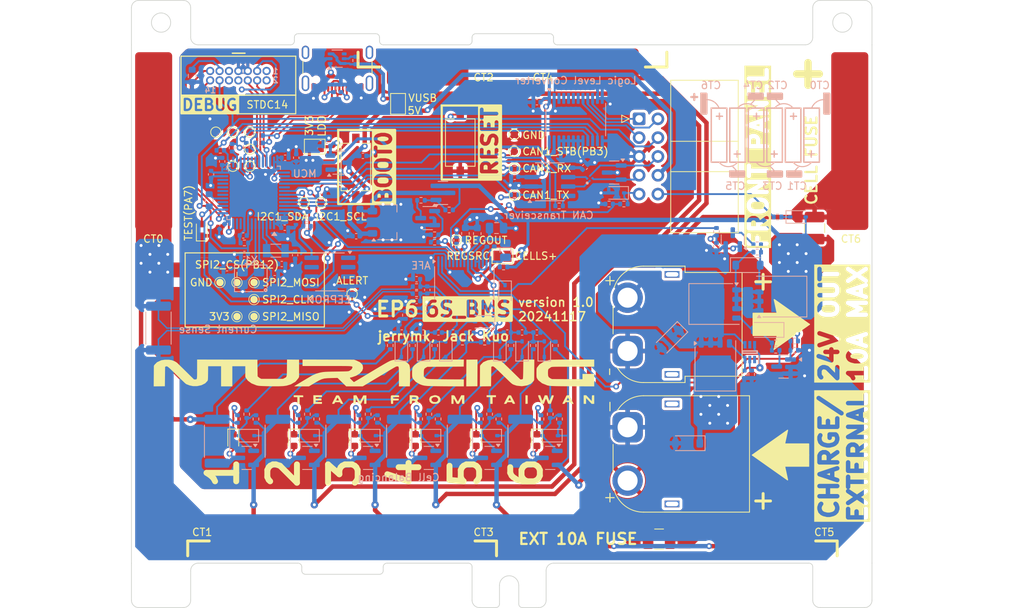
<source format=kicad_pcb>
(kicad_pcb (version 20240108) (generator "pcbnew") (generator_version "8.0")
  (title_block (title "6S_BMS") (date "2024-11-17") (rev "1.0") (company "NTURacing") (comment 1 "Jerrymk, Jack Kuo") (comment 2 "Electrical"))
  (layers (0 "F.Cu" signal) (31 "B.Cu" signal) (34 "B.Paste" user) (35 "F.Paste" user) (36 "B.SilkS" user "B.Silkscreen") (37 "F.SilkS" user "F.Silkscreen") (38 "B.Mask" user) (39 "F.Mask" user) (44 "Edge.Cuts" user))
  (net 0 "")
  (net 1 "/AFE/BAT")
  (net 2 "GND")
  (net 3 "/AFE/REGSRC")
  (net 4 "/MCU/OSC_IN")
  (net 5 "/MCU/OSC_OUT")
  (net 6 "+3V3")
  (net 7 "/REGOUT")
  (net 8 "Net-(U1-CAP2)")
  (net 9 "+5V")
  (net 10 "Net-(U1-CAP1)")
  (net 11 "Net-(D10-A)")
  (net 12 "Net-(D12-K)")
  (net 13 "Net-(D12-A)")
  (net 14 "Net-(D15-A)")
  (net 15 "Net-(D18-A)")
  (net 16 "Net-(D21-A)")
  (net 17 "Net-(D21-K)")
  (net 18 "/MCU_RST")
  (net 19 "/C6")
  (net 20 "/CANL")
  (net 21 "/CANH")
  (net 22 "/C5")
  (net 23 "/C4")
  (net 24 "/PACK-")
  (net 25 "/PACK+")
  (net 26 "/VC5X")
  (net 27 "/C3.5")
  (net 28 "Net-(Q14-D)")
  (net 29 "+3V3LDO")
  (net 30 "/C2")
  (net 31 "/MODE_BTN_B")
  (net 32 "/C3")
  (net 33 "/C1")
  (net 34 "/C0")
  (net 35 "/SRP")
  (net 36 "/SRN")
  (net 37 "/SCL")
  (net 38 "/SDA")
  (net 39 "/MCU/LED")
  (net 40 "Net-(U2-CANH)")
  (net 41 "Net-(U2-CANL)")
  (net 42 "/MCU/SWCLK")
  (net 43 "/MCU/SWDIO")
  (net 46 "Net-(IC1-BIAS)")
  (net 47 "/MCU/USB_DN")
  (net 48 "/MCU/USB_DP")
  (net 49 "/MCU/BOOT0")
  (net 50 "/MCU/CAN1_TX")
  (net 51 "Net-(IC1-REF)")
  (net 52 "/MCU/CAN1_RX")
  (net 53 "/ALERT")
  (net 54 "/MODE_BTN_A")
  (net 55 "/MCU/SPI2_MISO")
  (net 56 "/EXT Ideal Diode/A")
  (net 57 "Net-(D3-K)")
  (net 58 "/DISP_CS")
  (net 59 "Net-(D9-A)")
  (net 60 "Net-(D9-K)")
  (net 61 "Net-(D15-K)")
  (net 62 "Net-(D18-K)")
  (net 63 "/CT3")
  (net 64 "Net-(D24-K)")
  (net 65 "Net-(D24-A)")
  (net 66 "/CELLS+")
  (net 67 "/CHG_EXT")
  (net 68 "/DISP_CLK")
  (net 69 "/DISP_DIN")
  (net 70 "VBUS")
  (net 72 "Net-(J8-CC1)")
  (net 73 "/CHG_G")
  (net 74 "/CHG_EN")
  (net 75 "Net-(Q2-G)")
  (net 76 "Net-(Q3-G)")
  (net 77 "/DSC_EN")
  (net 78 "/DSC_G")
  (net 79 "Net-(Q2-D)")
  (net 80 "Net-(Q3-D)")
  (net 82 "Net-(J8-CC2)")
  (net 83 "Net-(JP3-A)")
  (net 84 "Net-(Q13-D)")
  (net 85 "Net-(Q13-G)")
  (net 86 "Net-(Q14-G)")
  (net 87 "/MODE_CTL")
  (net 88 "Net-(U1-TS2)")
  (net 89 "Net-(U2-TXD)")
  (net 90 "Net-(U2-RXD)")
  (net 91 "Net-(U3-PA11)")
  (net 92 "Net-(U3-PA12)")
  (net 97 "/MCU/OSC32_IN")
  (net 100 "/MCU/OSC32_OUT")
  (net 104 "/MCU/SPI2_CS")
  (net 105 "/MCU/SPI2_SCK")
  (net 106 "/MCU/SPI2_MOSI")
  (net 107 "Net-(U5-ST)")
  (net 115 "/Balance Node 1/cell-")
  (net 116 "/Balance Node 2/cell-")
  (net 117 "/Balance Node 4/cell-")
  (net 118 "/Balance Node 5/cell-")
  (net 119 "/Balance Node 1/cell+")
  (net 120 "CELL-")
  (net 121 "/COMMON_S")
  (net 125 "Net-(D25-A)")
  (net 126 "Net-(D22-A)")
  (net 127 "Net-(D13-A)")
  (net 128 "Net-(D19-A)")
  (net 129 "Net-(D16-A)")
  (net 131 "/MCU/USART2_TX")
  (net 132 "/MCU/USART2_RX")
  (net 137 "/MCU/GNDDetect")
  (net 140 "/MCU/CAN1_STB")
  (net 141 "Net-(U2-STB)")
  (net 142 "Net-(D8-A)")
  (net 147 "Net-(U3-PB12)")
  (net 148 "Net-(U3-PB13)")
  (net 149 "Net-(U3-PB15)")
  (footprint "LED_SMD:LED_0603_1608Metric" (layer "F.Cu") (at 120.45 78.38125 -90)
    (property "Reference" "D21" (hide yes))
    (property "Value" "BAL_1")
  )
  (footprint "TestPoint:TestPoint_Pad_D1.0mm" (layer "F.Cu") (at 121.8 46.3)
    (property "Reference" "TP2" (hide yes))
    (property "Value" "I2C1_SDA")
  )
  (footprint "Graphics" (layer "F.Cu") (at 101.25 67.5)
    (property "Reference" "")
    (property "Value" "")
  )
  (footprint "Graphics" (layer "F.Cu") (at 106.4725 65.1285)
    (property "Reference" "")
    (property "Value" "")
  )
  (footprint "Graphics" (layer "F.Cu") (at 102 61.75)
    (property "Reference" "")
    (property "Value" "")
  )
  (footprint "Graphics" (layer "F.Cu") (at 102 61.75)
    (property "Reference" "")
    (property "Value" "")
  )
  (footprint "TestPoint:TestPoint_Pad_D1.0mm" (layer "F.Cu") (at 150.2 41.7)
    (property "Reference" "TP3" (hide yes))
    (property "Value" "CAN1_RX")
  )
  (footprint "Graphics" (layer "F.Cu") (at 107.5 65.5)
    (property "Reference" "")
    (property "Value" "")
  )
  (footprint "Jumper:SolderJumper-2_P1.3mm_Open_TrianglePad1.0x1.5mm" (layer "F.Cu") (at 134.5 32.975 -90)
    (property "Reference" "JP3" (hide yes))
    (property "Value" "VUSB")
  )
  (footprint "Graphics" (layer "F.Cu") (at 102 61.75)
    (property "Reference" "")
    (property "Value" "")
  )
  (footprint "Button_Switch_SMD:SW_Tactile_SPST_NO_Straight_CK_PTS636Sx25SMTRLFS" (layer "F.Cu") (at 128.8 41.5 90)
    (property "Reference" "SW2" (hide yes))
    (property "Value" "BOOT0")
  )
  (footprint "TestPoint:TestPoint_Pad_D1.0mm" (layer "F.Cu") (at 112.2 36.8)
    (property "Reference" "TP6" (hide yes))
    (property "Value" "SPI2_CSN")
  )
  (footprint "Graphics" (layer "F.Cu") (at 101.25 67.5)
    (property "Reference" "")
    (property "Value" "")
  )
  (footprint "Button_Switch_SMD:SW_Tactile_SPST_NO_Straight_CK_PTS636Sx25SMTRLFS" (layer "F.Cu") (at 142.9 38.2 90)
    (property "Reference" "SW1" (hide yes))
    (property "Value" "RESET")
  )
  (footprint "Fuse:Fuse_1210_3225Metric_Pad1.42x2.65mm_HandSolder" (layer "F.Cu") (at 169.75 91.75)
    (property "Reference" "F2" (hide yes))
    (property "Value" "10A EXT fuse")
  )
  (footprint "TestPoint:TestPoint_Pad_D1.0mm" (layer "F.Cu") (at 109.9 36.8)
    (property "Reference" "TP11" (hide yes))
    (property "Value" "GND")
  )
  (footprint "Connector_IDC:IDC-Header_2x05_P2.54mm_Horizontal" (layer "F.Cu") (at 167.0525 35)
    (property "Reference" "J3" (hide yes))
    (property "Value" "Front Panel")
  )
  (footprint "Graphics" (layer "F.Cu") (at 107.5 65.5)
    (property "Reference" "")
    (property "Value" "")
  )
  (footprint "Graphics" (layer "F.Cu") (at 102 61.75)
    (property "Reference" "")
    (property "Value" "")
  )
  (footprint "TestPoint:TestPoint_Pad_D1.0mm" (layer "F.Cu") (at 112.2 41.4)
    (property "Reference" "TP10" (hide yes))
    (property "Value" "3V3")
  )
  (footprint "Graphics" (layer "F.Cu") (at 106.4725 65.1285)
    (property "Reference" "")
    (property "Value" "")
  )
  (footprint "TestPoint:TestPoint_Pad_D1.0mm" (layer "F.Cu") (at 150.2 45.3)
    (property "Reference" "TP4" (hide yes))
    (property "Value" "CAN1_TX")
  )
  (footprint "TestPoint:TestPoint_Pad_D1.0mm" (layer "F.Cu") (at 114.5 39.1)
    (property "Reference" "TP7" (hide yes))
    (property "Value" "SPI2_SCK")
  )
  (footprint "Fuse:Fuse_1210_3225Metric_Pad1.42x2.65mm_HandSolder" (layer "F.Cu") (at 190.75 49.75 90)
    (property "Reference" "F1" (hide yes))
    (property "Value" "10A battery fuse")
  )
  (footprint "Graphics" (layer "F.Cu") (at 106.4725 65.1285)
    (property "Reference" "")
    (property "Value" "")
  )
  (footprint "TestPoint:TestPoint_Pad_D1.0mm" (layer "F.Cu") (at 142.35 51.4)
    (property "Reference" "TP12" (hide yes))
    (property "Value" "REGOUT")
  )
  (footprint "Graphics" (layer "F.Cu") (at 101.25 67.5)
    (property "Reference" "")
    (property "Value" "")
  )
  (footprint "nturt_kicad_lib_EP6:6S_batteries_100mm_across" (layer "F.Cu") (at 81 95)
    (property "Reference" "J1" (hide yes))
    (property "Value" "Cell Pads")
  )
  (footprint "Graphics" (layer "F.Cu") (at 106.4725 65.1285)
    (property "Reference" "")
    (property "Value" "")
  )
  (footprint "Graphics" (layer "F.Cu") (at 101.25 67.5)
    (property "Reference" "")
    (property "Value" "")
  )
  (footprint "LED_SMD:LED_0603_1608Metric" (layer "F.Cu") (at 136.85 78.38125 -90)
    (property "Reference" "D15" (hide yes))
    (property "Value" "BAL_1")
  )
  (footprint "TestPoint:TestPoint_Pad_D1.0mm" (layer "F.Cu") (at 128.3 58.65)
    (property "Reference" "TP13" (hide yes))
    (property "Value" "ALERT")
  )
  (footprint "Jumper:SolderJumper-2_P1.3mm_Open_TrianglePad1.0x1.5mm" (layer "F.Cu") (at 123.25 38.75)
    (property "Reference" "JP4" (hide yes))
    (property "Value" "3V3_LDO")
  )
  (footprint "Jumper:SolderJumper-2_P1.3mm_Open_TrianglePad1.0x1.5mm" (layer "F.Cu") (at 148.6 53.55)
    (property "Reference" "JP1" (hide yes))
    (property "Value" "REGSRC bypass")
  )
  (footprint "LED_SMD:LED_0603_1608Metric" (layer "F.Cu") (at 112.25 78.38125 -90)
    (property "Reference" "D24" (hide yes))
    (property "Value" "BAL_1")
  )
  (footprint "TestPoint:TestPoint_Pad_D1.0mm" (layer "F.Cu") (at 150.2 39.4)
    (property "Reference" "TP5" (hide yes))
    (property "Value" "CAN1_STB")
  )
  (footprint "LED_SMD:LED_0603_1608Metric" (layer "F.Cu") (at 108 50 90)
    (property "Reference" "D8" (hide yes))
    (property "Value" "WHITE")
  )
  (footprint "Graphics" (layer "F.Cu") (at 101.25 67.5)
    (property "Reference" "")
    (property "Value" "")
  )
  (footprint "Graphics" (layer "F.Cu") (at 161.242 85.75 180)
    (property "Reference" "")
    (property "Value" "")
  )
  (footprint "LED_SMD:LED_0603_1608Metric" (layer "F.Cu") (at 153.25 78.38125 -90)
    (property "Reference" "D9" (hide yes))
    (property "Value" "BAL_1")
  )
  (footprint "TestPoint:TestPoint_Pad_D1.0mm" (layer "F.Cu") (at 124.1 46.3)
    (property "Reference" "TP1" (hide yes))
    (property "Value" "I2C1_SCL")
  )
  (footprint "LED_SMD:LED_0603_1608Metric" (layer "F.Cu") (at 128.65 78.38125 -90)
    (property "Reference" "D18" (hide yes))
    (property "Value" "BAL_1")
  )
  (footprint "Connector_AMASS:AMASS_XT60PW-M_1x02_P7.20mm_Horizontal" (layer "F.Cu") (at 165.5 76.65 -90)
    (property "Reference" "J4" (hide yes))
    (property "Value" "Charge")
  )
  (footprint "Graphics" (layer "F.Cu") (at 196.17 89 180)
    (property "Reference" "")
    (property "Value" "")
  )
  (footprint "Graphics" (layer "F.Cu") (at 107.5 65.5)
    (property "Reference" "")
    (property "Value" "")
  )
  (footprint "TestPoint:TestPoint_Pad_D1.0mm" (layer "F.Cu") (at 150.2 37.1)
    (property "Reference" "TP14" (hide yes))
    (property "Value" "GND")
  )
  (footprint "TestPoint:TestPoint_Pad_D1.0mm" (layer "F.Cu") (at 114.5 41.4)
    (property "Reference" "TP8" (hide yes))
    (property "Value" "SPI2_MISO")
  )
  (footprint "Graphics" (layer "F.Cu") (at 107.5 65.5)
    (property "Reference" "")
    (property "Value" "")
  )
  (footprint "NetTie:NetTie-2_SMD_Pad2.0mm" (layer "F.Cu") (at 104.9 55.4 180)
    (property "Reference" "NT1" (hide yes))
    (property "Value" "NetTie_2" (hide yes))
  )
  (footprint "Connector_AMASS:AMASS_XT60PW-F_1x02_P7.20mm_Horizontal" (layer "F.Cu") (at 165.5 66.35 -90)
    (property "Reference" "J2" (hide yes))
    (property "Value" "Power Out")
  )
  (footprint "LED_SMD:LED_0603_1608Metric" (layer "F.Cu") (at 145.05 78.38125 -90)
    (property "Reference" "D12" (hide yes))
    (property "Value" "BAL_1")
  )
  (footprint "Connector_USB:USB_C_Receptacle_GCT_USB4105-xx-A_16P_TopMnt_Horizontal" (layer "F.Cu") (at 126.32 27.095 180)
    (property "Reference" "J8" (hide yes))
    (property "Value" "USB_C_stm32")
  )
  (footprint "TestPoint:TestPoint_Pad_D1.0mm" (layer "F.Cu") (at 114.5 36.8)
    (property "Reference" "TP9" (hide yes))
    (property "Value" "SPI2_MOSI")
  )
  (footprint "nturt_kicad_lib_EP6:box_header_14P_pitch127" (layer "F.Cu") (at 116.75 28.533817)
    (property "Reference" "J9" (hide yes))
    (property "Value" "STDC14")
  )
  (footprint "Resistor_SMD:R_0402_1005Metric" (layer "B.Cu") (at 153.8 75.53125 -90)
    (property "Reference" "R43" (hide yes))
    (property "Value" "1k")
  )
  (footprint "Capacitor_SMD:C_0402_1005Metric" (layer "B.Cu") (at 147.25 63.85 180)
    (property "Reference" "C4" (hide yes))
    (property "Value" "1u")
  )
  (footprint "Resistor_SMD:R_0402_1005Metric" (layer "B.Cu") (at 177.5 52.25 -90)
    (property "Reference" "R15" (hide yes))
    (property "Value" "1M")
  )
  (footprint "Package_SO:TSSOP-24_4.4x7.8mm_P0.65mm" (layer "B.Cu") (at 158.5 35.1 -90)
    (property "Reference" "U6" (hide yes))
    (property "Value" "SN74LVC4245APWR")
  )
  (footprint "Capacitor_SMD:C_0402_1005Metric" (layer "B.Cu") (at 147.5 51.75 -90)
    (property "Reference" "C16" (hide yes))
    (property "Value" "1u")
  )
  (footprint "Diode_SMD:D_SOD-323" (layer "B.Cu") (at 155.05 77.78125 180)
    (property "Reference" "D10" (hide yes))
    (property "Value" "BZT52C6V8S")
  )
  (footprint "Resistor_SMD:R_0402_1005Metric" (layer "B.Cu") (at 112.1 38.9 -90)
    (property "Reference" "R70" (hide yes))
    (property "Value" "33R")
  )
  (footprint "Diode_SMD:D_SOD-323" (layer "B.Cu") (at 146.8625 77.78125 180)
    (property "Reference" "D13" (hide yes))
    (property "Value" "BZT52C6V8S")
  )
  (footprint "Resistor_SMD:R_0402_1005Metric" (layer "B.Cu") (at 148.1125 75.53125 -90)
    (property "Reference" "R48" (hide yes))
    (property "Value" "1M")
  )
  (footprint "Resistor_SMD:R_0402_1005Metric" (layer "B.Cu") (at 156.3 75.53125 -90)
    (property "Reference" "R44" (hide yes))
    (property "Value" "1M")
  )
  (footprint "Crystal:Crystal_SMD_3215-2Pin_3.2x1.5mm" (layer "B.Cu") (at 118 52.8)
    (property "Reference" "Y2" (hide yes))
    (property "Value" "32.768kHz Q13FC13500004")
  )
  (footprint "Diode_SMD:D_SOD-323" (layer "B.Cu") (at 164 45 180)
    (property "Reference" "D4" (hide yes))
    (property "Value" "BZX584C3V3")
  )
  (footprint "Capacitor_SMD:C_0402_1005Metric" (layer "B.Cu") (at 124.8875 38.6625)
    (property "Reference" "C37" (hide yes))
    (property "Value" "1u")
  )
  (footprint "Capacitor_SMD:C_0402_1005Metric" (layer "B.Cu") (at 117.84 56.52)
    (property "Reference" "C21" (hide yes))
    (property "Value" "9p1")
  )
  (footprint "Resistor_SMD:R_2512_6332Metric" (layer "B.Cu") (at 126.4625 78.53125 90)
    (property "Reference" "R54" (hide yes))
    (property "Value" "10R 2W 2512")
  )
  (footprint "Capacitor_SMD:C_0402_1005Metric" (layer "B.Cu") (at 137 59.6)
    (property "Reference" "C11" (hide yes))
    (property "Value" "0u1")
  )
  (footprint "Capacitor_SMD:C_0402_1005Metric" (layer "B.Cu") (at 138.3 60.6 180)
    (property "Reference" "C18" (hide yes))
    (property "Value" "470p")
  )
  (footprint "Resistor_SMD:R_2512_6332Metric" (layer "B.Cu") (at 151.05 78.53125 90)
    (property "Reference" "R42" (hide yes))
    (property "Value" "10R 2W 2512")
  )
  (footprint "Resistor_SMD:R_0402_1005Metric" (layer "B.Cu") (at 130.4625 74.88125 -90)
    (property "Reference" "R57" (hide yes))
    (property "Value" "1k")
  )
  (footprint "Resistor_SMD:R_0402_1005Metric" (layer "B.Cu") (at 155.05 74.88125 -90)
    (property "Reference" "R45" (hide yes))
    (property "Value" "1k")
  )
  (footprint "Capacitor_SMD:C_0805_2012Metric" (layer "B.Cu") (at 147.8 49.75 180)
    (property "Reference" "C13" (hide yes))
    (property "Value" "10u 25V")
  )
  (footprint "Package_TO_SOT_SMD:SOT-23" (layer "B.Cu") (at 163.6875 42.25 180)
    (property "Reference" "D7" (hide yes))
    (property "Value" "NUP2105L")
  )
  (footprint "Capacitor_SMD:C_0402_1005Metric" (layer "B.Cu") (at 111.4 55.17 180)
    (property "Reference" "C22" (hide yes))
    (property "Value" "9p1")
  )
  (footprint "Graphics" (layer "B.Cu") (at 161.242 85.75 180)
    (property "Reference" "")
    (property "Value" "")
  )
  (footprint "Resistor_SMD:R_0402_1005Metric" (layer "B.Cu") (at 115.3125 75.53125 -90)
    (property "Reference" "R64" (hide yes))
    (property "Value" "1M")
  )
  (footprint "Capacitor_SMD:C_0603_1608Metric" (layer "B.Cu") (at 145.2 50.5 90)
    (property "Reference" "C15" (hide yes))
    (property "Value" "1u")
  )
  (footprint "Resistor_SMD:R_0402_1005Metric" (layer "B.Cu") (at 146.8625 74.88125 -90)
    (property "Reference" "R49" (hide yes))
    (property "Value" "1k")
  )
  (footprint "Resistor_SMD:R_0402_1005Metric" (layer "B.Cu") (at 115.75 37.25)
    (property "Reference" "R34" (hide yes))
    (property "Value" "10R")
  )
  (footprint "Resistor_SMD:R_0402_1005Metric" (layer "B.Cu") (at 121.0125 75.53125 -90)
    (property "Reference" "R59" (hide yes))
    (property "Value" "1k")
  )
  (footprint "Capacitor_SMD:C_0402_1005Metric" (layer "B.Cu") (at 118.8 54.6)
    (property "Reference" "C39" (hide yes))
    (property "Value" "15p")
  )
  (footprint "Resistor_SMD:R_0402_1005Metric" (layer "B.Cu") (at 124.1 45.5 180)
    (property "Reference" "R28" (hide yes))
    (property "Value" "10k")
  )
  (footprint "Graphics" (layer "B.Cu") (at 161.242 85.75 180)
    (property "Reference" "")
    (property "Value" "")
  )
  (footprint "Resistor_SMD:R_0402_1005Metric" (layer "B.Cu") (at 126.78 30.875 -90)
    (property "Reference" "R38" (hide yes))
    (property "Value" "5k1")
  )
  (footprint "Package_TO_SOT_SMD:SOT-23" (layer "B.Cu") (at 138.6625 80.78125 180)
    (property "Reference" "Q9" (hide yes))
    (property "Value" "SI2301CDS-T1-GE3")
  )
  (footprint "Capacitor_SMD:C_0402_1005Metric" (layer "B.Cu") (at 153.25 32.75 180)
    (property "Reference" "C33" (hide yes))
    (property "Value" "0u1")
  )
  (footprint "Resistor_SMD:R_2512_6332Metric" (layer "B.Cu") (at 118.2625 78.53125 90)
    (property "Reference" "R58" (hide yes))
    (property "Value" "10R 2W 2512")
  )
  (footprint "Resistor_SMD:R_0402_1005Metric" (layer "B.Cu") (at 122.2625 74.88125 -90)
    (property "Reference" "R61" (hide yes))
    (property "Value" "1k")
  )
  (footprint "Capacitor_SMD:C_0402_1005Metric" (layer "B.Cu") (at 137 56.65)
    (property "Reference" "C9" (hide yes))
    (property "Value" "0u1")
  )
  (footprint "nturt_kicad_lib_EP6:HSBA3119_PRPAK5X6" (layer "B.Cu") (at 186 59)
    (property "Reference" "Q1" (hide yes))
    (property "Value" "HSBA3119")
  )
  (footprint "Capacitor_SMD:C_0402_1005Metric" (layer "B.Cu") (at 113.75 53.25 180)
    (property "Reference" "C23" (hide yes))
    (property "Value" "0u1")
  )
  (footprint "Resistor_SMD:R_0402_1005Metric" (layer "B.Cu") (at 150.25 45.25)
    (property "Reference" "R29" (hide yes))
    (property "Value" "100R")
  )
  (footprint "Resistor_SMD:R_0603_1608Metric" (layer "B.Cu") (at 109 46 -90)
    (property "Reference" "R36" (hide yes))
    (property "Value" "1k")
  )
  (footprint "Graphics" (layer "B.Cu") (at 102 61.75)
    (property "Reference" "")
    (property "Value" "")
  )
  (footprint "Capacitor_SMD:C_0402_1005Metric" (layer "B.Cu") (at 153.25 63.85 180)
    (property "Reference" "C1" (hide yes))
    (property "Value" "1u")
  )
  (footprint "Package_TO_SOT_SMD:SOT-23-3" (layer "B.Cu") (at 126.5 40.9125)
    (property "Reference" "U8" (hide yes))
    (property "Value" "XC6206P332MR-G")
  )
  (footprint "Resistor_SMD:R_0402_1005Metric" (layer "B.Cu") (at 137 58.6)
    (property "Reference" "R14" (hide yes))
    (property "Value" "100R")
  )
  (footprint "Diode_SMD:D_SOD-123" (layer "B.Cu") (at 181.75 54.75)
    (property "Reference" "D27" (hide yes))
    (property "Value" "MMSZ5246B")
  )
  (footprint "Capacitor_SMD:C_0402_1005Metric" (layer "B.Cu") (at 141.93 63.85 180)
    (property "Reference" "C5" (hide yes))
    (property "Value" "1u")
  )
  (footprint "Diode_SMD:D_SOD-323" (layer "B.Cu") (at 134.95 66.1 90)
    (property "Reference" "D26" (hide yes))
    (property "Value" "BZT52C6V8S")
  )
  (footprint "Diode_SMD:D_SOD-123" (layer "B.Cu") (at 184.25 63.5 180)
    (property "Reference" "D28" (hide yes))
    (property "Value" "MMSZ5246B")
  )
  (footprint "Package_TO_SOT_SMD:SOT-23" (layer "B.Cu") (at 146.8625 80.78125 180)
    (property "Reference" "Q8" (hide yes))
    (property "Value" "SI2301CDS-T1-GE3")
  )
  (footprint "Resistor_SMD:R_0402_1005Metric" (layer "B.Cu") (at 137 57.65)
    (property "Reference" "R9" (hide yes))
    (property "Value" "100R")
  )
  (footprint "Package_TO_SOT_SMD:SOT-23" (layer "B.Cu") (at 114.0625 80.78125 180)
    (property "Reference" "Q12" (hide yes))
    (property "Value" "SI2301CDS-T1-GE3")
  )
  (footprint "Graphics" (layer "B.Cu") (at 196.17 89 180)
    (property "Reference" "")
    (property "Value" "")
  )
  (footprint "Graphics" (layer "B.Cu") (at 161.242 85.75 180)
    (property "Reference" "")
    (property "Value" "")
  )
  (footprint "Capacitor_SMD:C_0402_1005Metric" (layer "B.Cu") (at 119.25 40.25)
    (property "Reference" "C29" (hide yes))
    (property "Value" "0u1")
  )
  (footprint "Package_SO:TSSOP-30_4.4x7.8mm_P0.5mm" (layer "B.Cu") (at 143.45 57.15 -90)
    (property "Reference" "U1" (hide yes))
    (property "Value" "BQ7693003")
  )
  (footprint "Diode_SMD:D_SOD-323" (layer "B.Cu") (at 151.25 66.1 90)
    (property "Reference" "D14" (hide yes))
    (property "Value" "BZT52C6V8S")
  )
  (footprint "Capacitor_SMD:C_0402_1005Metric" (layer "B.Cu") (at 149.25 63.85 180)
    (property "Reference" "C3" (hide yes))
    (property "Value" "1u")
  )
  (footprint "Resistor_SMD:R_2512_6332Metric" (layer "B.Cu") (at 102.15 63.25625 -90)
    (property "Reference" "R11" (hide yes))
    (property "Value" "10m")
  )
  (footprint "Resistor_SMD:R_0402_1005Metric" (layer "B.Cu") (at 123.5125 75.53125 -90)
    (property "Reference" "R60" (hide yes))
    (property "Value" "1M")
  )
  (footprint "Resistor_SMD:R_0402_1005Metric" (layer "B.Cu") (at 144.2 63.9)
    (property "Reference" "R24" (hide yes))
    (property "Value" "100R")
  )
  (footprint "Resistor_SMD:R_0402_1005Metric" (layer "B.Cu") (at 133.45 65.6 90)
    (property "Reference" "R8" (hide yes))
    (property "Value" "1k")
  )
  (footprint "Resistor_SMD:R_0402_1005Metric" (layer "B.Cu") (at 146.5 51.75 90)
    (property "Reference" "R25" (hide yes))
    (property "Value" "10k")
  )
  (footprint "Resistor_SMD:R_0402_1005Metric" (layer "B.Cu") (at 183 52 180)
    (property "Reference" "R18" (hide yes))
    (property "Value" "100k")
  )
  (footprint "nturt_kicad_lib_EP6:HSBA3119_PRPAK5X6" (layer "B.Cu") (at 177.475 60 180)
    (property "Reference" "Q4" (hide yes))
    (property "Value" "HSBA3119")
  )
  (footprint "Diode_SMD:D_SOD-323" (layer "B.Cu") (at 148.25 66.1 90)
    (property "Reference" "D17" (hide yes))
    (property "Value" "BZT52C6V8S")
  )
  (footprint "Resistor_SMD:R_0402_1005Metric" (layer "B.Cu") (at 128.78 27.115 90)
    (property "Reference" "R37" (hide yes))
    (property "Value" "10k")
  )
  (footprint "Graphics" (layer "B.Cu") (at 161.242 85.75 180)
    (property "Reference" "")
    (property "Value" "")
  )
  (footprint "Resistor_SMD:R_0402_1005Metric" (layer "B.Cu") (at 185.75 48.25 180)
    (property "Reference" "R20" (hide yes))
    (property "Value" "4k3")
  )
  (footprint "Resistor_SMD:R_0402_1005Metric" (layer "B.Cu") (at 152.75 65.6 90)
    (property "Reference" "R2" (hide yes))
    (property "Value" "1k")
  )
  (footprint "Capacitor_SMD:C_0603_1608Metric" (layer "B.Cu") (at 129.35 47.95 90)
    (property "Reference" "C34" (hide yes))
    (property "Value" "1u")
  )
  (footprint "Resistor_SMD:R_0402_1005Metric" (layer "B.Cu") (at 148.75 55)
    (property "Reference" "R23" (hide yes))
    (property "Value" "100R")
  )
  (footprint "Package_TO_SOT_SMD:SOT-23" (layer "B.Cu") (at 155.05 80.78125 180)
    (property "Reference" "Q7" (hide yes))
    (property "Value" "SI2301CDS-T1-GE3")
  )
  (footprint "Package_SO:SOIC-8_3.9x4.9mm_P1.27mm" (layer "B.Cu") (at 155 43.5)
    (property "Reference" "U2" (hide yes))
    (property "Value" "TCAN1042VDRQ1")
  )
  (footprint "Resistor_SMD:R_0402_1005Metric" (layer "B.Cu") (at 112.8125 75.53125 -90)
    (property "Reference" "R63" (hide yes))
    (property "Value" "1k")
  )
  (footprint "Diode_SMD:D_SOD-123" (layer "B.Cu") (at 173.6 78.8 180)
    (property "Reference" "D2" (hide yes))
    (property "Value" "27V BZT52C27")
  )
  (footprint "Capacitor_SMD:C_0402_1005Metric" (layer "B.Cu") (at 120.6 53.4 -90)
    (property "Reference" "C38" (hide yes))
    (property "Value" "15p")
  )
  (footprint "Resistor_SMD:R_0402_1005Metric" (layer "B.Cu") (at 137.6 46 180)
    (property "Reference" "R69" (hide yes))
    (property "Value" "1M")
  )
  (footprint "Resistor_SMD:R_0402_1005Metric" (layer "B.Cu") (at 139.9125 75.53125 -90)
    (property "Reference" "R52" (hide yes))
    (property "Value" "1M")
  )
  (footprint "Diode_SMD:D_SOD-323" (layer "B.Cu") (at 130.4625 77.78125 180)
    (property "Reference" "D19" (hide yes))
    (property "Value" "BZT52C6V8S")
  )
  (footprint "Resistor_SMD:R_0402_1005Metric" (layer "B.Cu") (at 139.45 65.6 90)
    (property "Reference" "R6" (hide yes))
    (property "Value" "1k")
  )
  (footprint "Graphics" (layer "B.Cu") (at 106.4725 65.1285)
    (property "Reference" "")
    (property "Value" "")
  )
  (footprint "Capacitor_SMD:C_0402_1005Metric" (layer "B.Cu") (at 119.2 49.7)
    (property "Reference" "C24" (hide yes))
    (property "Value" "10u 6V")
  )
  (footprint "Package_TO_SOT_SMD:SOT-23" (layer "B.Cu") (at 186.5625 68.45 180)
    (property "Reference" "Q3" (hide yes))
    (property "Value" "2N7002")
  )
  (footprint "Capacitor_SMD:C_0402_1005Metric" (layer "B.Cu") (at 138.45 58.1 -90)
    (property "Reference" "C10" (hide yes))
    (property "Value" "0u1")
  )
  (footprint "Package_TO_SOT_SMD:SOT-23" (layer "B.Cu") (at 140.5625 45)
    (property "Reference" "Q14" (hide yes))
    (property "Value" "AO3401A")
  )
  (footprint "Diode_SMD:D_SOD-323" (layer "B.Cu") (at 148.95 58.5 -90)
    (property "Reference" "D6" (hide yes))
    (property "Value" "1N4148WS")
  )
  (footprint "Resistor_SMD:R_0402_1005Metric" (layer "B.Cu") (at 136.45 65.6 90)
    (property "Reference" "R7" (hide yes))
    (property "Value" "1k")
  )
  (footprint "Capacitor_SMD:C_0402_1005Metric" (layer "B.Cu") (at 129.75 40 180)
    (property "Reference" "C36" (hide yes))
    (property "Value" "1u")
  )
  (footprint "Capacitor_SMD:C_0402_1005Metric" (layer "B.Cu") (at 128.85 50.85)
    (property "Reference" "C35" (hide yes))
    (property "Value" "1u")
  )
  (footprint "Diode_SMD:D_SOD-323" (layer "B.Cu") (at 154.25 66.1 90)
    (property "Reference" "D11" (hide yes))
    (property "Value" "BZT52C6V8S")
  )
  (footprint "Capacitor_SMD:C_0402_1005Metric" (layer "B.Cu") (at 113.6 50.75)
    (property "Reference" "C31" (hide yes))
    (property "Value" "0u1")
  )
  (footprint "Resistor_SMD:R_0402_1005Metric" (layer "B.Cu") (at 188 65 180)
    (property "Reference" "R13" (hide yes))
    (property "Value" "1k")
  )
  (footprint "Resistor_SMD:R_0402_1005Metric" (layer "B.Cu") (at 125.78 30.875 -90)
    (property "Reference" "R39" (hide yes))
    (property "Value" "5k1")
  )
  (footprint "Capacitor_SMD:C_0402_1005Metric" (layer "B.Cu") (at 156 39.5)
    (property "Reference" "C32" (hide yes))
    (property "Value" "0u1")
  )
  (footprint "Package_TO_SOT_SMD:SOT-23" (layer "B.Cu") (at 122.2625 80.78125 180)
    (property "Reference" "Q11" (hide yes))
    (property "Value" "SI2301CDS-T1-GE3")
  )
  (footprint "Resistor_SMD:R_0402_1005Metric" (layer "B.Cu") (at 143.2 65.15 180)
    (property "Reference" "R5" (hide yes))
    (property "Value" "1k")
  )
  (footprint "Diode_SMD:D_SOD-123" (layer "B.Cu") (at 171.25 64.75 -135)
    (property "Reference" "D1" (hide yes))
    (property "Value" "27V BZT52C27")
  )
  (footprint "Resistor_SMD:R_0402_1005Metric" (layer "B.Cu") (at 113.75 51.75)
    (property "Reference" "R27" (hide yes))
    (property "Value" "10k")
  )
  (footprint "Capacitor_SMD:C_0402_1005Metric" (layer "B.Cu") (at 151.25 63.85 180)
    (property "Reference" "C2" (hide yes))
    (property "Value" "1u")
  )
  (footprint "PCM_Crystal_AKL:Crystal_SMD_3225-4Pin_3.2x2.5mm" (layer "B.Cu") (at 114.62 56.53 180)
    (property "Reference" "X1")
    (property "Value" "16MHz X322516MLB4SI" (hide yes))
  )
  (footprint "Diode_SMD:D_SOD-323" (layer "B.Cu") (at 114.0625 77.78125 180)
    (property "Reference" "D25" (hide yes))
    (property "Value" "BZT52C6V8S")
  )
  (footprint "Resistor_SMD:R_2512_6332Metric" (layer "B.Cu") (at 134.6625 78.53125 90)
    (property "Reference" "R50" (hide yes))
    (property "Value" "10R 2W 2512")
  )
  (footprint "Graphics" (layer "B.Cu") (at 196.17 89 180)
    (property "Reference" "")
    (property "Value" "")
  )
  (footprint "Resistor_SMD:R_0402_1005Metric" (layer "B.Cu") (at 163 46.5 180)
    (property "Reference" "R22" (hide yes))
    (property "Value" "47k")
  )
  (footprint "Resistor_SMD:R_0402_1005Metric" (layer "B.Cu") (at 137.4125 75.53125 -90)
    (property "Reference" "R51" (hide yes))
    (property "Value" "1k")
  )
  (footprint "Diode_SMD:D_SOD-323" (layer "B.Cu") (at 137.95 66.1 90)
    (property "Reference" "D23" (hide yes))
    (property "Value" "BZT52C6V8S")
  )
  (footprint "Capacitor_SMD:C_0402_1005Metric" (layer "B.Cu") (at 139.95 63.85 180)
    (property "Reference" "C6" (hide yes))
    (property "Value" "1u")
  )
  (footprint "Resistor_SMD:R_0402_1005Metric" (layer "B.Cu") (at 165 46.5)
    (property "Reference" "R21" (hide yes))
    (property "Value" "15k")
  )
  (footprint "Capacitor_SMD:C_0402_1005Metric" (layer "B.Cu") (at 110.75 40.75 90)
    (property "Reference" "C27" (hide yes))
    (property "Value" "10u 6V")
  )
  (footprint "Resistor_SMD:R_0402_1005Metric" (layer "B.Cu") (at 122.2 49.5)
    (property "Reference" "R33" (hide yes))
    (property "Value" "4k7")
  )
  (footprint "Resistor_SMD:R_0402_1005Metric" (layer "B.Cu") (at 141.4 47.3 180)
    (property "Reference" "R68" (hide yes))
    (property "Value" "470k")
  )
  (footprint "Resistor_SMD:R_0402_1005Metric" (layer "B.Cu") (at 129.2125 75.53125 -90)
    (property "Reference" "R55" (hide yes))
    (property "Value" "1k")
  )
  (footprint "Capacitor_SMD:C_0402_1005Metric" (layer "B.Cu") (at 120.7 47.9 90)
    (property "Reference" "C28" (hide yes))
    (property "Value" "0u1")
  )
  (footprint "Capacitor_SMD:C_0603_1608Metric" (layer "B.Cu") (at 143.6 50.475294 -90)
    (property "Reference" "C14" (hide yes))
    (property "Value" "4u7 16V")
  )
  (footprint "Diode_SMD:D_SOD-323" (layer "B.Cu") (at 122.2625 77.78125 180)
    (property "Reference" "D22" (hide yes))
    (property "Value" "BZT52C6V8S")
  )
  (footprint "Resistor_SMD:R_0402_1005Metric" (layer "B.Cu") (at 149.75 65.6 90)
    (property "Reference" "R3" (hide yes))
    (property "Value" "1k")
  )
  (footprint "nturt_kicad_lib_EP6:HSBA3119_PRPAK5X6" (layer "B.Cu") (at 177.35 68.05 -90)
    (property "Reference" "Q6" (hide yes))
    (property "Value" "HSBA3119")
  )
  (footprint "Package_TO_SOT_SMD:SOT-23" (layer "B.Cu") (at 179.7 51.3125 90)
    (property "Reference" "Q2" (hide yes))
    (property "Value" "2N7002")
  )
  (footprint "Resistor_SMD:R_0402_1005Metric" (layer "B.Cu") (at 110.5 39.25)
    (property "Reference" "R31" (hide yes))
    (property "Value" "33R")
  )
  (footprint "Resistor_SMD:R_0402_1005Metric" (layer "B.Cu") (at 115.75 38.25)
    (property "Reference" "R35" (hide yes))
    (property "Value" "10R")
  )
  (footprint "Package_TO_SOT_SMD:SOT-363_SC-70-6" (layer "B.Cu") (at 126.28 26.875)
    (property "Reference" "U5" (hide yes))
    (property "Value" "LM66100DCK")
  )
  (footprint "Capacitor_SMD:C_0402_1005Metric" (layer "B.Cu") (at 120.75 40.25 90)
    (property "Reference" "C25" (hide yes))
    (property "Value" "10u 6V")
  )
  (footprint "Resistor_SMD:R_0402_1005Metric" (layer "B.Cu") (at 122.2 48.5)
    (property "Reference" "R32" (hide yes))
    (property "Value" "4k7")
  )
  (footprint "Capacitor_SMD:C_0402_1005Metric" (layer "B.Cu") (at 137.95 63.85 180)
    (property "Reference" "C7" (hide yes))
    (property "Value" "1u")
  )
  (footprint "Resistor_SMD:R_0402_1005Metric" (layer "B.Cu") (at 150.25 41.75)
    (property "Reference" "R30" (hide yes))
    (property "Value" "100R")
  )
  (footprint "Resistor_SMD:R_2512_6332Metric" (layer "B.Cu") (at 142.8625 78.53125 90)
    (property "Reference" "R46" (hide yes))
    (property "Value" "10R 2W 2512")
  )
  (footprint "Resistor_SMD:R_0402_1005Metric" (layer "B.Cu") (at 183 53)
    (property "Reference" "R10" (hide yes))
    (property "Value" "100k")
  )
  (footprint "Resistor_SMD:R_0402_1005Metric" (layer "B.Cu") (at 138.6625 74.88125 -90)
    (property "Reference" "R53" (hide yes))
    (property "Value" "1k")
  )
  (footprint "Graphics" (layer "B.Cu") (at 196.17 89 180)
    (property "Reference" "")
    (property "Value" "")
  )
  (footprint "Resistor_SMD:R_0402_1005Metric" (layer "B.Cu") (at 155.75 65.6 90)
    (property "Reference" "R1" (hide yes))
    (property "Value" "1k")
  )
  (footprint "Resistor_SMD:R_0402_1005Metric" (layer "B.Cu") (at 146.2 65.15)
    (property "Reference" "R4" (hide yes))
    (property "Value" "1k")
  )
  (footprint "Package_QFP:LQFP-48_7x7mm_P0.5mm" (layer "B.Cu") (at 115 45 90)
    (property "Reference" "U3" (hide yes))
    (property "Value" "STM32F103C8T6")
  )
  (footprint "Package_SO:SOIC-8_3.9x4.9mm_P1.27mm" (layer "B.Cu") (at 125.3 55.665001 180)
    (property "Reference" "U4" (hide yes))
    (property "Value" "CAT24C256")
  )
  (footprint "Package_TO_SOT_SMD:SOT-89-3" (layer "B.Cu") (at 132.9875 48.9625)
    (property "Reference" "U7" (hide yes))
    (property "Value" "78L05G-AB3-R")
  )
  (footprint "Package_TO_SOT_SMD:SOT-23" (layer "B.Cu") (at 138.5 48.4 180)
    (property "Reference" "Q13" (hide yes))
    (property "Value" "2N7002")
  )
  (footprint "Resistor_SMD:R_0402_1005Metric" (layer "B.Cu") (at 188 66.25)
    (property "Reference" "R16" (hide yes))
    (property "Value" "1M")
  )
  (footprint "Resistor_SMD:R_0402_1005Metric" (layer "B.Cu") (at 182.25 69.5 -90)
    (property "Reference" "R40" (hide yes))
    (property "Value" "51k")
  )
  (footprint "Graphics" (layer "B.Cu") (at 196.17 89 180)
    (property "Reference" "")
    (property "Value" "")
  )
  (footprint "Resistor_SMD:R_0402_1005Metric" (layer "B.Cu") (at 185.5 65.25 180)
    (property "Reference" "R17" (hide yes))
    (property "Value" "100k")
  )
  (footprint "Diode_SMD:D_SOD-323" (layer "B.Cu") (at 145.95 62.4 180)
    (property "Reference" "D5" (hide yes))
    (property "Value" "1N4148WS")
  )
  (footprint "Resistor_SMD:R_0402_1005Metric" (layer "B.Cu") (at 156.25 46.75)
    (property "Reference" "R72" (hide yes))
    (property "Value" "100R")
  )
  (footprint "SamacSys_Parts_EP6:SOT65P210X110-6N" (layer "B.Cu") (at 182 66.5 90)
    (property "Reference" "IC1" (hide yes))
    (property "Value" "DZDH0401DW-7" (hide yes))
  )
  (footprint "Resistor_SMD:R_2512_6332Metric" (layer "B.Cu") (at 110.0625 78.53125 90)
    (property "Reference" "R62" (hide yes))
    (property "Value" "10R 2W 2512")
  )
  (footprint "Resistor_SMD:R_0603_1608Metric" (layer "B.Cu") (at 106.7 29.2 90)
    (property "Reference" "R71" (hide yes))
    (property "Value" "100R")
  )
  (footprint "Capacitor_SMD:C_0402_1005Metric" (layer "B.Cu") (at 135 63.85)
    (property "Reference" "C8" (hide yes))
    (property "Value" "1u")
  )
  (footprint "Diode_SMD:D_SOD-323" (layer "B.Cu") (at 138.6625 77.78125 180)
    (property "Reference" "D16" (hide yes))
    (property "Value" "BZT52C6V8S")
  )
  (footprint "Capacitor_SMD:C_0805_2012Metric" (layer "B.Cu") (at 149 52.75 -90)
    (property "Reference" "C12" (hide yes))
    (property "Value" "10u 25V")
  )
  (footprint "Capacitor_SMD:C_0402_1005Metric" (layer "B.Cu") (at 150.25 42.815 180)
    (property "Reference" "C19" (hide yes))
    (property "Value" "0u1")
  )
  (footprint "Resistor_SMD:R_0402_1005Metric" (layer "B.Cu") (at 185.5 66.25)
    (property "Reference" "R19" (hide yes))
    (property "Value" "100k")
  )
  (footprint "Graphics" (layer "B.Cu") (at 101.25 67.5)
    (property "Reference" "")
    (property "Value" "")
  )
  (footprint "Capacitor_SMD:C_0402_1005Metric" (layer "B.Cu") (at 142.4 51.4 90)
    (property "Reference" "C17" (hide yes))
    (property "Value" "1u")
  )
  (footprint "Resistor_SMD:R_0402_1005Metric" (layer "B.Cu") (at 181.25 69.5 -90)
    (property "Reference" "R41" (hide yes))
    (property "Value" "510k")
  )
  (footprint "Resistor_SMD:R_0402_1005Metric" (layer "B.Cu") (at 114.0625 74.88125 -90)
    (property "Reference" "R65" (hide yes))
    (property "Value" "1k")
  )
  (footprint "Resistor_SMD:R_0402_1005Metric" (layer "B.Cu") (at 145.6125 75.53125 -90)
    (property "Reference" "R47" (hide yes))
    (property "Value" "1k")
  )
  (footprint "SamacSys_Parts_EP6:EXCX4CE900U" (layer "B.Cu") (at 160.396447 43.035355 135)
    (property "Reference" "FL1" (hide yes))
    (property "Value" "EXCX4CE900U" (hide yes))
  )
  (footprint "Resistor_SMD:R_0402_1005Metric" (layer "B.Cu") (at 114 38.76 -90)
    (property "Reference" "R74" (hide yes))
    (property "Value" "33R")
  )
  (footprint "Package_TO_SOT_SMD:SOT-23" (layer "B.Cu") (at 130.4625 80.78125 180)
    (property "Reference" "Q10" (hide yes))
    (property "Value" "SI2301CDS-T1-GE3")
  )
  (footprint "Graphics" (layer "B.Cu") (at 107.5 65.5)
    (property "Reference" "")
    (property "Value" "")
  )
  (footprint "Capacitor_SMD:C_0402_1005Metric" (layer "B.Cu") (at 109.25 42.5 -90)
    (property "Reference" "C30" (hide yes))
    (property "Value" "0u1")
  )
  (footprint "Capacitor_SMD:C_0402_1005Metric" (layer "B.Cu") (at 110.736188 49.55079 -135)
    (property "Reference" "C26" (hide yes))
    (property "Value" "10u 6V")
  )
  (footprint "Resistor_SMD:R_0402_1005Metric" (layer "B.Cu") (at 135.5 61.5 90)
    (property "Reference" "R26" (hide yes))
    (property "Value" "1M")
  )
  (footprint "Resistor_SMD:R_0402_1005Metric" (layer "B.Cu") (at 131.7125 75.53125 -90)
    (property "Reference" "R56" (hide yes))
    (property "Value" "1M")
  )
  (footprint "Resistor_SMD:R_0402_1005Metric" (layer "B.Cu") (at 139.44 51.65 180)
    (property "Reference" "R66" (hide yes))
    (property "Value" "1k")
  )
  (footprint "Resistor_SMD:R_0402_1005Metric" (layer "B.Cu") (at 139.44 50.65 180)
    (property "Reference" "R67" (hide yes))
    (property "Value" "1M")
  )
  (footprint "Resistor_SMD:R_0402_1005Metric" (layer "B.Cu") (at 177.5 50.25 -90)
    (property "Reference" "R12" (hide yes))
    (property "Value" "1k")
  )
  (footprint "Diode_SMD:D_SOD-323" (layer "B.Cu") (at 140.95 66.1 90)
    (property "Reference" "D20" (hide yes))
    (property "Value" "BZT52C6V8S")
  )
  (footprint "Diode_SMD:D_SOD-323" (layer "B.Cu") (at 188.5 48.25)
    (property "Reference" "D3" (hide yes))
    (property "Value" "1N4148WS")
  )
  (footprint "Capacitor_SMD:C_0402_1005Metric" (layer "B.Cu") (at 159.75 41.5 45)
    (property "Reference" "C20" (hide yes))
    (property "Value" "0u1")
  )
  (gr_rect (start 189.3 33.55) (end 191.4 40.85) (stroke (width 0.2)) (fill none) (layer "B.SilkS"))
  (gr_line (start 180.3 40.15) (end 180.3 39.35) (stroke (width 0.2)) (layer "B.SilkS"))
  (gr_rect (start 181.8 33.55) (end 183.9 40.85) (stroke (width 0.2)) (fill none) (layer "B.SilkS"))
  (gr_arc (start 185.35 33.55) (mid 186.6 32.949219) (end 187.85 33.55) (stroke (width 0.15)) (layer "B.SilkS"))
  (gr_rect (start 186.8 33.55) (end 188.9 40.85) (stroke (width 0.2)) (fill none) (layer "B.SilkS"))
  (gr_rect (start 184.5 42.15) (end 186.3 42.75) (stroke (width 0.4)) (fill solid) (layer "B.SilkS"))
  (gr_arc (start 185.35 40.85) (mid 184.1 41.450781) (end 182.85 40.85) (stroke (width 0.15)) (layer "B.SilkS"))
  (gr_arc (start 179.64329 41.415435) (mid 179.995037 41.761805) (end 180.3 42.15) (stroke (width 0.15)) (layer "B.SilkS"))
  (gr_arc (start 182.8 32.25) (mid 182.495036 32.638194) (end 182.14329 32.984565) (stroke (width 0.15)) (layer "B.SilkS"))
  (gr_line (start 187.9 34.25) (end 187.9 35.05) (stroke (width 0.2)) (layer "B.SilkS"))
  (gr_arc (start 180.35 40.85) (mid 179.1 41.450781) (end 177.85 40.85) (stroke (width 0.15)) (layer "B.SilkS"))
  (gr_arc (start 186.05671 32.984565) (mid 185.704963 32.638195) (end 185.4 32.25) (stroke (width 0.15)) (layer "B.SilkS"))
  (gr_line (start 188.3 34.65) (end 187.5 34.65) (stroke (width 0.2)) (layer "B.SilkS"))
  (gr_line (start 190.3 40.15) (end 190.3 39.35) (stroke (width 0.2)) (layer "B.SilkS"))
  (gr_rect (start 179.3 33.55) (end 181.4 40.85) (stroke (width 0.2)) (fill none) (layer "B.SilkS"))
  (gr_arc (start 180.35 33.55) (mid 181.6 32.949219) (end 182.85 33.55) (stroke (width 0.15)) (layer "B.SilkS"))
  (gr_rect (start 187.1 42.15) (end 188.9 42.75) (stroke (width 0.4)) (fill solid) (layer "B.SilkS"))
  (gr_arc (start 190.35 33.55) (mid 191.011184 32.714942) (end 192.028623 32.399789) (stroke (width 0.15)) (layer "B.SilkS"))
  (gr_rect (start 181.9 31.65) (end 183.7 32.25) (stroke (width 0.4)) (fill solid) (layer "B.SilkS"))
  (gr_arc (start 188 42.15) (mid 188.304964 41.761806) (end 188.65671 41.415435) (stroke (width 0.15)) (layer "B.SilkS"))
  (gr_line (start 179.9 39.75) (end 180.7 39.75) (stroke (width 0.2)) (layer "B.SilkS"))
  (gr_line (start 174.9 32.05) (end 174.1 32.05) (stroke (width 0.3)) (layer "B.SilkS"))
  (gr_arc (start 184.74329 41.415435) (mid 185.095037 41.761805) (end 185.4 42.15) (stroke (width 0.15)) (layer "B.SilkS"))
  (gr_rect (start 192.1 31.65) (end 192.7 34.25) (stroke (width 0.4)) (fill solid) (layer "B.SilkS"))
  (gr_line (start 177.9 34.25) (end 177.9 35.05) (stroke (width 0.2)) (layer "B.SilkS"))
  (gr_line (start 184.9 39.75) (end 185.7 39.75) (stroke (width 0.2)) (layer "B.SilkS"))
  (gr_arc (start 176.171377 32.399789) (mid 177.188832 32.714919) (end 177.85 33.55) (stroke (width 0.15)) (layer "B.SilkS"))
  (gr_line (start 189.9 39.75) (end 190.7 39.75) (stroke (width 0.2)) (layer "B.SilkS"))
  (gr_rect (start 179.4 42.15) (end 181.2 42.75) (stroke (width 0.4)) (fill solid) (layer "B.SilkS"))
  (gr_arc (start 190.35 40.85) (mid 189.1 41.450781) (end 187.85 40.85) (stroke (width 0.15)) (layer "B.SilkS"))
  (gr_rect (start 175.5 31.65) (end 176.1 34.25) (stroke (width 0.4)) (fill solid) (layer "B.SilkS"))
  (gr_rect (start 184.3 33.55) (end 186.4 40.85) (stroke (width 0.2)) (fill none) (layer "B.SilkS"))
  (gr_line (start 183.3 34.65) (end 182.5 34.65) (stroke (width 0.2)) (layer "B.SilkS"))
  (gr_line (start 174.5 31.65) (end 174.5 32.45) (stroke (width 0.3)) (layer "B.SilkS"))
  (gr_rect (start 184.5 31.65) (end 186.3 32.25) (stroke (width 0.4)) (fill solid) (layer "B.SilkS"))
  (gr_line (start 185.3 40.15) (end 185.3 39.35) (stroke (width 0.2)) (layer "B.SilkS"))
  (gr_rect (start 176.8 33.55) (end 178.9 40.85) (stroke (width 0.2)) (fill none) (layer "B.SilkS"))
  (gr_line (start 178.3 34.65) (end 177.5 34.65) (stroke (width 0.2)) (layer "B.SilkS"))
  (gr_line (start 182.9 34.25) (end 182.9 35.05) (stroke (width 0.2)) (layer "B.SilkS"))
  (gr_line (start 170.8 28) (end 167.9 28) (stroke (width 0.4)) (layer "F.SilkS"))
  (gr_circle (center 112.751886 61.7) (end 113.104106 61.34778) (fill solid) (layer "F.SilkS"))
  (gr_circle (center 112.75 57.1) (end 113.45 57.1) (stroke (width 0.1)) (fill none) (layer "F.SilkS"))
  (gr_circle (center 112.751886 57.1) (end 113.104106 56.74778) (fill solid) (layer "F.SilkS"))
  (gr_circle (center 115.05 57.1) (end 115.75 57.1) (stroke (width 0.1)) (fill none) (layer "F.SilkS"))
  (gr_line (start 109 92) (end 106.1 92) (stroke (width 0.4)) (layer "F.SilkS"))
  (gr_poly (pts (xy 182.45 64.25) (xy 185.7 64.25) (xy 185.3 66.1) (xy 190.05 62.75) (xy 182.45 62.75)) (stroke (width 0.15)) (fill solid) (layer "F.SilkS"))
  (gr_circle (center 110.45 57.1) (end 110.80222 56.74778) (fill solid) (layer "F.SilkS"))
  (gr_rect (start 140.4 33.2) (end 148.4 43.2) (stroke (width 0.3)) (fill none) (layer "F.SilkS"))
  (gr_circle (center 115.05 59.4) (end 115.75 59.4) (stroke (width 0.1)) (fill none) (layer "F.SilkS"))
  (gr_rect (start 105.193 31.794954) (end 120.687 34.307232) (stroke (width 0.15)) (fill none) (layer "F.SilkS"))
  (gr_line (start 193.8 92) (end 193.8 94) (stroke (width 0.4)) (layer "F.SilkS"))
  (gr_poly (pts (xy 189.95 81.9) (xy 186.7 81.9) (xy 187.1 83.75) (xy 182.35 80.4) (xy 189.95 80.4)) (stroke (width 0.15)) (fill solid) (layer "F.SilkS"))
  (gr_line (start 183.8 56) (end 183.8 58) (stroke (width 0.4)) (layer "F.SilkS"))
  (gr_line (start 184.8 57) (end 182.8 57) (stroke (width 0.4)) (layer "F.SilkS"))
  (gr_line (start 183.8 85.6) (end 183.8 87.6) (stroke (width 0.4)) (layer "F.SilkS"))
  (gr_rect (start 126.42 36.5) (end 134.1 46.5) (stroke (width 0.3)) (fill none) (layer "F.SilkS"))
  (gr_rect (start 145.3 42.597682) (end 148.331207 43.197682) (fill solid) (layer "F.SilkS"))
  (gr_line (start 184.8 86.6) (end 182.8 86.6) (stroke (width 0.4)) (layer "F.SilkS"))
  (gr_circle (center 115.051886 61.7) (end 115.404106 61.34778) (fill solid) (layer "F.SilkS"))
  (gr_line (start 112.75 56.4) (end 112.75 55.7) (stroke (width 0.1)) (layer "F.SilkS"))
  (gr_line (start 170.8 26) (end 170.8 28) (stroke (width 0.4)) (layer "F.SilkS"))
  (gr_circle (center 110.45 57.1) (end 111.15 57.1) (stroke (width 0.1)) (fill none) (layer "F.SilkS"))
  (gr_line (start 193.8 92) (end 190.9 92) (stroke (width 0.4)) (layer "F.SilkS"))
  (gr_poly (pts (xy 182.45 61.25) (xy 185.7 61.25) (xy 185.3 59.4) (xy 190.05 62.75) (xy 182.45 62.75)) (stroke (width 0.15)) (fill solid) (layer "F.SilkS"))
  (gr_line (start 129.1 26) (end 129.1 28) (stroke (width 0.4)) (layer "F.SilkS"))
  (gr_circle (center 115.05 61.7) (end 115.75 61.7) (stroke (width 0.1)) (fill none) (layer "F.SilkS"))
  (gr_rect (start 138 59.15) (end 149.8 62.216273) (stroke (width 0.4)) (fill none) (layer "F.SilkS"))
  (gr_rect (start 105.2684 31.867851) (end 112.9 34.231054) (stroke (width 0.3)) (fill none) (layer "F.SilkS"))
  (gr_circle (center 112.75 61.7) (end 113.45 61.7) (stroke (width 0.1)) (fill none) (layer "F.SilkS"))
  (gr_line (start 147.8 92) (end 144.9 92) (stroke (width 0.4)) (layer "F.SilkS"))
  (gr_circle (center 115.051886 59.4) (end 115.404106 59.04778) (fill solid) (layer "F.SilkS"))
  (gr_line (start 132 28) (end 129.1 28) (stroke (width 0.4)) (layer "F.SilkS"))
  (gr_line (start 147.8 92) (end 147.8 94) (stroke (width 0.4)) (layer "F.SilkS"))
  (gr_poly (pts (xy 189.95 78.9) (xy 186.7 78.9) (xy 187.1 77.05) (xy 182.35 80.4) (xy 189.95 80.4)) (stroke (width 0.15)) (fill solid) (layer "F.SilkS"))
  (gr_rect (start 105.75 53.1) (end 124.55 63.1) (stroke (width 0.15)) (fill none) (layer "F.SilkS"))
  (gr_circle (center 115.051886 57.1) (end 115.404106 56.74778) (fill solid) (layer "F.SilkS"))
  (gr_line (start 106.1 92) (end 106.1 94) (stroke (width 0.4)) (layer "F.SilkS"))
  (gr_line (start 133 95) (end 144 95) (stroke (width 0.1)) (layer "Edge.Cuts"))
  (gr_circle (center 102.5 22) (end 103.8 22) (stroke (width 0.1)) (fill none) (layer "Edge.Cuts"))
  (gr_line (start 120.5 24) (end 120.5 24.5) (stroke (width 0.1)) (layer "Edge.Cuts"))
  (gr_line (start 197.5 19) (end 191.5 19) (stroke (width 0.1)) (layer "Edge.Cuts"))
  (gr_line (start 190.500001 95.499999) (end 190.500001 99.999999) (stroke (width 0.1)) (layer "Edge.Cuts"))
  (gr_line (start 98.5 25) (end 98.5 20) (stroke (width 0.1)) (layer "Edge.Cuts"))
  (gr_arc (start 98.5 20) (mid 98.792893 19.292893) (end 99.5 19) (stroke (width 0.1)) (layer "Edge.Cuts"))
  (gr_line (start 132.5 95.5) (end 132.5 96) (stroke (width 0.1)) (layer "Edge.Cuts"))
  (gr_arc (start 144.5 24) (mid 144.646447 23.646447) (end 145 23.5) (stroke (width 0.1)) (layer "Edge.Cuts"))
  (gr_arc (start 106.5 96) (mid 106.792893 95.292893) (end 107.5 95) (stroke (width 0.1)) (layer "Edge.Cuts"))
  (gr_arc (start 190.5 24) (mid 190.207107 24.707107) (end 189.5 25) (stroke (width 0.1)) (layer "Edge.Cuts"))
  (gr_line (start 106.5 96) (end 106.5 100) (stroke (width 0.1)) (layer "Edge.Cuts"))
  (gr_line (start 144.5 24.5) (end 144.5 24) (stroke (width 0.1)) (layer "Edge.Cuts"))
  (gr_line (start 99.5 101) (end 105.5 101) (stroke (width 0.1)) (layer "Edge.Cuts"))
  (gr_arc (start 99.5 101) (mid 98.792893 100.707107) (end 98.5 100) (stroke (width 0.1)) (layer "Edge.Cuts"))
  (gr_line (start 132 96.5) (end 122 96.5) (stroke (width 0.1)) (layer "Edge.Cuts"))
  (gr_arc (start 106.5 100) (mid 106.207107 100.707107) (end 105.5 101) (stroke (width 0.1)) (layer "Edge.Cuts"))
  (gr_arc (start 197.5 19) (mid 198.207107 19.292893) (end 198.5 20) (stroke (width 0.1)) (layer "Edge.Cuts"))
  (gr_line (start 198.5 25) (end 198.5 20) (stroke (width 0.1)) (layer "Edge.Cuts"))
  (gr_line (start 190.5 24) (end 190.5 20) (stroke (width 0.1)) (layer "Edge.Cuts"))
  (gr_line (start 150.8 98) (end 150.8 100.5) (stroke (width 0.1)) (layer "Edge.Cuts"))
  (gr_arc (start 156 25) (mid 155.646447 24.853553) (end 155.5 24.5) (stroke (width 0.1)) (layer "Edge.Cuts"))
  (gr_arc (start 105.5 19) (mid 106.207107 19.292893) (end 106.5 20) (stroke (width 0.1)) (layer "Edge.Cuts"))
  (gr_line (start 197.500001 100.999999) (end 191.500001 100.999999) (stroke (width 0.1)) (layer "Edge.Cuts"))
  (gr_arc (start 155 23.5) (mid 155.353553 23.646447) (end 155.5 24) (stroke (width 0.1)) (layer "Edge.Cuts"))
  (gr_arc (start 132.5 25) (mid 132.146447 24.853553) (end 132 24.5) (stroke (width 0.1)) (layer "Edge.Cuts"))
  (gr_line (start 132.5 25) (end 144 25) (stroke (width 0.1)) (layer "Edge.Cuts"))
  (gr_line (start 154.5 96) (end 154.5 100) (stroke (width 0.1)) (layer "Edge.Cuts"))
  (gr_arc (start 132.5 95.5) (mid 132.646447 95.146447) (end 133 95) (stroke (width 0.1)) (layer "Edge.Cuts"))
  (gr_arc (start 122 96.5) (mid 121.646447 96.353553) (end 121.5 96) (stroke (width 0.1)) (layer "Edge.Cuts"))
  (gr_circle (center 194.5 22) (end 195.8 22) (stroke (width 0.1)) (fill none) (layer "Edge.Cuts"))
  (gr_line (start 98.5 95) (end 98.5 100) (stroke (width 0.1)) (layer "Edge.Cuts"))
  (gr_arc (start 154.5 100) (mid 154.207107 100.707107) (end 153.5 101) (stroke (width 0.1)) (layer "Edge.Cuts"))
  (gr_line (start 189.5 25) (end 156 25) (stroke (width 0.1)) (layer "Edge.Cuts"))
  (gr_arc (start 198.500001 99.999999) (mid 198.207108 100.707106) (end 197.500001 100.999999) (stroke (width 0.1)) (layer "Edge.Cuts"))
  (gr_arc (start 190.5 20) (mid 190.792893 19.292893) (end 191.5 19) (stroke (width 0.1)) (layer "Edge.Cuts"))
  (gr_arc (start 144 95) (mid 144.353553 95.146447) (end 144.5 95.5) (stroke (width 0.1)) (layer "Edge.Cuts"))
  (gr_line (start 153.5 100.999999) (end 151.3 100.999999) (stroke (width 0.1)) (layer "Edge.Cuts"))
  (gr_arc (start 131.5 23.5) (mid 131.853553 23.646447) (end 132 24) (stroke (width 0.1)) (layer "Edge.Cuts"))
  (gr_arc (start 191.500001 100.999999) (mid 190.792894 100.707106) (end 190.500001 99.999999) (stroke (width 0.1)) (layer "Edge.Cuts"))
  (gr_line (start 148.2 98) (end 148.2 100.5) (stroke (width 0.1)) (layer "Edge.Cuts"))
  (gr_arc (start 120.5 24) (mid 120.646447 23.646447) (end 121 23.5) (stroke (width 0.1)) (layer "Edge.Cuts"))
  (gr_line (start 144.500001 95.5) (end 144.500001 100) (stroke (width 0.1)) (layer "Edge.Cuts"))
  (gr_line (start 120 25) (end 107.5 25) (stroke (width 0.1)) (layer "Edge.Cuts"))
  (gr_line (start 131.5 23.5) (end 121 23.5) (stroke (width 0.1)) (layer "Edge.Cuts"))
  (gr_line (start 132 24) (end 132 24.5) (stroke (width 0.1)) (layer "Edge.Cuts"))
  (gr_line (start 106.5 24) (end 106.5 20) (stroke (width 0.1)) (layer "Edge.Cuts"))
  (gr_arc (start 132.5 96) (mid 132.353553 96.353553) (end 132 96.5) (stroke (width 0.1)) (layer "Edge.Cuts"))
  (gr_arc (start 145.5 101) (mid 144.792893 100.707107) (end 144.5 100) (stroke (width 0.1)) (layer "Edge.Cuts"))
  (gr_line (start 99.5 19) (end 105.5 19) (stroke (width 0.1)) (layer "Edge.Cuts"))
  (gr_arc (start 190.000001 94.999999) (mid 190.353554 95.146446) (end 190.500001 95.499999) (stroke (width 0.1)) (layer "Edge.Cuts"))
  (gr_arc (start 148.2 100.5) (mid 148.053553 100.853553) (end 147.7 101) (stroke (width 0.1)) (layer "Edge.Cuts"))
  (gr_arc (start 154.5 96) (mid 154.792893 95.292893) (end 155.5 95) (stroke (width 0.1)) (layer "Edge.Cuts"))
  (gr_line (start 190 94.999999) (end 155.5 94.999999) (stroke (width 0.1)) (layer "Edge.Cuts"))
  (gr_arc (start 107.5 25) (mid 106.792893 24.707107) (end 106.5 24) (stroke (width 0.1)) (layer "Edge.Cuts"))
  (gr_line (start 121.5 95.5) (end 121.5 96) (stroke (width 0.1)) (layer "Edge.Cuts"))
  (gr_arc (start 144.5 24.5) (mid 144.353553 24.853553) (end 144 25) (stroke (width 0.1)) (layer "Edge.Cuts"))
  (gr_line (start 155.5 24.5) (end 155.5 24) (stroke (width 0.1)) (layer "Edge.Cuts"))
  (gr_arc (start 151.3 101) (mid 150.946447 100.853553) (end 150.8 100.5) (stroke (width 0.1)) (layer "Edge.Cuts"))
  (gr_line (start 107.5 95) (end 121 95) (stroke (width 0.1)) (layer "Edge.Cuts"))
  (gr_line (start 145.5 101) (end 147.7 101) (stroke (width 0.1)) (layer "Edge.Cuts"))
  (gr_line (start 198.500001 94.999999) (end 198.500001 99.999999) (stroke (width 0.1)) (layer "Edge.Cuts"))
  (gr_arc (start 148.2 98) (mid 149.5 96.7) (end 150.8 98) (stroke (width 0.1)) (layer "Edge.Cuts"))
  (gr_line (start 98.5 25) (end 98.5 95) (stroke (width 0.1)) (layer "Edge.Cuts"))
  (gr_arc (start 120.5 24.5) (mid 120.353553 24.853553) (end 120 25) (stroke (width 0.1)) (layer "Edge.Cuts"))
  (gr_line (start 155 23.5) (end 145 23.5) (stroke (width 0.1)) (layer "Edge.Cuts"))
  (gr_line (start 198.500001 24.999999) (end 198.500001 94.999999) (stroke (width 0.1)) (layer "Edge.Cuts"))
  (gr_arc (start 121 95) (mid 121.353553 95.146447) (end 121.5 95.5) (stroke (width 0.1)) (layer "Edge.Cuts"))
  (gr_text "EEPROM" (at 128.2 60 0) (layer "B.SilkS") (effects (font (size 1 1)) (justify left bottom mirror)))
  (gr_text "CT2" (at 184.3 31.05 0) (layer "B.SilkS") (effects (font (size 1 1)) (justify right bottom mirror)))
  (gr_text "CT6" (at 175.3 31.05 0) (layer "B.SilkS") (effects (font (size 1 1)) (justify right bottom mirror)))
  (gr_text "CAN Transceiver" (at 161 48.6 0) (layer "B.SilkS") (effects (font (size 1 1)) (justify left bottom mirror)))
  (gr_text "CT3" (at 186.5 44.65 0) (layer "B.SilkS") (effects (font (size 1 1)) (justify left bottom mirror)))
  (gr_text "CT4" (at 183.9 31.05 0) (layer "B.SilkS") (effects (font (size 1 1)) (justify left bottom mirror)))
  (gr_text "Cell Balancing" (at 140.2 84 0) (layer "B.SilkS") (effects (font (size 1 1)) (justify left bottom mirror)))
  (gr_text "CT5" (at 181.5 44.65 0) (layer "B.SilkS") (effects (font (size 1 1)) (justify left bottom mirror)))
  (gr_text "Logic Level Converter" (at 166.8 30.4 0) (layer "B.SilkS") (effects (font (size 1 1)) (justify left bottom mirror)))
  (gr_text "Current Sense" (at 115.6 64 0) (layer "B.SilkS") (effects (font (size 1 1)) (justify left bottom mirror)))
  (gr_text "CT0" (at 192.9 31.05 0) (layer "B.SilkS") (effects (font (size 1 1)) (justify left bottom mirror)))
  (gr_text "CT1" (at 186.9 44.65 0) (layer "B.SilkS") (effects (font (size 1 1)) (justify right bottom mirror)))
  (gr_text "AFE" (at 139 55.4 0) (layer "B.SilkS") (effects (font (size 1 1)) (justify left bottom mirror)))
  (gr_text "MCU" (at 123.6 43 0) (layer "B.SilkS") (effects (font (size 1 1)) (justify left bottom mirror)))
  (gr_text "5" (at 141.3 82.8 90) (layer "F.SilkS") (effects (font (size 4 4) (thickness 0.8) (bold yes)) (justify top)))
  (gr_text "SPI2_CLK" (at 116.05 59.4 0) (layer "F.SilkS") (effects (font (size 1 1)) (justify left)))
  (gr_text "RESET" (at 145.73 42.91 90) (layer "F.SilkS" knockout) (effects (font (size 2 2) (thickness 0.5) (bold yes)) (justify left top)))
  (gr_text "I2C1_SCL" (at 123.25 48.2 0) (layer "F.SilkS") (effects (font (size 1 1)) (justify left)))
  (gr_text "3" (at 124.9 82.8 90) (layer "F.SilkS") (effects (font (size 4 4) (thickness 0.8) (bold yes)) (justify top)))
  (gr_text "LDO" (at 124.8 37.5 90) (layer "F.SilkS") (effects (font (size 1 1) (thickness 0.15) (bold yes)) (justify left bottom)))
  (gr_text "SPI2_CS(PB12)" (at 112.75 54.7 0) (layer "F.SilkS") (effects (font (size 1 1))))
  (gr_text "jerrymk, Jack Kuo" (at 131.6 65.116864 0) (layer "F.SilkS") (effects (font (size 1.3 1.3) (thickness 0.25) (bold yes)) (justify left bottom)))
  (gr_text "GND" (at 151.2 37.2 0) (layer "F.SilkS") (effects (font (size 1 1)) (justify left)))
  (gr_text "TEST(PA7)" (at 106.2 47.7 90) (layer "F.SilkS") (effects (font (size 1 1))))
  (gr_text "6S_BMS" (at 137.9 61.880053 0) (layer "F.SilkS" knockout) (effects (font (size 2 2) (thickness 0.42) (bold yes)) (justify left bottom)))
  (gr_text "CT2" (at 144.6 30 0) (layer "F.SilkS") (effects (font (size 1 1)) (justify left bottom)))
  (gr_text "VUSB" (at 135.8 31.6 0) (layer "F.SilkS") (effects (font (size 1 1) (thickness 0.15) (bold yes)) (justify left top)))
  (gr_text "CAN1_RX" (at 151.2 41.7 0) (layer "F.SilkS") (effects (font (size 1 1)) (justify left)))
  (gr_text "SPI2_MISO" (at 116.05 61.7 0) (layer "F.SilkS") (effects (font (size 1 1)) (justify left)))
  (gr_text "2" (at 116.7 82.8 90) (layer "F.SilkS") (effects (font (size 4 4) (thickness 0.8) (bold yes)) (justify top)))
  (gr_text "DEBUG" (at 109.065601 33.999626 0) (layer "F.SilkS" knockout) (effects (font (size 1.5 1.5) (thickness 0.3) (bold yes)) (justify bottom)))
  (gr_text "5V" (at 135.7 33.3 0) (layer "F.SilkS") (effects (font (size 1 1) (thickness 0.15) (bold yes)) (justify left top)))
  (gr_text "EP6" (at 131.3 61.880053 0) (layer "F.SilkS") (effects (font (size 2 2) (thickness 0.4)) (justify left bottom)))
  (gr_text "REGOUT" (at 143.4 51.4 0) (layer "F.SilkS") (effects (font (size 1 1)) (justify left)))
  (gr_text "REGSRC" (at 147 54.1 0) (layer "F.SilkS") (effects (font (size 1 1)) (justify right bottom)))
  (gr_text "CT4" (at 152.6 30 0) (layer "F.SilkS") (effects (font (size 1 1)) (justify left bottom)))
  (gr_text "CAN1_TX" (at 151.2 45.3 0) (layer "F.SilkS") (effects (font (size 1 1)) (justify left)))
  (gr_text "CT3" (at 144.6 91.4 0) (layer "F.SilkS") (effects (font (size 1 1)) (justify left bottom)))
  (gr_text "GND" (at 109.55 57.1 0) (layer "F.SilkS") (effects (font (size 1 1)) (justify right)))
  (gr_text "CT5" (at 190.6 91.4 0) (layer "F.SilkS") (effects (font (size 1 1)) (justify left bottom)))
  (gr_text "CHARGE/\nEXTERNAL" (at 198 80.7 90) (layer "F.SilkS" knockout) (effects (font (size 2.4 2.4) (thickness 0.6) (bold yes)) (justify bottom)))
  (gr_text "BOOT0" (at 131.4 46.7 90) (layer "F.SilkS" knockout) (effects (font (size 2 2) (thickness 0.5) (bold yes)) (justify left top)))
  (gr_text "CT6" (at 194.2 51.8 0) (layer "F.SilkS") (effects (font (size 1 1)) (justify left bottom)))
  (gr_text "3V3" (at 111.85 61.7 0) (layer "F.SilkS") (effects (font (size 1 1)) (justify right)))
  (gr_text "24V OUT\n10A MAX" (at 198 62.7 90) (layer "F.SilkS" knockout) (effects (font (size 2.4 2.4) (thickness 0.6) (bold yes)) (justify bottom)))
  (gr_text "CT1" (at 106.6 91.4 0) (layer "F.SilkS") (effects (font (size 1 1)) (justify left bottom)))
  (gr_text "CELLS+" (at 150.2 54.1 0) (layer "F.SilkS") (effects (font (size 1 1)) (justify left bottom)))
  (gr_text "ALERT" (at 128.3 56.85 0) (layer "F.SilkS") (effects (font (size 1 1))))
  (gr_text "1" (at 108.5 82.8 90) (layer "F.SilkS") (effects (font (size 4 4) (thickness 0.8) (bold yes)) (justify top)))
  (gr_text "3V3" (at 123.1 37.4 90) (layer "F.SilkS") (effects (font (size 1 1) (thickness 0.15) (bold yes)) (justify left bottom)))
  (gr_text "CELL FUSE" (at 191.2 46.8 90) (layer "F.SilkS") (effects (font (size 1.5 1.5) (thickness 0.3) (bold yes)) (justify left bottom)))
  (gr_text "FRONT PANEL" (at 184.6 40.3 90) (layer "F.SilkS" knockout) (effects (font (size 2.4 2.4) (thickness 0.6) (bold yes)) (justify bottom)))
  (gr_text "EXT 10A FUSE" (at 150.6 92.6 0) (layer "F.SilkS") (effects (font (size 1.5 1.5) (thickness 0.3) (bold yes)) (justify left bottom)))
  (gr_text "SPI2_MOSI" (at 116.05 57.1 0) (layer "F.SilkS") (effects (font (size 1 1)) (justify left)))
  (gr_text "I2C1_SDA" (at 122.45 48.2 0) (layer "F.SilkS") (effects (font (size 1 1)) (justify right)))
  (gr_text "6" (at 149.5 82.8 90) (layer "F.SilkS") (effects (font (size 4 4) (thickness 0.8) (bold yes)) (justify top)))
  (gr_text "STDC14" (at 113.940016 33.089117 0) (layer "F.SilkS") (effects (font (size 1 1)) (justify left)))
  (gr_text "CAN1_STB(PB3)" (at 151.2 39.4 0) (layer "F.SilkS") (effects (font (size 1 1)) (justify left)))
  (gr_text "4" (at 133.1 82.8 90) (layer "F.SilkS") (effects (font (size 4 4) (thickness 0.8) (bold yes)) (justify top)))
  (gr_text "version 1.0\n20241117" (at 150.6 62.4 0) (layer "F.SilkS") (effects (font (size 1.2 1.2) (thickness 0.2) (bold yes)) (justify left bottom)))
  (gr_text "CT0" (at 100 51.8 0) (layer "F.SilkS") (effects (font (size 1 1)) (justify left bottom)))
  (segment (start 148.95 57.45) (end 146.95 55.45) (width 0.25) (layer "B.Cu") (net 1))
  (segment (start 148.4125 54.2875) (end 146.95 54.2875) (width 0.3) (layer "B.Cu") (net 1))
  (segment (start 146.95 54.2875) (end 148.0675 54.2875) (width 0.25) (layer "B.Cu") (net 1))
  (segment (start 146.95 55.45) (end 146.95 54.2875) (width 0.25) (layer "B.Cu") (net 1))
  (segment (start 148.0675 54.2875) (end 148.24 54.46) (width 0.25) (layer "B.Cu") (net 1))
  (segment (start 148.24 54.46) (end 149 53.7) (width 0.3) (layer "B.Cu") (net 1))
  (segment (start 148.24 55) (end 148.24 54.46) (width 0.3) (layer "B.Cu") (net 1))
  (segment (start 149 53.7) (end 148.4125 54.2875) (width 0.3) (layer "B.Cu") (net 1))
  (segment (start 112.94 28.533817) (end 112.94 26.86) (width 0.4) (layer "F.Cu") (net 2))
  (segment (start 129.52 30.775) (end 129.52 32.165) (width 0.4) (layer "F.Cu") (net 2))
  (segment (start 129.52 32.165) (end 129.53 32.175) (width 0.4) (layer "F.Cu") (net 2))
  (segment (start 114.21 28.533817) (end 114.21 26.86) (width 0.4) (layer "F.Cu") (net 2))
  (segment (start 123.12 30.775) (end 123.12 32.185) (width 0.4) (layer "F.Cu") (net 2))
  (segment (start 123.12 32.185) (end 123.08 32.225) (width 0.4) (layer "F.Cu") (net 2))
  (via (at 134.6 62.4) (size 0.8) (drill 0.4) (layers "F.Cu" "B.Cu") (net 2))
  (via (at 121.775 47.58) (size 0.8) (drill 0.4) (layers "F.Cu" "B.Cu") (net 2))
  (via (at 117.75 39.35) (size 0.8) (drill 0.4) (layers "F.Cu" "B.Cu") (net 2))
  (via (at 134.88 46.54) (size 0.8) (drill 0.4) (layers "F.Cu" "B.Cu") (net 2))
  (via (at 142.412653 50.012653) (size 0.8) (drill 0.4) (layers "F.Cu" "B.Cu") (net 2))
  (via (at 161.6 46.35) (size 0.8) (drill 0.4) (layers "F.Cu" "B.Cu") (net 2))
  (via (at 132.48 51.34) (size 0.8) (drill 0.4) (layers "F.Cu" "B.Cu") (net 2))
  (via (at 109.85 40.3) (size 0.8) (drill 0.4) (layers "F.Cu" "B.Cu") (net 2))
  (via (at 136.4 63.85) (size 0.8) (drill 0.4) (layers "F.Cu" "B.Cu") (net 2))
  (via (at 126.7 42) (size 0.8) (drill 0.4) (layers "F.Cu" "B.Cu") (net 2))
  (via (at 133.68 46.54) (size 0.8) (drill 0.4) (layers "F.Cu" "B.Cu") (net 2))
  (via (at 152.75 33.95) (size 0.8) (drill 0.4) (layers "F.Cu" "B.Cu") (net 2))
  (via (at 137.95 50.95) (size 0.8) (drill 0.4) (layers "F.Cu" "B.Cu") (net 2))
  (via (at 161.9 45) (size 0.8) (drill 0.4) (layers "F.Cu" "B.Cu") (net 2))
  (via (at 135.55 59.65) (size 0.8) (drill 0.4) (layers "F.Cu" "B.Cu") (net 2))
  (via (at 164.125 42.25) (size 0.8) (drill 0.4) (layers "F.Cu" "B.Cu") (net 2))
  (via (at 125.9 57.4) (size 0.8) (drill 0.4) (layers "F.Cu" "B.Cu") (net 2))
  (via (at 138.382232 59.733558) (size 0.8) (drill 0.4) (layers "F.Cu" "B.Cu") (net 2))
  (via (at 159.2 40.7) (size 0.8) (drill 0.4) (layers "F.Cu" "B.Cu") (net 2))
  (via (at 119.2 55.6) (size 0.8) (drill 0.4) (layers "F.Cu" "B.Cu") (net 2))
  (via (at 110.92 54.43) (size 0.8) (drill 0.4) (layers "F.Cu" "B.Cu") (net 2))
  (via (at 129.53 32.175) (size 0.8) (drill 0.4) (layers "F.Cu" "B.Cu") (net 2))
  (via (at 109.2 44) (size 0.8) (drill 0.4) (layers "F.Cu" "B.Cu") (net 2))
  (via (at 119.04 56.52) (size 0.8) (drill 0.4) (layers "F.Cu" "B.Cu") (net 2))
  (via (at 131.2 39.5) (size 0.8) (drill 0.4) (layers "F.Cu" "B.Cu") (net 2))
  (via (at 131.4 60.7) (size 0.8) (drill 0.4) (layers "F.Cu" "B.Cu") (net 2))
  (via (at 157.45 39.5) (size 0.8) (drill 0.4) (layers "F.Cu" "B.Cu") (net 2))
  (via (at 133.68 51.34) (size 0.8) (drill 0.4) (layers "F.Cu" "B.Cu") (net 2))
  (via (at 137.5 62.75) (size 0.8) (drill 0.4) (layers "F.Cu" "B.Cu") (net 2))
  (via (at 134.88 51.34) (size 0.8) (drill 0.4) (layers "F.Cu" "B.Cu") (net 2))
  (via (at 112.4 53.3) (size 0.8) (drill 0.4) (layers "F.Cu" "B.Cu") (net 2))
  (via (at 119.7 39.2) (size 0.8) (drill 0.4) (layers "F.Cu" "B.Cu") (net 2))
  (via (at 133.55 63.9) (size 0.8) (drill 0.4) (layers "F.Cu" "B.Cu") (net 2))
  (via (at 120.75 38.75) (size 0.8) (drill 0.4) (layers "F.Cu" "B.Cu") (net 2))
  (via (at 123.08 32.225) (size 0.8) (drill 0.4) (layers "F.Cu" "B.Cu") (net 2))
  (via (at 149.65 43.965) (size 0.8) (drill 0.4) (layers "F.Cu" "B.Cu") (net 2))
  (via (at 120.2 54.8) (size 0.8) (drill 0.4) (layers "F.Cu" "B.Cu") (net 2))
  (via (at 125.15 37.6) (size 0.8) (drill 0.4) (layers "F.Cu" "B.Cu") (net 2))
  (via (at 132.48 46.54) (size 0.8) (drill 0.4) (layers "F.Cu" "B.Cu") (net 2))
  (via (at 119.6 51.2) (size 0.8) (drill 0.4) (layers "F.Cu" "B.Cu") (net 2))
  (via (at 144.2 48.6) (size 0.8) (drill 0.4) (layers "F.Cu" "B.Cu") (net 2))
  (via (at 130 59.1) (size 0.8) (drill 0.4) (layers "F.Cu" "B.Cu") (net 2))
  (via (at 155.75 33.95) (size 0.8) (drill 0.4) (layers "F.Cu" "B.Cu") (net 2))
  (via (at 109.1 35) (size 0.8) (drill 0.4) (layers "F.Cu" "B.Cu") (net 2))
  (via (at 145.15 48.35) (size 0.8) (drill 0.4) (layers "F.Cu" "B.Cu") (net 2))
  (via (at 137.7 49.7) (size 0.8) (drill 0.4) (layers "F.Cu" "B.Cu") (net 2))
  (via (at 114.55 47.75) (size 0.8) (drill 0.4) (layers "F.Cu" "B.Cu") (net 2))
  (via (at 163.15 33) (size 0.8) (drill 0.4) (layers "F.Cu" "B.Cu") (net 2))
  (via (at 127.7 50.1) (size 0.8) (drill 0.4) (layers "F.Cu" "B.Cu") (net 2))
  (via (at 135.55 56.65) (size 0.8) (drill 0.4) (layers "F.Cu" "B.Cu") (net 2))
  (via (at 161.05 40.9) (size 0.8) (drill 0.4) (layers "F.Cu" "B.Cu") (net 2))
  (via (at 124.9 44.5) (size 0.8) (drill 0.4) (layers "F.Cu" "B.Cu") (net 2))
  (via (at 110.35 50.95) (size 0.8) (drill 0.4) (layers "F.Cu" "B.Cu") (net 2))
  (via (at 150.8 44) (size 0.8) (drill 0.4) (layers "F.Cu" "B.Cu") (net 2))
  (via (at 147.8 48.4) (size 0.8) (drill 0.4) (layers "F.Cu" "B.Cu") (net 2))
  (via (at 141.5 55.7) (size 0.8) (drill 0.4) (layers "F.Cu" "B.Cu") (net 2))
  (via (at 129.4 62.7) (size 0.8) (drill 0.4) (layers "F.Cu" "B.Cu") (net 2))
  (via (at 138.95 53.75) (size 0.8) (drill 0.4) (layers "F.Cu" "B.Cu") (net 2))
  (via (at 150.4 49.8) (size 0.8) (drill 0.4) (layers "F.Cu" "B.Cu") (net 2))
  (via (at 113.52 58.33) (size 0.8) (drill 0.4) (layers "F.Cu" "B.Cu") (net 2))
  (via (at 127.9 61.1) (size 0.8) (drill 0.4) (layers "F.Cu" "B.Cu") (net 2))
  (via (at 125.2 51.7) (size 0.8) (drill 0.4) (layers "F.Cu" "B.Cu") (net 2))
  (segment (start 143.6 49.2) (end 144.2 48.6) (width 0.4) (layer "B.Cu") (net 2))
  (segment (start 124.845122 26.875) (end 123.78 27.940122) (width 0.4) (layer "B.Cu") (net 2))
  (segment (start 109.25 42.98) (end 109.25 43.95) (width 0.3) (layer "B.Cu") (net 2))
  (segment (start 142.412653 50.012653) (end 142.4 50.025306) (width 0.25) (layer "B.Cu") (net 2))
  (segment (start 143.6 49.700294) (end 143.6 49.2) (width 0.4) (layer "B.Cu") (net 2))
  (segment (start 119.28 54.6) (end 119.28 55.52) (width 0.25) (layer "B.Cu") (net 2))
  (segment (start 109.48 42.75) (end 110.8375 42.75) (width 0.3) (layer "B.Cu") (net 2))
  (segment (start 156.875 39.425) (end 156.8 39.5) (width 0.4) (layer "B.Cu") (net 2))
  (segment (start 109.25 42.98) (end 109.48 42.75) (width 0.3) (layer "B.Cu") (net 2))
  (segment (start 118.32 56.52) (end 119.04 56.52) (width 0.25) (layer "B.Cu") (net 2))
  (segment (start 162.95 45) (end 161.9 45) (width 0.25) (layer "B.Cu") (net 2))
  (segment (start 126.070001 57.570001) (end 125.9 57.4) (width 0.25) (layer "B.Cu") (net 2))
  (segment (start 150.935 44.135) (end 152.525 44.135) (width 0.4) (layer "B.Cu") (net 2))
  (segment (start 149.77 43.845) (end 149.65 43.965) (width 0.4) (layer "B.Cu") (net 2))
  (segment (start 156.48 39.5) (end 157.45 39.5) (width 0.4) (layer "B.Cu") (net 2))
  (segment (start 115.22 55.68) (end 113.52 57.38) (width 0.25) (layer "B.Cu") (net 2))
  (segment (start 120.2 54.8) (end 120.6 54.4) (width 0.25) (layer "B.Cu") (net 2))
  (segment (start 150.35 49.75) (end 150.4 49.8) (width 0.4) (layer "B.Cu") (net 2))
  (segment (start 131.2 39.5) (end 130.7 40) (width 0.4) (layer "B.Cu") (net 2))
  (segment (start 161.05 40.9) (end 160.789411 41.160589) (width 0.3) (layer "B.Cu") (net 2))
  (segment (start 130.8875 48.725) (end 131.125 48.9625) (width 0.4) (layer "B.Cu") (net 2))
  (segment (start 114.25 50.58) (end 114.25 49.1625) (width 0.3) (layer "B.Cu") (net 2))
  (segment (start 110.72 40.3) (end 110.75 40.27) (width 0.3) (layer "B.Cu") (net 2))
  (segment (start 150.8 44) (end 150.935 44.135) (width 0.4) (layer "B.Cu") (net 2))
  (segment (start 113.27 53.25) (end 112.45 53.25) (width 0.3) (layer "B.Cu") (net 2))
  (segment (start 148.75 49.75) (end 150.35 49.75) (width 0.4) (layer "B.Cu") (net 2))
  (segment (start 138.4 59.7) (end 138.382232 59.717768) (width 0.25) (layer "B.Cu") (net 2))
  (segment (start 152.75 33.95) (end 153.031371 34.231371) (width 0.4) (layer "B.Cu") (net 2))
  (segment (start 133.55 63.9) (end 134.47 63.9) (width 0.25) (layer "B.Cu") (net 2))
  (segment (start 117.25 40.032236) (end 117.25 40.8375) (width 0.25) (layer "B.Cu") (net 2))
  (segment (start 142.4 50.025306) (end 142.4 50.92) (width 0.25) (layer "B.Cu") (net 2))
  (segment (start 159.628822 40.7) (end 160.089411 41.160589) (width 0.3) (layer "B.Cu") (net 2))
  (segment (start 155.75 33.95) (end 155.575 33.775) (width 0.4) (layer "B.Cu") (net 2))
  (segment (start 135.55 56.65) (end 136.52 56.65) (width 0.25) (layer "B.Cu") (net 2))
  (segment (start 163.15 33) (end 162.4 32.25) (width 0.25) (layer "B.Cu") (net 2))
  (segment (start 138.382232 59.717768) (end 138.382232 59.733558) (width 0.25) (layer "B.Cu") (net 2))
  (segment (start 137.7 49.7) (end 138.05 49.35) (width 0.25) (layer "B.Cu") (net 2))
  (segment (start 152.77 32.75) (end 152.77 33.93) (width 0.4) (layer "B.Cu") (net 2))
  (segment (start 112.45 53.25) (end 112.4 53.3) (width 0.3) (layer "B.Cu") (net 2))
  (segment (start 135.55 59.65) (end 135.6 59.6) (width 0.25) (layer "B.Cu") (net 2))
  (segment (start 148.75 49.35) (end 148.75 49.75) (width 0.4) (layer "B.Cu") (net 2))
  (segment (start 120.6 54.4) (end 120.6 53.88) (width 0.25) (layer "B.Cu") (net 2))
  (segment (start 128.37 50.77) (end 128.37 50.85) (width 0.4) (layer "B.Cu") (net 2))
  (segment (start 161.75 46.5) (end 162.49 46.5) (width 0.25) (layer "B.Cu") (net 2))
  (segment (start 136.4 63.85) (end 137.47 63.85) (width 0.25) (layer "B.Cu") (net 2))
  (segment (start 137.82 60.6) (end 137.82 60.28) (width 0.25) (layer "B.Cu") (net 2))
  (segment (start 115.72 55.68) (end 115.22 55.68) (width 0.25) (layer "B.Cu") (net 2))
  (segment (start 126.5625 41.8625) (end 125.3625 41.8625) (width 0.4) (layer "B.Cu") (net 2))
  (segment (start 138.93 50.65) (end 137.94 50.65) (width 0.25) (layer "B.Cu") (net 2))
  (segment (start 155.575 33.775) (end 155.575 32.2375) (width 0.4) (layer "B.Cu") (net 2))
  (segment (start 156.875 37.9625) (end 156.875 39.425) (width 0.4) (layer "B.Cu") (net 2))
  (segment (start 125.15 37.6) (end 124.4075 38.3425) (width 0.25) (layer "B.Cu") (net 2))
  (segment (start 110.35 50.95) (end 110.35 49.936978) (width 0.3) (layer "B.Cu") (net 2))
  (segment (start 137.47 62.78) (end 137.47 63.85) (width 0.25) (layer "B.Cu") (net 2))
  (segment (start 147.8 48.4) (end 148.75 49.35) (width 0.4) (layer "B.Cu") (net 2))
  (segment (start 162.4 32.25) (end 161.4375 32.25) (width 0.25) (layer "B.Cu") (net 2))
  (segment (start 130.7 40) (end 130.23 40) (width 0.4) (layer "B.Cu") (net 2))
  (segment (start 127.7 50.1) (end 128.37 50.77) (width 0.4) (layer "B.Cu") (net 2))
  (segment (start 110.35 49.936978) (end 110.396777 49.890201) (width 0.3) (layer "B.Cu") (net 2))
  (segment (start 138.95 53.75) (end 139.475 53.225) (width 0.25) (layer "B.Cu") (net 2))
  (segment (start 137.5 62.75) (end 137.47 62.78) (width 0.25) (layer "B.Cu") (net 2))
  (segment (start 112.94 28.533817) (end 112.94 26.81) (width 0.4) (layer "B.Cu") (net 2))
  (segment (start 120.75 38.75) (end 120.75 39.77) (width 0.3) (layer "B.Cu") (net 2))
  (segment (start 120.53 47.25) (end 120.7 47.42) (width 0.3) (layer "B.Cu") (net 2))
  (segment (start 155.468629 34.231371) (end 155.75 33.95) (width 0.4) (layer "B.Cu") (net 2))
  (segment (start 124.61 44.79) (end 124.9 44.5) (width 0.25) (layer "B.Cu") (net 2))
  (segment (start 167.0525 40.08) (end 164.98 40.08) (width 0.4) (layer "B.Cu") (net 2))
  (segment (start 121.615 47.42) (end 120.7 47.42) (width 0.3) (layer "B.Cu") (net 2))
  (segment (start 127.775 57.570001) (end 126.070001 57.570001) (width 0.25) (layer "B.Cu") (net 2))
  (segment (start 114.55 47.75) (end 114.25 48.05) (width 0.25) (layer "B.Cu") (net 2))
  (segment (start 134.47 63.9) (end 134.52 63.85) (width 0.25) (layer "B.Cu") (net 2))
  (segment (start 114.25 48.05) (end 114.25 49.1625) (width 0.25) (layer "B.Cu") (net 2))
  (segment (start 138.05 49.35) (end 139.4375 49.35) (width 0.25) (layer "B.Cu") (net 2))
  (segment (start 139.475 53.225) (end 140.692764 53.225) (width 0.25) (layer "B.Cu") (net 2))
  (segment (start 109.85 40.3) (end 110.72 40.3) (width 0.3) (layer "B.Cu") (net 2))
  (segment (start 109.25 43.95) (end 109.2 44) (width 0.3) (layer "B.Cu") (net 2))
  (segment (start 137.82 60.28) (end 138.4 59.7) (width 0.25) (layer "B.Cu") (net 2))
  (segment (start 121.775 47.58) (end 121.615 47.42) (width 0.3) (layer "B.Cu") (net 2))
  (segment (start 149.77 42.815) (end 149.77 43.845) (width 0.4) (layer "B.Cu") (net 2))
  (segment (start 156.225 39.245) (end 156.48 39.5) (width 0.4) (layer "B.Cu") (net 2))
  (segment (start 125.33 26.875) (end 124.845122 26.875) (width 0.4) (layer "B.Cu") (net 2))
  (segment (start 165.8225 38.85) (end 164.85 38.85) (width 0.4) (layer "B.Cu") (net 2))
  (segment (start 135.6 59.6) (end 136.52 59.6) (width 0.25) (layer "B.Cu") (net 2))
  (segment (start 162.75 42.25) (end 164.125 42.25) (width 0.25) (layer "B.Cu") (net 2))
  (segment (start 126.7 42) (end 126.5625 41.8625) (width 0.4) (layer "B.Cu") (net 2))
  (segment (start 124.4075 38.3425) (end 124.4075 38.6625) (width 0.25) (layer "B.Cu") (net 2))
  (segment (start 119.7 40.22) (end 119.73 40.25) (width 0.25) (layer "B.Cu") (net 2))
  (segment (start 156.225 37.9625) (end 156.225 39.245) (width 0.4) (layer "B.Cu") (net 2))
  (segment (start 117.75 39.35) (end 117.75 39.532236) (width 0.25) (layer "B.Cu") (net 2))
  (segment (start 114.08 50.75) (end 114.25 50.58) (width 0.3) (layer "B.Cu") (net 2))
  (segment (start 140.95 55.15) (end 140.95 54.2875) (width 0.25) (layer "B.Cu") (net 2))
  (segment (start 119.28 55.52) (end 119.2 55.6) (width 0.25) (layer "B.Cu") (net 2))
  (segment (start 160.789411 41.160589) (end 160.089411 41.160589) (width 0.3) (layer "B.Cu") (net 2))
  (segment (start 134.6 62.4) (end 134.99 62.01) (width 0.25) (layer "B.Cu") (net 2))
  (segment (start 140.95 54.2875) (end 140.95 53.482236) (width 0.25) (layer "B.Cu") (net 2))
  (segment (start 153.031371 34.231371) (end 155.468629 34.231371) (width 0.4) (layer "B.Cu") (net 2))
  (segment (start 152.77 33.93) (end 152.75 33.95) (width 0.4) (layer "B.Cu") (net 2))
  (segment (start 110.92 55.17) (end 110.92 54.43) (width 0.25) (layer "B.Cu") (net 2))
  (segment (start 140.95 53.482236) (end 140.692764 53.225) (width 0.25) (layer "B.Cu") (net 2))
  (segment (start 161.6 46.35) (end 161.75 46.5) (width 0.25) (layer "B.Cu") (net 2))
  (segment (start 114.21 28.533817) (end 114.21 26.79) (width 0.4) (layer "B.Cu") (net 2))
  (segment (start 119.7 39.2) (end 119.7 40.22) (width 0.25) (layer "B.Cu") (net 2))
  (segment (start 141.5 55.7) (end 140.95 55.15) (width 0.25) (layer "B.Cu") (net 2))
  (segment (start 119.1625 47.25) (end 120.53 47.25) (width 0.3) (layer "B.Cu") (net 2))
  (segment (start 129.35 48.725) (end 130.8875 48.725) (width 0.4) (layer "B.Cu") (net 2))
  (segment (start 134.99 62.01) (end 135.5 62.01) (width 0.25) (layer "B.Cu") (net 2))
  (segment (start 159.2 40.7) (end 159.628822 40.7) (width 0.3) (layer "B.Cu") (net 2))
  (segment (start 113.52 58.33) (end 113.52 57.38) (width 0.25) (layer "B.Cu") (net 2))
  (segment (start 124.61 45.5) (end 124.61 44.79) (width 0.25) (layer "B.Cu") (net 2))
  (segment (start 117.75 39.532236) (end 117.25 40.032236) (width 0.25) (layer "B.Cu") (net 2))
  (segment (start 114.23 49.1825) (end 114.25 49.1625) (width 0.25) (layer "B.Cu") (net 2))
  (segment (start 167.0525 40.08) (end 165.8225 38.85) (width 0.4) (layer "B.Cu") (net 2))
  (segment (start 147.875 53.55) (end 147.875 54.025) (width 0.4) (layer "F.Cu") (net 3))
  (segment (start 147.875 54.025) (end 145.3 56.6) (width 0.4) (layer "F.Cu") (net 3))
  (via (at 145.3 56.6) (size 0.8) (drill 0.4) (layers "F.Cu" "B.Cu") (net 3))
  (segment (start 143.95 53.118248) (end 145.2 51.868248) (width 0.3) (layer "B.Cu") (net 3))
  (segment (start 143.95 55.55) (end 143.95 54.2875) (width 0.3) (layer "B.Cu") (net 3))
  (segment (start 145 56.6) (end 143.95 55.55) (width 0.3) (layer "B.Cu") (net 3))
  (segment (start 145.2 51.868248) (end 145.2 51.275) (width 0.3) (layer "B.Cu") (net 3))
  (segment (start 145.3 56.6) (end 145 56.6) (width 0.3) (layer "B.Cu") (net 3))
  (segment (start 143.95 54.2875) (end 143.95 53.118248) (width 0.3) (layer "B.Cu") (net 3))
  (segment (start 116.5 57.38) (end 117.36 56.52) (width 0.25) (layer "B.Cu") (net 4))
  (segment (start 117.36 55.52) (end 115.75 53.91) (width 0.25) (layer "B.Cu") (net 4))
  (segment (start 115.75 53.91) (end 115.75 49.1625) (width 0.25) (layer "B.Cu") (net 4))
  (segment (start 117.36 56.52) (end 117.36 55.52) (width 0.25) (layer "B.Cu") (net 4))
  (segment (start 115.72 57.38) (end 116.5 57.38) (width 0.25) (layer "B.Cu") (net 4))
  (segment (start 115.25 49.1625) (end 115.25 53.96) (width 0.25) (layer "B.Cu") (net 5))
  (segment (start 115.25 53.96) (end 113.53 55.68) (width 0.25) (layer "B.Cu") (net 5))
  (segment (start 111.88 55.17) (end 113.01 55.17) (width 0.25) (layer "B.Cu") (net 5))
  (segment (start 113.01 55.17) (end 113.52 55.68) (width 0.25) (layer "B.Cu") (net 5))
  (segment (start 113.53 55.68) (end 113.52 55.68) (width 0.25) (layer "B.Cu") (net 5))
  (segment (start 122.525 38.75) (end 122.525 40.575) (width 0.4) (layer "F.Cu") (net 6))
  (segment (start 128.8 37.625) (end 128.8 38.025) (width 0.25) (layer "F.Cu") (net 6))
  (segment (start 112.2 41.4) (end 113.2 40.4) (width 0.25) (layer "F.Cu") (net 6))
  (segment (start 126.225 40.6) (end 123 40.6) (width 0.25) (layer "F.Cu") (net 6))
  (segment (start 122.1 40.6) (end 122.5 40.6) (width 0.4) (layer "F.Cu") (net 6))
  (segment (start 113.2 40.4) (end 115.45 40.4) (width 0.25) (layer "F.Cu") (net 6))
  (segment (start 122.5 40.6) (end 123 40.6) (width 0.4) (layer "F.Cu") (net 6))
  (segment (start 122.525 40.575) (end 122.5 40.6) (width 0.4) (layer "F.Cu") (net 6))
  (segment (start 115.45 32.183817) (end 114.3 31.033817) (width 0.25) (layer "F.Cu") (net 6))
  (segment (start 115.45 41.35) (end 115.45 40.4) (width 0.25) (layer "F.Cu") (net 6))
  (segment (start 115.45 40.4) (end 115.45 32.183817) (width 0.25) (layer "F.Cu") (net 6))
  (segment (start 114.3 31.033817) (end 113.4 31.033817) (width 0.25) (layer "F.Cu") (net 6))
  (segment (start 128.8 38.025) (end 126.225 40.6) (width 0.25) (layer "F.Cu") (net 6))
  (segment (start 116.6 42.5) (end 115.45 41.35) (width 0.25) (layer "F.Cu") (net 6))
  (via (at 116.6 42.5) (size 0.8) (drill 0.4) (layers "F.Cu" "B.Cu") (net 6))
  (via (at 113.4 31.033817) (size 0.8) (drill 0.4) (layers "F.Cu" "B.Cu") (net 6))
  (via (at 122.1 40.6) (size 0.8) (drill 0.4) (layers "F.Cu" "B.Cu") (net 6))
  (via (at 123 40.6) (size 0.8) (drill 0.4) (layers "F.Cu" "B.Cu") (net 6))
  (segment (start 117.45 27.2) (end 118 27.75) (width 0.25) (layer "B.Cu") (net 6))
  (segment (start 159.166178 41.595) (end 157.475 41.595) (width 0.4) (layer "B.Cu") (net 6))
  (segment (start 155.575 37.9625) (end 155.575 39.445) (width 0.4) (layer "B.Cu") (net 6))
  (segment (start 154.925 38.875) (end 154.2 39.6) (width 0.4) (layer "B.Cu") (net 6))
  (segment (start 115.48 28.533817) (end 115.48 27.97) (width 0.25) (layer "B.Cu") (net 6))
  (segment (start 113.12 50.75) (end 113.12 51.63) (width 0.3) (layer "B.Cu") (net 6))
  (segment (start 154.2 39.6) (end 156.195 41.595) (width 0.4) (layer "B.Cu") (net 6))
  (segment (start 121.570001 48.38) (end 121.690001 48.5) (width 0.3) (layer "B.Cu") (net 6))
  (segment (start 156.195 41.595) (end 157.475 41.595) (width 0.4) (layer "B.Cu") (net 6))
  (segment (start 132 37.7) (end 133.1 38.8) (width 0.4) (layer "B.Cu") (net 6))
  (segment (start 118.1125 49.1625) (end 117.75 49.1625) (width 0.25) (layer "B.Cu") (net 6))
  (segment (start 118 30.3) (end 117.25 31.05) (width 0.25) (layer "B.Cu") (net 6))
  (segment (start 122.825 53.760001) (end 122.825 52.725) (width 0.3) (layer "B.Cu") (net 6))
  (segment (start 123.25 40.9) (end 125.869474 40.9) (width 0.4) (layer "B.Cu") (net 6))
  (segment (start 120.023154 47.75) (end 120.653154 48.38) (width 0.3) (layer "B.Cu") (net 6))
  (segment (start 121.2 49.990001) (end 121.690001 49.5) (width 0.3) (layer "B.Cu") (net 6))
  (segment (start 113.12 50.703154) (end 113.750001 50.073153) (width 0.3) (layer "B.Cu") (net 6))
  (segment (start 122.825 52.725) (end 121.2 51.1) (width 0.3) (layer "B.Cu") (net 6))
  (segment (start 155.52 39.5) (end 154.85 40.17) (width 0.4) (layer "B.Cu") (net 6))
  (segment (start 110.75 41.8) (end 110.75 42.1625) (width 0.25) (layer "B.Cu") (net 6))
  (segment (start 118 27.75) (end 118 30.3) (width 0.25) (layer "B.Cu") (net 6))
  (segment (start 110.75 42.1625) (end 110.8375 42.25) (width 0.25) (layer "B.Cu") (net 6))
  (segment (start 154.925 37.9625) (end 154.925 38.875) (width 0.4) (layer "B.Cu") (net 6))
  (segment (start 117.25 31.05) (end 113.416183 31.05) (width 0.25) (layer "B.Cu") (net 6))
  (segment (start 121.690001 48.5) (end 121.690001 49.5) (width 0.3) (layer "B.Cu") (net 6))
  (segment (start 113.750001 50.073153) (end 113.750001 49.1625) (width 0.3) (layer "B.Cu") (net 6))
  (segment (start 113.12 51.63) (end 113.24 51.75) (width 0.3) (layer "B.Cu") (net 6))
  (segment (start 159.410589 41.839411) (end 159.166178 41.595) (width 0.4) (layer "B.Cu") (net 6))
  (segment (start 109.48 42.25) (end 110.8375 42.25) (width 0.3) (layer "B.Cu") (net 6))
  (segment (start 119.1625 47.75) (end 120.023154 47.75) (width 0.3) (layer "B.Cu") (net 6))
  (segment (start 133.1 38.8) (end 153.4 38.8) (width 0.4) (layer "B.Cu") (net 6))
  (segment (start 120.7 48.38) (end 121.570001 48.38) (width 0.3) (layer "B.Cu") (net 6))
  (segment (start 153.4 38.8) (end 154.2 39.6) (width 0.4) (layer "B.Cu") (net 6))
  (segment (start 116.25 27.2) (end 117.45 27.2) (width 0.25) (layer "B.Cu") (net 6))
  (segment (start 109.25 42.02) (end 109.48 42.25) (width 0.3) (layer "B.Cu") (net 6))
  (segment (start 115.48 27.97) (end 116.25 27.2) (width 0.25) (layer "B.Cu") (net 6))
  (segment (start 120.653154 48.38) (end 120.7 48.38) (width 0.3) (layer "B.Cu") (net 6))
  (segment (start 154.85 40.25) (end 155.55 40.95) (width 0.4) (layer "B.Cu") (net 6))
  (segment (start 113.12 50.75) (end 113.12 50.703154) (width 0.3) (layer "B.Cu") (net 6))
  (segment (start 110.75 41.8) (end 111.3 41.8) (width 0.25) (layer "B.Cu") (net 6))
  (segment (start 125.869474 40.9) (end 129.069474 37.7) (width 0.4) (layer "B.Cu") (net 6))
  (segment (start 110.75 41.23) (end 110.75 41.8) (width 0.25) (layer "B.Cu") (net 6))
  (segment (start 129.069474 37.7) (end 132 37.7) (width 0.4) (layer "B.Cu") (net 6))
  (segment (start 113.416183 31.05) (end 113.4 31.033817) (width 0.25) (layer "B.Cu") (net 6))
  (segment (start 121.2 51.1) (end 121.2 49.990001) (width 0.3) (layer "B.Cu") (net 6))
  (segment (start 118.72 49.7) (end 118.65 49.7) (width 0.25) (layer "B.Cu") (net 6))
  (segment (start 155.575 39.445) (end 155.52 39.5) (width 0.4) (layer "B.Cu") (net 6))
  (segment (start 118.65 49.7) (end 118.1125 49.1625) (width 0.25) (layer "B.Cu") (net 6))
  (segment (start 154.85 40.17) (end 154.85 40.25) (width 0.4) (layer "B.Cu") (net 6))
  (segment (start 142.35 51.4) (end 142.055 51.695) (width 0.25) (layer "F.Cu") (net 7))
  (segment (start 142.055 51.695) (end 142.055 52.705) (width 0.25) (layer "F.Cu") (net 7))
  (segment (start 143.5 52.25) (end 143.045 52.705) (width 0.4) (layer "F.Cu") (net 7))
  (segment (start 140.85 51.5) (end 142.055 52.705) (width 0.4) (layer "F.Cu") (net 7))
  (segment (start 143.045 52.705) (end 142.055 52.705) (width 0.4) (layer "F.Cu") (net 7))
  (segment (start 140.75 51.4) (end 140.85 51.5) (width 0.4) (layer "F.Cu") (net 7))
  (via (at 143.5 52.25) (size 0.8) (drill 0.4) (layers "F.Cu" "B.Cu") (net 7))
  (via (at 140.85 51.5) (size 0.8) (drill 0.4) (layers "F.Cu" "B.Cu") (net 7))
  (segment (start 143.6 52.15) (end 143.5 52.25) (width 0.4) (layer "B.Cu") (net 7))
  (segment (start 143.6 51.250294) (end 143.6 52.15) (width 0.4) (layer "B.Cu") (net 7))
  (segment (start 143.5 52.25) (end 143.45 52.3) (width 0.3) (layer "B.Cu") (net 7))
  (segment (start 140.7 51.65) (end 139.95 51.65) (width 0.25) (layer "B.Cu") (net 7))
  (segment (start 143.45 52.3) (end 143.45 54.2875) (width 0.3) (layer "B.Cu") (net 7))
  (segment (start 140.85 51.5) (end 140.7 51.65) (width 0.25) (layer "B.Cu") (net 7))
  (segment (start 146.45 55.092764) (end 146.45 54.2875) (width 0.25) (layer "B.Cu") (net 8))
  (segment (start 146.192764 55.35) (end 146.45 55.092764) (width 0.25) (layer "B.Cu") (net 8))
  (segment (start 146.45 54.2875) (end 146.45 53.29149) (width 0.25) (layer "B.Cu") (net 8))
  (segment (start 145.707236 55.35) (end 146.192764 55.35) (width 0.25) (layer "B.Cu") (net 8))
  (segment (start 145.45 55.092764) (end 145.707236 55.35) (width 0.25) (layer "B.Cu") (net 8))
  (segment (start 145.45 54.2875) (end 145.45 55.092764) (width 0.25) (layer "B.Cu") (net 8))
  (segment (start 146.45 53.29149) (end 147.5 52.24149) (width 0.25) (layer "B.Cu") (net 8))
  (segment (start 145.45 54.2875) (end 144.95 54.2875) (width 0.25) (layer "B.Cu") (net 8))
  (segment (start 147.5 52.24149) (end 147.5 52.23) (width 0.25) (layer "B.Cu") (net 8))
  (segment (start 134.8 33.9) (end 132.2 33.9) (width 0.6) (layer "F.Cu") (net 9))
  (segment (start 130 36.1) (end 130 38.7) (width 0.6) (layer "F.Cu") (net 9))
  (segment (start 130.3 44.45) (end 127.9 42.05) (width 0.6) (layer "F.Cu") (net 9))
  (segment (start 154.5 33.35) (end 154.4 33.45) (width 0.3) (layer "F.Cu") (net 9))
  (segment (start 154.4 41.9) (end 153.975 42.325) (width 0.3) (layer "F.Cu") (net 9))
  (segment (start 132.2 33.9) (end 130 36.1) (width 0.6) (layer "F.Cu") (net 9))
  (segment (start 154.4 33.45) (end 154.4 41.9) (width 0.3) (layer "F.Cu") (net 9))
  (segment (start 138.4 33.9) (end 134 33.9) (width 0.6) (layer "F.Cu") (net 9))
  (segment (start 138.5 33.8) (end 138.4 33.9) (width 0.6) (layer "F.Cu") (net 9))
  (via (at 153.975 42.325) (size 0.8) (drill 0.4) (layers "F.Cu" "B.Cu") (net 9))
  (via (at 130 38.7) (size 0.8) (drill 0.4) (layers "F.Cu" "B.Cu") (net 9))
  (via (at 138.5 33.8) (size 0.8) (drill 0.4) (layers "F.Cu" "B.Cu") (net 9))
  (via (at 130.3 44.45) (size 0.8) (drill 0.4) (layers "F.Cu" "B.Cu") (net 9))
  (via (at 154.5 33.35) (size 0.8) (drill 0.4) (layers "F.Cu" "B.Cu") (net 9))
  (via (at 127.9 42.05) (size 0.8) (drill 0.4) (layers "F.Cu" "B.Cu") (net 9))
  (segment (start 154.925 32.925) (end 154.925 32.2375) (width 0.4) (layer "B.Cu") (net 9))
  (segment (start 171.3 40.9125) (end 169.5925 42.62) (width 0.6) (layer "B.Cu") (net 9))
  (segment (start 154.925 29.175) (end 155.05 29.05) (width 0.4) (layer "B.Cu") (net 9))
  (segment (start 153.73 32.75) (end 154.2425 32.2375) (width 0.4) (layer "B.Cu") (net 9))
  (segment (start 155.05 29.05) (end 166.1 29.05) (width 0.6) (layer "B.Cu") (net 9))
  (segment (start 153.435 42.865) (end 152.525 42.865) (width 0.3) (layer "B.Cu") (net 9))
  (segment (start 130.3 44.45) (end 128 46.75) (width 0.6) (layer "B.Cu") (net 9))
  (segment (start 129.33 50.305) (end 129.33 50.85) (width 0.6) (layer "B.Cu") (net 9))
  (segment (start 138.5 33.8) (end 143.25 29.05) (width 0.6) (layer "B.Cu") (net 9))
  (segment (start 130 38.7) (end 129.85 38.7) (width 0.4) (layer "B.Cu") (net 9))
  (segment (start 129.85 38.7) (end 127.6375 40.9125) (width 0.6) (layer "B.Cu") (net 9))
  (segment (start 129.27 40) (end 128.55 40) (width 0.6) (layer "B.Cu") (net 9))
  (segment (start 166.1 29.05) (end 171.3 34.25) (width 0.6) (layer "B.Cu") (net 9))
  (segment (start 150.73 42.815) (end 152.475 42.815) (width 0.4) (layer "B.Cu") (net 9))
  (segment (start 154.5 33.35) (end 154.925 32.925) (width 0.4) (layer "B.Cu") (net 9))
  (segment (start 171.3 34.25) (end 171.3 40.9125) (width 0.6) (layer "B.Cu") (net 9))
  (segment (start 127.9 41.175) (end 127.6375 40.9125) (width 0.6) (layer "B.Cu") (net 9))
  (segment (start 154.2425 32.2375) (end 154.925 32.2375) (width 0.4) (layer "B.Cu") (net 9))
  (segment (start 143.25 29.05) (end 155.05 29.05) (width 0.6) (layer "B.Cu") (net 9))
  (segment (start 128 46.75) (end 128 48.975) (width 0.6) (layer "B.Cu") (net 9))
  (segment (start 127.9 42.05) (end 127.9 41.175) (width 0.6) (layer "B.Cu") (net 9))
  (segment (start 128.55 40) (end 127.6375 40.9125) (width 0.6) (layer "B.Cu") (net 9))
  (segment (start 129.68 50.5) (end 131 50.5) (width 0.6) (layer "B.Cu") (net 9))
  (segment (start 129.33 50.85) (end 129.68 50.5) (width 0.6) (layer "B.Cu") (net 9))
  (segment (start 152.475 42.815) (end 152.525 42.865) (width 0.4) (layer "B.Cu") (net 9))
  (segment (start 131 50.5) (end 131.0375 50.4625) (width 0.4) (layer "B.Cu") (net 9))
  (segment (start 128 48.975) (end 129.33 50.305) (width 0.6) (layer "B.Cu") (net 9))
  (segment (start 154.925 32.2375) (end 154.925 29.175) (width 0.4) (layer "B.Cu") (net 9))
  (segment (start 153.975 42.325) (end 153.435 42.865) (width 0.3) (layer "B.Cu") (net 9))
  (segment (start 142.95 54.2875) (end 142.95 52.936652) (width 0.25) (layer "B.Cu") (net 10))
  (segment (start 142.4 52.386652) (end 142.4 51.88) (width 0.25) (layer "B.Cu") (net 10))
  (segment (start 142.95 52.936652) (end 142.4 52.386652) (width 0.25) (layer "B.Cu") (net 10))
  (segment (start 154.0125 77.84375) (end 154.0125 77.78125) (width 0.25) (layer "B.Cu") (net 11))
  (segment (start 155.0625 76.06875) (end 154.0125 77.11875) (width 0.25) (layer "B.Cu") (net 11))
  (segment (start 155.91 75.02125) (end 156.3125 75.02125) (width 0.25) (layer "B.Cu") (net 11))
  (segment (start 155.0625 75.39125) (end 155.54 75.39125) (width 0.25) (layer "B.Cu") (net 11))
  (segment (start 154 77.84375) (end 155.9875 79.83125) (width 0.25) (layer "B.Cu") (net 11))
  (segment (start 155.0625 75.39125) (end 155.0625 76.06875) (width 0.25) (layer "B.Cu") (net 11))
  (segment (start 154.0125 77.11875) (end 154.0125 77.78125) (width 0.25) (layer "B.Cu") (net 11))
  (segment (start 154 77.78125) (end 154 77.84375) (width 0.25) (layer "B.Cu") (net 11))
  (segment (start 155.54 75.39125) (end 155.91 75.02125) (width 0.25) (layer "B.Cu") (net 11))
  (segment (start 145.05 74.18125) (end 145.05 77.59375) (width 0.25) (layer "F.Cu") (net 12))
  (segment (start 145.2 74.03125) (end 145.05 74.18125) (width 0.25) (layer "F.Cu") (net 12))
  (via (at 145.2 74.03125) (size 0.8) (drill 0.4) (layers "F.Cu" "B.Cu") (net 12))
  (segment (start 145.2 74.03125) (end 145.2 74.60875) (width 0.25) (layer "B.Cu") (net 12))
  (segment (start 145.2 74.60875) (end 145.6125 75.02125) (width 0.25) (layer "B.Cu") (net 12))
  (segment (start 144.55 80.21875) (end 145.05 79.71875) (width 0.25) (layer "F.Cu") (net 13))
  (segment (start 145.05 79.71875) (end 145.05 79.16875) (width 0.25) (layer "F.Cu") (net 13))
  (via (at 144.55 80.21875) (size 0.8) (drill 0.4) (layers "F.Cu" "B.Cu") (net 13))
  (segment (start 145.1125 80.78125) (end 145.925 80.78125) (width 0.6) (layer "B.Cu") (net 13))
  (segment (start 144.4 81.49375) (end 145.1125 80.78125) (width 0.6) (layer "B.Cu") (net 13))
  (segment (start 142.8625 81.49375) (end 144.4 81.49375) (width 0.6) (layer "B.Cu") (net 13))
  (segment (start 144.55 80.21875) (end 145.1125 80.78125) (width 0.25) (layer "B.Cu") (net 13))
  (segment (start 136.35 80.21875) (end 136.85 79.71875) (width 0.25) (layer "F.Cu") (net 14))
  (segment (start 136.85 79.71875) (end 136.85 79.16875) (width 0.25) (layer "F.Cu") (net 14))
  (via (at 136.35 80.21875) (size 0.8) (drill 0.4) (layers "F.Cu" "B.Cu") (net 14))
  (segment (start 134.6625 81.49375) (end 136.2 81.49375) (width 0.6) (layer "B.Cu") (net 14))
  (segment (start 136.35 80.21875) (end 136.9125 80.78125) (width 0.25) (layer "B.Cu") (net 14))
  (segment (start 136.9125 80.78125) (end 137.725 80.78125) (width 0.6) (layer "B.Cu") (net 14))
  (segment (start 136.2 81.49375) (end 136.9125 80.78125) (width 0.6) (layer "B.Cu") (net 14))
  (segment (start 128.15 80.21875) (end 128.65 79.71875) (width 0.25) (layer "F.Cu") (net 15))
  (segment (start 128.65 79.71875) (end 128.65 79.16875) (width 0.25) (layer "F.Cu") (net 15))
  (via (at 128.15 80.21875) (size 0.8) (drill 0.4) (layers "F.Cu" "B.Cu") (net 15))
  (segment (start 126.4625 81.49375) (end 128 81.49375) (width 0.6) (layer "B.Cu") (net 15))
  (segment (start 128.7125 80.78125) (end 129.525 80.78125) (width 0.6) (layer "B.Cu") (net 15))
  (segment (start 128 81.49375) (end 128.7125 80.78125) (width 0.6) (layer "B.Cu") (net 15))
  (segment (start 128.15 80.21875) (end 128.7125 80.78125) (width 0.25) (layer "B.Cu") (net 15))
  (segment (start 119.95 80.21875) (end 120.45 79.71875) (width 0.25) (layer "F.Cu") (net 16))
  (segment (start 120.45 79.71875) (end 120.45 79.16875) (width 0.25) (layer "F.Cu") (net 16))
  (via (at 119.95 80.21875) (size 0.8) (drill 0.4) (layers "F.Cu" "B.Cu") (net 16))
  (segment (start 120.5125 80.78125) (end 121.325 80.78125) (width 0.6) (layer "B.Cu") (net 16))
  (segment (start 119.95 80.21875) (end 120.5125 80.78125) (width 0.25) (layer "B.Cu") (net 16))
  (segment (start 119.8 81.49375) (end 120.5125 80.78125) (width 0.6) (layer "B.Cu") (net 16))
  (segment (start 118.2625 81.49375) (end 119.8 81.49375) (width 0.6) (layer "B.Cu") (net 16))
  (segment (start 120.6 74.03125) (end 120.45 74.18125) (width 0.25) (layer "F.Cu") (net 17))
  (segment (start 120.45 74.18125) (end 120.45 77.59375) (width 0.25) (layer "F.Cu") (net 17))
  (via (at 120.6 74.03125) (size 0.8) (drill 0.4) (layers "F.Cu" "B.Cu") (net 17))
  (segment (start 120.6 74.03125) (end 120.6 74.60875) (width 0.25) (layer "B.Cu") (net 17))
  (segment (start 120.6 74.60875) (end 121.0125 75.02125) (width 0.25) (layer "B.Cu") (net 17))
  (segment (start 141.6 34.7) (end 141.875 34.425) (width 0.25) (layer "F.Cu") (net 18))
  (segment (start 142.8 34.425) (end 142.9 34.325) (width 0.25) (layer "F.Cu") (net 18))
  (segment (start 109.2 47.474695) (end 109.2 49.1) (width 0.25) (layer "F.Cu") (net 18))
  (segment (start 107.7 46.75) (end 108.475305 46.75) (width 0.25) (layer "F.Cu") (net 18))
  (segment (start 108.475305 46.75) (end 109.2 47.474695) (width 0.25) (layer "F.Cu") (net 18))
  (segment (start 141.875 34.425) (end 142.8 34.425) (width 0.25) (layer "F.Cu") (net 18))
  (via (at 109.2 49.1) (size 0.8) (drill 0.4) (layers "F.Cu" "B.Cu") (net 18))
  (via (at 107.7 46.75) (size 0.8) (drill 0.4) (layers "F.Cu" "B.Cu") (net 18))
  (via (at 141.6 34.7) (size 0.8) (drill 0.4) (layers "F.Cu" "B.Cu") (net 18))
  (segment (start 144.1 35) (end 143.7 35) (width 0.25) (layer "B.Cu") (net 18))
  (segment (start 108 46.45) (end 108 40.05) (width 0.25) (layer "B.Cu") (net 18))
  (segment (start 114.23 53) (end 114.23 52.475) (width 0.25) (layer "B.Cu") (net 18))
  (segment (start 108 40.05) (end 112.025 36.025) (width 0.25) (layer "B.Cu") (net 18))
  (segment (start 166.565799 38.715) (end 164.300799 36.45) (width 0.25) (layer "B.Cu") (net 18))
  (segment (start 110.675 52.475) (end 114.23 52.475) (width 0.25) (layer "B.Cu") (net 18))
  (segment (start 112.15 34.45) (end 112.15 35.9) (width 0.25) (layer "B.Cu") (net 18))
  (segment (start 110.4 32.7) (end 112.15 34.45) (width 0.25) (layer "B.Cu") (net 18))
  (segment (start 114.26 51.75) (end 114.75 51.26) (width 0.25) (layer "B.Cu") (net 18))
  (segment (start 160.4 35) (end 144.1 35) (width 0.25) (layer "B.Cu") (net 18))
  (segment (start 143.7 35) (end 113.05 35) (width 0.25) (layer "B.Cu") (net 18))
  (segment (start 114.23 51.78) (end 114.26 51.75) (width 0.25) (layer "B.Cu") (net 18))
  (segment (start 113.05 35) (end 112.15 35.9) (width 0.25) (layer "B.Cu") (net 18))
  (segment (start 112.15 35.9) (end 112.025 36.025) (width 0.25) (layer "B.Cu") (net 18))
  (segment (start 114.23 52.475) (end 114.23 51.78) (width 0.25) (layer "B.Cu") (net 18))
  (segment (start 109.2 51) (end 110.675 52.475) (width 0.25) (layer "B.Cu") (net 18))
  (segment (start 141.6 34.975) (end 141.625 35) (width 0.25) (layer "B.Cu") (net 18))
  (segment (start 114.75 51.26) (end 114.75 49.1625) (width 0.25) (layer "B.Cu") (net 18))
  (segment (start 168.4175 38.715) (end 166.565799 38.715) (width 0.25) (layer "B.Cu") (net 18))
  (segment (start 161.85 36.45) (end 160.4 35) (width 0.25) (layer "B.Cu") (net 18))
  (segment (start 110.4 32.7) (end 110.4 29.803817) (width 0.25) (layer "B.Cu") (net 18))
  (segment (start 109.2 49.1) (end 109.2 51) (width 0.25) (layer "B.Cu") (net 18))
  (segment (start 107.7 46.75) (end 108 46.45) (width 0.25) (layer "B.Cu") (net 18))
  (segment (start 164.300799 36.45) (end 161.85 36.45) (width 0.25) (layer "B.Cu") (net 18))
  (segment (start 169.5925 37.54) (end 168.4175 38.715) (width 0.25) (layer "B.Cu") (net 18))
  (segment (start 141.6 34.7) (end 141.6 34.975) (width 0.25) (layer "B.Cu") (net 18))
  (segment (start 149 60.7) (end 147.6375 60.7) (width 0.25) (layer "B.Cu") (net 19))
  (segment (start 155.75 65.09) (end 155.35 65.09) (width 0.25) (layer "B.Cu") (net 19))
  (segment (start 154.25 67.15) (end 154.25 69.95) (width 0.25) (layer "B.Cu") (net 19))
  (segment (start 154.25 67.15) (end 154.25 66) (width 0.25) (layer "B.Cu") (net 19))
  (segment (start 150.96 60.7) (end 149 60.7) (width 0.25) (layer "B.Cu") (net 19))
  (segment (start 147.6375 60.7) (end 146.95 60.0125) (width 0.25) (layer "B.Cu") (net 19))
  (segment (start 154.23 63.97) (end 153.83 63.57) (width 0.25) (layer "B.Cu") (net 19))
  (segment (start 155.05 70.75) (end 155.05 74.37125) (width 0.25) (layer "B.Cu") (net 19))
  (segment (start 155.35 65.09) (end 154.23 63.97) (width 0.25) (layer "B.Cu") (net 19))
  (segment (start 155.16 65.09) (end 155.75 65.09) (width 0.25) (layer "B.Cu") (net 19))
  (segment (start 153.73 63.67) (end 153.83 63.57) (width 0.25) (layer "B.Cu") (net 19))
  (segment (start 154.25 69.95) (end 155.05 70.75) (width 0.25) (layer "B.Cu") (net 19))
  (segment (start 153.83 63.57) (end 150.96 60.7) (width 0.25) (layer "B.Cu") (net 19))
  (segment (start 154.25 66) (end 155.16 65.09) (width 0.25) (layer "B.Cu") (net 19))
  (segment (start 154.11 63.85) (end 154.23 63.97) (width 0.25) (layer "B.Cu") (net 19))
  (segment (start 153.73 63.85) (end 153.73 63.67) (width 0.25) (layer "B.Cu") (net 19))
  (segment (start 153.73 63.85) (end 154.11 63.85) (width 0.25) (layer "B.Cu") (net 19))
  (segment (start 148.95 60.65) (end 149 60.7) (width 0.25) (layer "B.Cu") (net 19))
  (segment (start 148.95 59.55) (end 148.95 60.65) (width 0.25) (layer "B.Cu") (net 19))
  (segment (start 161.813604 41.3) (end 164.625 41.3) (width 0.25) (layer "B.Cu") (net 20))
  (segment (start 168.3725 41.3) (end 169.5925 40.08) (width 0.25) (layer "B.Cu") (net 20))
  (segment (start 164.625 41.3) (end 168.3725 41.3) (width 0.25) (layer "B.Cu") (net 20))
  (segment (start 160.431802 42.681802) (end 161.813604 41.3) (width 0.25) (layer "B.Cu") (net 20))
  (segment (start 166.4725 43.2) (end 167.0525 42.62) (width 0.25) (layer "B.Cu") (net 21))
  (segment (start 164.575 43.15) (end 164.625 43.2) (width 0.25) (layer "B.Cu") (net 21))
  (segment (start 160.75 43) (end 160.9 43.15) (width 0.25) (layer "B.Cu") (net 21))
  (segment (start 160.9 43.15) (end 164.575 43.15) (width 0.25) (layer "B.Cu") (net 21))
  (segment (start 164.625 43.2) (end 166.4725 43.2) (width 0.25) (layer "B.Cu") (net 21))
  (segment (start 152.75 63.87) (end 152.77 63.85) (width 0.25) (layer "B.Cu") (net 22))
  (segment (start 146.832236 61.2) (end 146.45 60.817764) (width 0.25) (layer "B.Cu") (net 22))
  (segment (start 154.25 65.05) (end 152.79 65.05) (width 0.25) (layer "B.Cu") (net 22))
  (segment (start 152.25 63.85) (end 151.73 63.85) (width 0.25) (layer "B.Cu") (net 22))
  (segment (start 151.73 63.85) (end 151.73 63.28) (width 0.25) (layer "B.Cu") (net 22))
  (segment (start 151.25 67.15) (end 151.25 66.15) (width 0.25) (layer "B.Cu") (net 22))
  (segment (start 152.79 65.05) (end 152.75 65.09) (width 0.25) (layer "B.Cu") (net 22))
  (segment (start 145.45 60.0125) (end 146.45 60.0125) (width 0.25) (layer "B.Cu") (net 22))
  (segment (start 146.8625 71.7375) (end 146.8625 74.37125) (width 0.25) (layer "B.Cu") (net 22))
  (segment (start 151.25 66.15) (end 152.31 65.09) (width 0.25) (layer "B.Cu") (net 22))
  (segment (start 152.75 65.09) (end 152.75 63.87) (width 0.25) (layer "B.Cu") (net 22))
  (segment (start 152.31 65.09) (end 152.75 65.09) (width 0.25) (layer "B.Cu") (net 22))
  (segment (start 149.65 61.2) (end 146.832236 61.2) (width 0.25) (layer "B.Cu") (net 22))
  (segment (start 151.73 63.28) (end 149.65 61.2) (width 0.25) (layer "B.Cu") (net 22))
  (segment (start 152.77 63.85) (end 152.25 63.85) (width 0.25) (layer "B.Cu") (net 22))
  (segment (start 151.25 67.35) (end 146.8625 71.7375) (width 0.25) (layer "B.Cu") (net 22))
  (segment (start 146.45 60.817764) (end 146.45 60.0125) (width 0.25) (layer "B.Cu") (net 22))
  (segment (start 151.25 67.15) (end 151.25 67.35) (width 0.25) (layer "B.Cu") (net 22))
  (segment (start 148.85 61.7) (end 149.73 62.58) (width 0.25) (layer "B.Cu") (net 23))
  (segment (start 149.73 63.85) (end 150.77 63.85) (width 0.25) (layer "B.Cu") (net 23))
  (segment (start 148.25 66.15) (end 149.31 65.09) (width 0.25) (layer "B.Cu") (net 23))
  (segment (start 148.25 67.15) (end 148.25 66.15) (width 0.25) (layer "B.Cu") (net 23))
  (segment (start 148.25 67.15) (end 146.1 67.15) (width 0.25) (layer "B.Cu") (net 23))
  (segment (start 149.75 65.09) (end 151.21 65.09) (width 0.25) (layer "B.Cu") (net 23))
  (segment (start 149.75 63.87) (end 149.73 63.85) (width 0.25) (layer "B.Cu") (net 23))
  (segment (start 138.87875 74.37125) (end 138.6625 74.37125) (width 0.25) (layer "B.Cu") (net 23))
  (segment (start 149.73 62.58) (end 149.73 63.85) (width 0.25) (layer "B.Cu") (net 23))
  (segment (start 146.1 67.15) (end 138.87875 74.37125) (width 0.25) (layer "B.Cu") (net 23))
  (segment (start 144.95 60.817764) (end 145.832236 61.7) (width 0.25) (layer "B.Cu") (net 23))
  (segment (start 149.31 65.09) (end 149.75 65.09) (width 0.25) (layer "B.Cu") (net 23))
  (segment (start 149.75 65.09) (end 149.75 63.87) (width 0.25) (layer "B.Cu") (net 23))
  (segment (start 144.95 60.0125) (end 144.95 60.817764) (width 0.25) (layer "B.Cu") (net 23))
  (segment (start 151.21 65.09) (end 151.25 65.05) (width 0.25) (layer "B.Cu") (net 23))
  (segment (start 145.832236 61.7) (end 148.85 61.7) (width 0.25) (layer "B.Cu") (net 23))
  (via (at 190.05 66.25) (size 1) (drill 0.4) (layers "F.Cu" "B.Cu") (net 24))
  (via (at 176.15 52.76) (size 1) (drill 0.4) (layers "F.Cu" "B.Cu") (net 24))
  (via (at 189.4 69.7) (size 1) (drill 0.4) (layers "F.Cu" "B.Cu") (net 24))
  (via (at 178.6 53.9) (size 1) (drill 0.4) (layers "F.Cu" "B.Cu") (net 24))
  (segment (start 178.75 52.25) (end 178.75 53.75) (width 0.4) (layer "B.Cu") (net 24))
  (segment (start 102.15 66.21875) (end 102.15 64.75625) (width 0.2) (layer "B.Cu") (net 24))
  (segment (start 182.25 70.85) (end 182.5 71.1) (width 0.25) (layer "B.Cu") (net 24))
  (segment (start 127.2 63.6) (end 132.45 58.35) (width 0.2) (layer "B.Cu") (net 24))
  (segment (start 178.75 52.25) (end 178.39 52.25) (width 0.4) (layer "B.Cu") (net 24))
  (segment (start 136.1 58.35) (end 136.35 58.6) (width 0.2) (layer "B.Cu") (net 24))
  (segment (start 136.35 58.6) (end 136.49 58.6) (width 0.2) (layer "B.Cu") (net 24))
  (segment (start 181.25 71.05) (end 181.55 71.35) (width 0.25) (layer "B.Cu") (net 24))
  (segment (start 103.30625 63.6) (end 127.2 63.6) (width 0.2) (layer "B.Cu") (net 24))
  (segment (start 182.25 70.01) (end 182.25 70.85) (width 0.25) (layer "B.Cu") (net 24))
  (segment (start 181.25 70.01) (end 182.25 70.01) (width 0.25) (layer "B.Cu") (net 24))
  (segment (start 177.88 52.76) (end 177.5 52.76) (width 0.4) (layer "B.Cu") (net 24))
  (segment (start 176.15 52.76) (end 177.5 52.76) (width 0.25) (layer "B.Cu") (net 24))
  (segment (start 188.51 66.25) (end 190.05 66.25) (width 0.25) (layer "B.Cu") (net 24))
  (segment (start 178.75 53.75) (end 178.6 53.9) (width 0.4) (layer "B.Cu") (net 24))
  (segment (start 102.15 64.75625) (end 103.30625 63.6) (width 0.2) (layer "B.Cu") (net 24))
  (segment (start 181.25 70.01) (end 181.25 71.05) (width 0.25) (layer "B.Cu") (net 24))
  (segment (start 132.45 58.35) (end 136.1 58.35) (width 0.2) (layer "B.Cu") (net 24))
  (segment (start 178.39 52.25) (end 177.88 52.76) (width 0.4) (layer "B.Cu") (net 24))
  (segment (start 179.95 64.1) (end 178.25 64.1) (width 0.25) (layer "B.Cu") (net 25))
  (segment (start 166.485 60.135) (end 165.5 59.15) (width 1.5) (layer "B.Cu") (net 25))
  (segment (start 178.25 64.1) (end 177.985 64.365) (width 0.25) (layer "B.Cu") (net 25))
  (segment (start 181.35 65.5) (end 179.95 64.1) (width 0.25) (layer "B.Cu") (net 25))
  (segment (start 177.985 64.365) (end 177.985 65.325) (width 0.25) (layer "B.Cu") (net 25))
  (segment (start 148.2 62.5) (end 146.8 63.9) (width 0.25) (layer "F.Cu") (net 26))
  (segment (start 146.8 63.9) (end 145.65 63.9) (width 0.25) (layer "F.Cu") (net 26))
  (segment (start 147.4 61.7) (end 148.2 62.5) (width 0.25) (layer "F.Cu") (net 26))
  (segment (start 147.4 57.5) (end 147.4 61.7) (width 0.25) (layer "F.Cu") (net 26))
  (via (at 148.2 62.5) (size 0.8) (drill 0.4) (layers "F.Cu" "B.Cu") (net 26))
  (via (at 147.4 57.5) (size 0.8) (drill 0.4) (layers "F.Cu" "B.Cu") (net 26))
  (via (at 145.65 63.9) (size 0.8) (drill 0.4) (layers "F.Cu" "B.Cu") (net 26))
  (segment (start 147.4 57.5) (end 145.7 55.8) (width 0.25) (layer "B.Cu") (net 26))
  (segment (start 147.73 63.13) (end 147.73 63.85) (width 0.25) (layer "B.Cu") (net 26))
  (segment (start 148.2 62.5) (end 147.73 62.97) (width 0.25) (layer "B.Cu") (net 26))
  (segment (start 146.5 51.24) (end 147.47 51.24) (width 0.4) (layer "B.Cu") (net 26))
  (segment (start 147.5 51.27) (end 148.47 51.27) (width 0.4) (layer "B.Cu") (net 26))
  (segment (start 147 62.4) (end 147.73 63.13) (width 0.25) (layer "B.Cu") (net 26))
  (segment (start 148.47 51.27) (end 149 51.8) (width 0.4) (layer "B.Cu") (net 26))
  (segment (start 144.45 53.29) (end 146.5 51.24) (width 0.25) (layer "B.Cu") (net 26))
  (segment (start 147.73 62.97) (end 147.73 63.85) (width 0.25) (layer "B.Cu") (net 26))
  (segment (start 146.85 50.89) (end 146.5 51.24) (width 0.4) (layer "B.Cu") (net 26))
  (segment (start 144.45 54.2875) (end 144.45 53.29) (width 0.25) (layer "B.Cu") (net 26))
  (segment (start 145.7 55.8) (end 145.05 55.8) (width 0.25) (layer "B.Cu") (net 26))
  (segment (start 147.73 63.85) (end 148.77 63.85) (width 0.25) (layer "B.Cu") (net 26))
  (segment (start 146.85 49.75) (end 146.85 50.89) (width 0.4) (layer "B.Cu") (net 26))
  (segment (start 145.65 63.9) (end 144.71 63.9) (width 0.25) (layer "B.Cu") (net 26))
  (segment (start 144.45 55.2) (end 144.45 54.2875) (width 0.25) (layer "B.Cu") (net 26))
  (segment (start 147.47 51.24) (end 147.5 51.27) (width 0.25) (layer "B.Cu") (net 26))
  (segment (start 145.05 55.8) (end 144.45 55.2) (width 0.25) (layer "B.Cu") (net 26))
  (segment (start 146.71 65.15) (end 146.71 63.91) (width 0.25) (layer "B.Cu") (net 27))
  (segment (start 146.75 63.85) (end 146.77 63.85) (width 0.25) (layer "B.Cu") (net 27))
  (segment (start 144.45 61) (end 146.77 63.32) (width 0.25) (layer "B.Cu") (net 27))
  (segment (start 148.25 65.05) (end 146.81 65.05) (width 0.25) (layer "B.Cu") (net 27))
  (segment (start 146.71 63.91) (end 146.77 63.85) (width 0.25) (layer "B.Cu") (net 27))
  (segment (start 146.81 65.05) (end 146.71 65.15) (width 0.25) (layer "B.Cu") (net 27))
  (segment (start 146.77 63.32) (end 146.77 63.85) (width 0.25) (layer "B.Cu") (net 27))
  (segment (start 144.45 60.0125) (end 144.45 61) (width 0.25) (layer "B.Cu") (net 27))
  (segment (start 141.5 45) (end 132.1 45) (width 0.6) (layer "B.Cu") (net 28))
  (segment (start 131.0375 46.0625) (end 131.0375 47.4625) (width 0.6) (layer "B.Cu") (net 28))
  (segment (start 129.6375 47.4625) (end 131.0375 47.4625) (width 0.4) (layer "B.Cu") (net 28))
  (segment (start 129.35 47.175) (end 129.6375 47.4625) (width 0.4) (layer "B.Cu") (net 28))
  (segment (start 131.075 47.5) (end 131.0375 47.4625) (width 0.6) (layer "B.Cu") (net 28))
  (segment (start 132.1 45) (end 131.0375 46.0625) (width 0.6) (layer "B.Cu") (net 28))
  (segment (start 125.75 38.75) (end 123.975 38.75) (width 0.4) (layer "F.Cu") (net 29))
  (segment (start 126.25 38.25) (end 125.75 38.75) (width 0.4) (layer "F.Cu") (net 29))
  (via (at 126.25 38.25) (size 0.8) (drill 0.4) (layers "F.Cu" "B.Cu") (net 29))
  (segment (start 125.78 38.25) (end 125.3675 38.6625) (width 0.4) (layer "B.Cu") (net 29))
  (segment (start 126.25 38.25) (end 125.78 38.25) (width 0.4) (layer "B.Cu") (net 29))
  (segment (start 125.3625 39.9625) (end 125.3625 38.6675) (width 0.4) (layer "B.Cu") (net 29))
  (segment (start 125.3625 38.6675) (end 125.3675 38.6625) (width 0.4) (layer "B.Cu") (net 29))
  (segment (start 124.83375 71.8) (end 122.2625 74.37125) (width 0.25) (layer "B.Cu") (net 30))
  (segment (start 142.45 60.0125) (end 143.45 60.0125) (width 0.25) (layer "B.Cu") (net 30))
  (segment (start 140.91 65.09) (end 140.95 65.05) (width 0.25) (layer "B.Cu") (net 30))
  (segment (start 137.95 66.15) (end 139.01 65.09) (width 0.25) (layer "B.Cu") (net 30))
  (segment (start 137.95 67.15) (end 137.95 66.15) (width 0.25) (layer "B.Cu") (net 30))
  (segment (start 140.95 64.75) (end 141.45 64.25) (width 0.25) (layer "B.Cu") (net 30))
  (segment (start 133.3 71.8) (end 124.83375 71.8) (width 0.25) (layer "B.Cu") (net 30))
  (segment (start 137.95 67.15) (end 133.3 71.8) (width 0.25) (layer "B.Cu") (net 30))
  (segment (start 140.95 63.85) (end 141.45 63.85) (width 0.25) (layer "B.Cu") (net 30))
  (segment (start 139.01 65.09) (end 139.45 65.09) (width 0.25) (layer "B.Cu") (net 30))
  (segment (start 141.45 63.83851) (end 141.45 63.85) (width 0.25) (layer "B.Cu") (net 30))
  (segment (start 140.43 63.85) (end 140.95 63.85) (width 0.25) (layer "B.Cu") (net 30))
  (segment (start 142.45 60.0125) (end 142.45 62.83851) (width 0.25) (layer "B.Cu") (net 30))
  (segment (start 140.95 65.05) (end 140.95 64.75) (width 0.25) (layer "B.Cu") (net 30))
  (segment (start 139.45 65.09) (end 140.91 65.09) (width 0.25) (layer "B.Cu") (net 30))
  (segment (start 142.45 62.83851) (end 141.45 63.83851) (width 0.25) (layer "B.Cu") (net 30))
  (segment (start 141.45 64.25) (end 141.45 63.85) (width 0.25) (layer "B.Cu") (net 30))
  (segment (start 165.51 46.5) (end 165.51 46.06) (width 0.25) (layer "B.Cu") (net 31))
  (segment (start 165.51 46.06) (end 165.05 45.6) (width 0.25) (layer "B.Cu") (net 31))
  (segment (start 165.05 45.6) (end 165.05 45) (width 0.25) (layer "B.Cu") (net 31))
  (segment (start 165.05 45) (end 166.8925 45) (width 0.25) (layer "B.Cu") (net 31))
  (segment (start 166.8925 45) (end 167.0525 45.16) (width 0.25) (layer "B.Cu") (net 31))
  (segment (start 142.41 63.85) (end 143.95 62.31) (width 0.25) (layer "B.Cu") (net 32))
  (segment (start 144.9 62.4) (end 144.04 62.4) (width 0.25) (layer "B.Cu") (net 32))
  (segment (start 143.95 62.31) (end 143.95 60.0125) (width 0.25) (layer "B.Cu") (net 32))
  (segment (start 142.69 65.15) (end 142.69 65.41) (width 0.25) (layer "B.Cu") (net 32))
  (segment (start 142.69 65.41) (end 140.95 67.15) (width 0.25) (layer "B.Cu") (net 32))
  (segment (start 142.69 64.54) (end 142.69 65.15) (width 0.25) (layer "B.Cu") (net 32))
  (segment (start 133.99375 73.93125) (end 130.9025 73.93125) (width 0.25) (layer "B.Cu") (net 32))
  (segment (start 140.95 67.15) (end 140.775 67.15) (width 0.25) (layer "B.Cu") (net 32))
  (segment (start 142.41 64.26) (end 142.69 64.54) (width 0.25) (layer "B.Cu") (net 32))
  (segment (start 130.9025 73.93125) (end 130.4625 74.37125) (width 0.25) (layer "B.Cu") (net 32))
  (segment (start 144.04 62.4) (end 143.95 62.31) (width 0.25) (layer "B.Cu") (net 32))
  (segment (start 140.775 67.15) (end 133.99375 73.93125) (width 0.25) (layer "B.Cu") (net 32))
  (segment (start 142.41 63.85) (end 142.41 64.26) (width 0.25) (layer "B.Cu") (net 32))
  (segment (start 138.65 63.63) (end 138.43 63.85) (width 0.25) (layer "B.Cu") (net 33))
  (segment (start 137.91 65.09) (end 137.95 65.05) (width 0.25) (layer "B.Cu") (net 33))
  (segment (start 137.95 65.05) (end 138.43 64.57) (width 0.25) (layer "B.Cu") (net 33))
  (segment (start 141.95 60.0125) (end 141.95 61.35851) (width 0.25) (layer "B.Cu") (net 33))
  (segment (start 134.95 66.15) (end 136.01 65.09) (width 0.25) (layer "B.Cu") (net 33))
  (segment (start 114.07875 74.37125) (end 114.0625 74.37125) (width 0.25) (layer "B.Cu") (net 33))
  (segment (start 139.47 63.83851) (end 139.47 63.85) (width 0.25) (layer "B.Cu") (net 33))
  (segment (start 138.43 64.57) (end 138.43 63.85) (width 0.25) (layer "B.Cu") (net 33))
  (segment (start 118.95 69.5) (end 114.07875 74.37125) (width 0.25) (layer "B.Cu") (net 33))
  (segment (start 141.95 61.35851) (end 139.47 63.83851) (width 0.25) (layer "B.Cu") (net 33))
  (segment (start 136.45 65.09) (end 137.91 65.09) (width 0.25) (layer "B.Cu") (net 33))
  (segment (start 132.6 69.5) (end 118.95 69.5) (width 0.25) (layer "B.Cu") (net 33))
  (segment (start 134.95 67.15) (end 134.95 66.15) (width 0.25) (layer "B.Cu") (net 33))
  (segment (start 138.43 63.85) (end 139.47 63.85) (width 0.25) (layer "B.Cu") (net 33))
  (segment (start 134.95 67.15) (end 132.6 69.5) (width 0.25) (layer "B.Cu") (net 33))
  (segment (start 136.01 65.09) (end 136.45 65.09) (width 0.25) (layer "B.Cu") (net 33))
  (segment (start 135.47 64.58) (end 135.47 63.13) (width 0.25) (layer "B.Cu") (net 34))
  (segment (start 135 65.05) (end 135.47 64.58) (width 0.25) (layer "B.Cu") (net 34))
  (segment (start 136.65 61.95) (end 140.317764 61.95) (width 0.25) (layer "B.Cu") (net 34))
  (segment (start 141.45 60.817764) (end 141.45 60.0125) (width 0.25) (layer "B.Cu") (net 34))
  (segment (start 133.45 65.09) (end 134.91 65.09) (width 0.25) (layer "B.Cu") (net 34))
  (segment (start 134.95 65.05) (end 135 65.05) (width 0.25) (layer "B.Cu") (net 34))
  (segment (start 134.91 65.09) (end 134.95 65.05) (width 0.25) (layer "B.Cu") (net 34))
  (segment (start 140.317764 61.95) (end 141.45 60.817764) (width 0.25) (layer "B.Cu") (net 34))
  (segment (start 135.47 63.13) (end 136.65 61.95) (width 0.25) (layer "B.Cu") (net 34))
  (segment (start 137.48 57.62) (end 137.51 57.65) (width 0.25) (layer "B.Cu") (net 35))
  (segment (start 140.95 60.0125) (end 140.95 59.05) (width 0.25) (layer "B.Cu") (net 35))
  (segment (start 139.57 57.67) (end 138.45 57.67) (width 0.25) (layer "B.Cu") (net 35))
  (segment (start 137.48 56.65) (end 137.48 57.62) (width 0.25) (layer "B.Cu") (net 35))
  (segment (start 138.45 57.62) (end 137.54 57.62) (width 0.25) (layer "B.Cu") (net 35))
  (segment (start 137.54 57.62) (end 137.51 57.65) (width 0.25) (layer "B.Cu") (net 35))
  (segment (start 140.95 59.05) (end 139.57 57.67) (width 0.25) (layer "B.Cu") (net 35))
  (segment (start 140.45 59.207236) (end 139.692764 58.45) (width 0.25) (layer "B.Cu") (net 36))
  (segment (start 137.51 58.6) (end 137.51 59.57) (width 0.25) (layer "B.Cu") (net 36))
  (segment (start 139.692764 58.45) (end 138.63 58.45) (width 0.25) (layer "B.Cu") (net 36))
  (segment (start 140.45 60.0125) (end 140.45 59.207236) (width 0.25) (layer "B.Cu") (net 36))
  (segment (start 137.51 59.57) (end 137.48 59.6) (width 0.25) (layer "B.Cu") (net 36))
  (segment (start 138.63 58.45) (end 138.45 58.63) (width 0.25) (layer "B.Cu") (net 36))
  (segment (start 138.43 58.6) (end 138.45 58.58) (width 0.25) (layer "B.Cu") (net 36))
  (segment (start 137.51 58.6) (end 138.43 58.6) (width 0.25) (layer "B.Cu") (net 36))
  (segment (start 125 53.3) (end 126.4 51.9) (width 0.25) (layer "F.Cu") (net 37))
  (segment (start 122.75 44.95) (end 122.65 44.95) (width 0.25) (layer "F.Cu") (net 37))
  (segment (start 123.4625 48.0375) (end 123.4625 46.9375) (width 0.25) (layer "F.Cu") (net 37))
  (segment (start 123.4625 46.9375) (end 124.1 46.3) (width 0.25) (layer "F.Cu") (net 37))
  (segment (start 125 53.815001) (end 125 53.3) (width 0.25) (layer "F.Cu") (net 37))
  (segment (start 124.1 46.3) (end 122.75 44.95) (width 0.25) (layer "F.Cu") (net 37))
  (via (at 125 53.815001) (size 0.8) (drill 0.4) (layers "F.Cu" "B.Cu") (net 37))
  (via (at 126.4 51.9) (size 0.8) (drill 0.4) (layers "F.Cu" "B.Cu") (net 37))
  (via (at 122.65 44.95) (size 0.8) (drill 0.4) (layers "F.Cu" "B.Cu") (net 37))
  (via (at 123.4625 48.0375) (size 0.8) (drill 0.4) (layers "F.Cu" "B.Cu") (net 37))
  (segment (start 123.799999 56.300001) (end 125 55.1) (width 0.25) (layer "B.Cu") (net 37))
  (segment (start 125 55.1) (end 125 53.815001) (width 0.25) (layer "B.Cu") (net 37))
  (segment (start 122.825 56.300001) (end 123.799999 56.300001) (width 0.25) (layer "B.Cu") (net 37))
  (segment (start 122.65 44.95) (end 122 44.3) (width 0.25) (layer "B.Cu") (net 37))
  (segment (start 122.709999 48.5) (end 123 48.5) (width 0.25) (layer "B.Cu") (net 37))
  (segment (start 123 48.5) (end 123.4625 48.0375) (width 0.25) (layer "B.Cu") (net 37))
  (segment (start 141.95 53.209444) (end 141.065556 52.325) (width 0.25) (layer "B.Cu") (net 37))
  (segment (start 126.4 51.7) (end 126.7625 51.3375) (width 0.25) (layer "B.Cu") (net 37))
  (segment (start 127.75 52.325) (end 126.7625 51.3375) (width 0.25) (layer "B.Cu") (net 37))
  (segment (start 126.4 51.9) (end 126.4 51.7) (width 0.25) (layer "B.Cu") (net 37))
  (segment (start 126.7625 51.3375) (end 123.4625 48.0375) (width 0.25) (layer "B.Cu") (net 37))
  (segment (start 141.065556 52.325) (end 127.75 52.325) (width 0.25) (layer "B.Cu") (net 37))
  (segment (start 122 44.3) (end 121.05 44.3) (width 0.25) (layer "B.Cu") (net 37))
  (segment (start 141.95 54.2875) (end 141.95 53.209444) (width 0.25) (layer "B.Cu") (net 37))
  (segment (start 120.6 44.75) (end 119.1625 44.75) (width 0.25) (layer "B.Cu") (net 37))
  (segment (start 121.05 44.3) (end 120.6 44.75) (width 0.25) (layer "B.Cu") (net 37))
  (segment (start 122.5 50.1) (end 122.5 47) (width 0.25) (layer "F.Cu") (net 38))
  (segment (start 122.2 50.4) (end 122.5 50.1) (width 0.25) (layer "F.Cu") (net 38))
  (segment (start 121.8 46.3) (end 121.8 45.275) (width 0.25) (layer "F.Cu") (net 38))
  (segment (start 121.8 45.275) (end 121.55 45.025) (width 0.25) (layer "F.Cu") (net 38))
  (segment (start 122.5 47) (end 121.8 46.3) (width 0.25) (layer "F.Cu") (net 38))
  (via (at 122.2 50.4) (size 0.8) (drill 0.4) (layers "F.Cu" "B.Cu") (net 38))
  (via (at 121.55 45.025) (size 0.8) (drill 0.4) (layers "F.Cu" "B.Cu") (net 38))
  (segment (start 121.325 45.25) (end 119.1625 45.25) (width 0.25) (layer "B.Cu") (net 38))
  (segment (start 125.8 53.175) (end 125.4 52.775) (width 0.25) (layer "B.Cu") (net 38))
  (segment (start 123.799999 57.570001) (end 125.8 55.57) (width 0.25) (layer "B.Cu") (net 38))
  (segment (start 125.4 52.775) (end 140.87916 52.775) (width 0.25) (layer "B.Cu") (net 38))
  (segment (start 141.45 53.34584) (end 141.45 54.2875) (width 0.25) (layer "B.Cu") (net 38))
  (segment (start 122.2 50.45) (end 124.525 52.775) (width 0.25) (layer "B.Cu") (net 38))
  (segment (start 125.8 55.57) (end 125.8 53.175) (width 0.25) (layer "B.Cu") (net 38))
  (segment (start 122.709999 49.890001) (end 122.2 50.4) (width 0.25) (layer "B.Cu") (net 38))
  (segment (start 121.55 45.025) (end 121.325 45.25) (width 0.25) (layer "B.Cu") (net 38))
  (segment (start 122.2 50.4) (end 122.2 50.45) (width 0.25) (layer "B.Cu") (net 38))
  (segment (start 124.525 52.775) (end 125.4 52.775) (width 0.25) (layer "B.Cu") (net 38))
  (segment (start 122.709999 49.5) (end 122.709999 49.890001) (width 0.25) (layer "B.Cu") (net 38))
  (segment (start 122.825 57.570001) (end 123.799999 57.570001) (width 0.25) (layer "B.Cu") (net 38))
  (segment (start 140.87916 52.775) (end 141.45 53.34584) (width 0.25) (layer "B.Cu") (net 38))
  (segment (start 109.575 45.75) (end 110.8375 45.75) (width 0.25) (layer "B.Cu") (net 39))
  (segment (start 109 45.175) (end 109.575 45.75) (width 0.25) (layer "B.Cu") (net 39))
  (segment (start 157.475 44.135) (end 159.615 44.135) (width 0.25) (layer "B.Cu") (net 40))
  (segment (start 159.615 44.135) (end 160.361092 43.388908) (width 0.25) (layer "B.Cu") (net 40))
  (segment (start 157.475 42.865) (end 159.837184 42.865) (width 0.25) (layer "B.Cu") (net 41))
  (segment (start 159.837184 42.865) (end 160.042894 43.07071) (width 0.25) (layer "B.Cu") (net 41))
  (segment (start 114.21 30.193817) (end 114.21 29.803817) (width 0.25) (layer "F.Cu") (net 42))
  (segment (start 116.65 40.15) (end 115.9 39.4) (width 0.25) (layer "F.Cu") (net 42))
  (segment (start 115.9 31.883817) (end 114.21 30.193817) (width 0.25) (layer "F.Cu") (net 42))
  (segment (start 115.9 39.4) (end 115.9 31.883817) (width 0.25) (layer "F.Cu") (net 42))
  (segment (start 116.65 41.3) (end 116.65 40.15) (width 0.25) (layer "F.Cu") (net 42))
  (segment (start 117.8 43.05) (end 117.8 42.45) (width 0.25) (layer "F.Cu") (net 42))
  (segment (start 117.8 42.45) (end 116.65 41.3) (width 0.25) (layer "F.Cu") (net 42))
  (via (at 117.8 43.05) (size 0.8) (drill 0.4) (layers "F.Cu" "B.Cu") (net 42))
  (segment (start 118.357236 42.25) (end 119.1625 42.25) (width 0.25) (layer "B.Cu") (net 42))
  (segment (start 117.8 42.807236) (end 118.357236 42.25) (width 0.25) (layer "B.Cu") (net 42))
  (segment (start 117.8 43.05) (end 117.8 42.807236) (width 0.25) (layer "B.Cu") (net 42))
  (segment (start 115.48 29.803817) (end 115.48 30.63) (width 0.25) (layer "F.Cu") (net 43))
  (segment (start 115.48 30.63) (end 116.35 31.5) (width 0.25) (layer "F.Cu") (net 43))
  (segment (start 116.35 31.5) (end 116.35 38.8) (width 0.25) (layer "F.Cu") (net 43))
  (segment (start 116.35 38.8) (end 116.75 39.2) (width 0.25) (layer "F.Cu") (net 43))
  (via (at 116.75 39.2) (size 0.8) (drill 0.4) (layers "F.Cu" "B.Cu") (net 43))
  (segment (start 116.75 39.2) (end 116.75 40.8375) (width 0.25) (layer "B.Cu") (net 43))
  (segment (start 181.35 68.89) (end 181.25 68.99) (width 0.25) (layer "B.Cu") (net 46))
  (segment (start 181.35 67.5) (end 181.35 68.89) (width 0.25) (layer "B.Cu") (net 46))
  (segment (start 179.255 65.325) (end 181.35 67.42) (width 0.25) (layer "B.Cu") (net 46))
  (segment (start 181.35 67.42) (end 181.35 67.5) (width 0.25) (layer "B.Cu") (net 46))
  (segment (start 125.096701 35.1) (end 126.327236 33.869465) (width 0.25) (layer "F.Cu") (net 47))
  (segment (start 126.327236 33.869465) (end 126.327236 31.675) (width 0.25) (layer "F.Cu") (net 47))
  (segment (start 127.07 31.417764) (end 127.07 30.775) (width 0.25) (layer "F.Cu") (net 47))
  (segment (start 126.812764 31.675) (end 127.07 31.417764) (width 0.25) (layer "F.Cu") (net 47))
  (segment (start 126.07 30.775) (end 126.07 31.417764) (width 0.25) (layer "F.Cu") (net 47))
  (segment (start 118.15 37.3) (end 120.35 35.1) (width 0.25) (layer "F.Cu") (net 47))
  (segment (start 118.15 37.325) (end 118.15 37.3) (width 0.25) (layer "F.Cu") (net 47))
  (segment (start 120.35 35.1) (end 125.096701 35.1) (width 0.25) (layer "F.Cu") (net 47))
  (segment (start 126.07 31.417764) (end 126.327236 31.675) (width 0.25) (layer "F.Cu") (net 47))
  (segment (start 126.327236 31.675) (end 126.812764 31.675) (width 0.25) (layer "F.Cu") (net 47))
  (via (at 118.15 37.325) (size 0.8) (drill 0.4) (layers "F.Cu" "B.Cu") (net 47))
  (segment (start 118.15 37.3) (end 118.15 37.325) (width 0.25) (layer "B.Cu") (net 47))
  (segment (start 118.1 37.25) (end 118.15 37.3) (width 0.25) (layer "B.Cu") (net 47))
  (segment (start 116.259999 37.25) (end 118.1 37.25) (width 0.25) (layer "B.Cu") (net 47))
  (segment (start 125.57 30.775) (end 125.57 30.132236) (width 0.25) (layer "F.Cu") (net 48))
  (segment (start 119.8 34.65) (end 117.1 37.35) (width 0.25) (layer "F.Cu") (net 48))
  (segment (start 126.355 29.875) (end 126.57 30.09) (width 0.25) (layer "F.Cu") (net 48))
  (segment (start 124.910305 34.65) (end 119.8 34.65) (width 0.25) (layer "F.Cu") (net 48))
  (segment (start 125.57 30.775) (end 125.57 33.990305) (width 0.25) (layer "F.Cu") (net 48))
  (segment (start 125.57 33.990305) (end 124.910305 34.65) (width 0.25) (layer "F.Cu") (net 48))
  (segment (start 117.1 37.35) (end 117.1 38.1) (width 0.25) (layer "F.Cu") (net 48))
  (segment (start 125.827236 29.875) (end 126.355 29.875) (width 0.25) (layer "F.Cu") (net 48))
  (segment (start 125.57 30.132236) (end 125.827236 29.875) (width 0.25) (layer "F.Cu") (net 48))
  (segment (start 126.57 30.09) (end 126.57 30.775) (width 0.25) (layer "F.Cu") (net 48))
  (via (at 117.1 38.1) (size 0.8) (drill 0.4) (layers "F.Cu" "B.Cu") (net 48))
  (segment (start 116.95 38.25) (end 117.1 38.1) (width 0.25) (layer "B.Cu") (net 48))
  (segment (start 116.259999 38.25) (end 116.95 38.25) (width 0.25) (layer "B.Cu") (net 48))
  (segment (start 128.8 45.375) (end 127.8 45.375) (width 0.25) (layer "F.Cu") (net 49))
  (segment (start 126.2 43.775) (end 124.425 43.775) (width 0.25) (layer "F.Cu") (net 49))
  (segment (start 127.8 45.375) (end 126.2 43.775) (width 0.25) (layer "F.Cu") (net 49))
  (segment (start 124.425 43.775) (end 123.7 44.5) (width 0.25) (layer "F.Cu") (net 49))
  (via (at 123.7 44.5) (size 0.8) (drill 0.4) (layers "F.Cu" "B.Cu") (net 49))
  (segment (start 119.1625 45.75) (end 123.34 45.75) (width 0.25) (layer "B.Cu") (net 49))
  (segment (start 123.7 45.39) (end 123.59 45.5) (width 0.25) (layer "B.Cu") (net 49))
  (segment (start 123.34 45.75) (end 123.59 45.5) (width 0.25) (layer "B.Cu") (net 49))
  (segment (start 123.7 44.5) (end 123.7 45.39) (width 0.25) (layer "B.Cu") (net 49))
  (segment (start 149.907107 45.592893) (end 150.2 45.3) (width 0.25) (layer "F.Cu") (net 50))
  (segment (start 148.407107 45.592893) (end 149.907107 45.592893) (width 0.25) (layer "F.Cu") (net 50))
  (via (at 148.407107 45.592893) (size 0.8) (drill 0.4) (layers "F.Cu" "B.Cu") (net 50))
  (segment (start 126.8 46.75) (end 130.45 43.1) (width 0.25) (layer "B.Cu") (net 50))
  (segment (start 149.74 45.19) (end 149.74 45.25) (width 0.25) (layer "B.Cu") (net 50))
  (segment (start 148.407107 45.592893) (end 149.397107 45.592893) (width 0.25) (layer "B.Cu") (net 50))
  (segment (start 147.65 43.1) (end 149.74 45.19) (width 0.25) (layer "B.Cu") (net 50))
  (segment (start 130.45 43.1) (end 147.65 43.1) (width 0.25) (layer "B.Cu") (net 50))
  (segment (start 119.1625 46.75) (end 126.8 46.75) (width 0.25) (layer "B.Cu") (net 50))
  (segment (start 149.397107 45.592893) (end 149.74 45.25) (width 0.25) (layer "B.Cu") (net 50))
  (segment (start 182.25 68.99) (end 182 68.74) (width 0.25) (layer "B.Cu") (net 51))
  (segment (start 182 68.74) (end 182 67.5) (width 0.25) (layer "B.Cu") (net 51))
  (segment (start 150.1 41.6) (end 150.2 41.7) (width 0.25) (layer "F.Cu") (net 52))
  (segment (start 148.7 41.6) (end 150.1 41.6) (width 0.25) (layer "F.Cu") (net 52))
  (via (at 148.7 41.6) (size 0.8) (drill 0.4) (layers "F.Cu" "B.Cu") (net 52))
  (segment (start 148.7 41.6) (end 148.75 41.65) (width 0.25) (layer "B.Cu") (net 52))
  (segment (start 119.1625 46.249999) (end 126.650001 46.249999) (width 0.25) (layer "B.Cu") (net 52))
  (segment (start 130.25 42.65) (end 148.85 42.65) (width 0.25) (layer "B.Cu") (net 52))
  (segment (start 148.75 41.65) (end 149.64 41.65) (width 0.25) (layer "B.Cu") (net 52))
  (segment (start 149.64 41.65) (end 149.74 41.75) (width 0.25) (layer "B.Cu") (net 52))
  (segment (start 148.85 42.65) (end 149.74 41.76) (width 0.25) (layer "B.Cu") (net 52))
  (segment (start 126.650001 46.249999) (end 130.25 42.65) (width 0.25) (layer "B.Cu") (net 52))
  (segment (start 149.74 41.76) (end 149.74 41.75) (width 0.25) (layer "B.Cu") (net 52))
  (segment (start 128.9 60.115686) (end 128.9 60.1) (width 0.25) (layer "F.Cu") (net 53))
  (segment (start 130.4 61.615686) (end 128.9 60.115686) (width 0.25) (layer "F.Cu") (net 53))
  (segment (start 128.3 58.65) (end 128.3 59.5) (width 0.25) (layer "F.Cu") (net 53))
  (segment (start 128.3 59.5) (end 128.9 60.1) (width 0.25) (layer "F.Cu") (net 53))
  (via (at 130.4 61.615686) (size 0.8) (drill 0.4) (layers "F.Cu" "B.Cu") (net 53))
  (via (at 128.9 60.1) (size 0.8) (drill 0.4) (layers "F.Cu" "B.Cu") (net 53))
  (segment (start 133.984314 61.615686) (end 134.61 60.99) (width 0.25) (layer "B.Cu") (net 53))
  (segment (start 108.35 48.825) (end 109.925 47.25) (width 0.25) (layer "B.Cu") (net 53))
  (segment (start 136.29 60.99) (end 136.6 61.3) (width 0.25) (layer "B.Cu") (net 53))
  (segment (start 139.38 60) (end 139.9375 60) (width 0.25) (layer "B.Cu") (net 53))
  (segment (start 136.6 61.3) (end 138.389999 61.3) (width 0.25) (layer "B.Cu") (net 53))
  (segment (start 139.975 60.025) (end 139.975 60.1) (width 0.25) (layer "B.Cu") (net 53))
  (segment (start 109.925 47.25) (end 110.8375 47.25) (width 0.25) (layer "B.Cu") (net 53))
  (segment (start 138.78 60.6) (end 139.38 60) (width 0.25) (layer "B.Cu") (net 53))
  (segment (start 128.45 59.65) (end 111.95 59.65) (width 0.25) (layer "B.Cu") (net 53))
  (segment (start 135.5 60.99) (end 136.29 60.99) (width 0.25) (layer "B.Cu") (net 53))
  (segment (start 134.61 60.99) (end 135.5 60.99) (width 0.25) (layer "B.Cu") (net 53))
  (segment (start 138.78 60.909999) (end 138.78 60.6) (width 0.25) (layer "B.Cu") (net 53))
  (segment (start 138.389999 61.3) (end 138.78 60.909999) (width 0.25) (layer "B.Cu") (net 53))
  (segment (start 111.95 59.65) (end 108.35 56.05) (width 0.25) (layer "B.Cu") (net 53))
  (segment (start 139.9625 60.0125) (end 139.975 60.025) (width 0.25) (layer "B.Cu") (net 53))
  (segment (start 108.35 56.05) (end 108.35 48.825) (width 0.25) (layer "B.Cu") (net 53))
  (segment (start 139.9375 60) (end 139.95 60.0125) (width 0.25) (layer "B.Cu") (net 53))
  (segment (start 130.4 61.615686) (end 133.984314 61.615686) (width 0.25) (layer "B.Cu") (net 53))
  (segment (start 139.95 60.0125) (end 139.9625 60.0125) (width 0.25) (layer "B.Cu") (net 53))
  (segment (start 128.9 60.1) (end 128.45 59.65) (width 0.25) (layer "B.Cu") (net 53))
  (segment (start 169.5925 45.16) (end 182.15 45.16) (width 0.25) (layer "B.Cu") (net 54))
  (segment (start 182.15 45.16) (end 185.24 48.25) (width 0.25) (layer "B.Cu") (net 54))
  (segment (start 114.5 42.8) (end 114.5 41.4) (width 0.25) (layer "F.Cu") (net 55))
  (via (at 114.5 42.8) (size 0.8) (drill 0.4) (layers "F.Cu" "B.Cu") (net 55))
  (segment (start 113.25 41.9) (end 113.25 40.8375) (width 0.25) (layer "B.Cu") (net 55))
  (segment (start 114.15 42.8) (end 113.25 41.9) (width 0.25) (layer "B.Cu") (net 55))
  (segment (start 114.5 42.8) (end 114.15 42.8) (width 0.25) (layer "B.Cu") (net 55))
  (segment (start 183.362149 68.614579) (end 181.685421 68.614579) (width 0.25) (layer "F.Cu") (net 56))
  (segment (start 181.685421 68.614579) (end 177.8 72.5) (width 0.25) (layer "F.Cu") (net 56))
  (via (at 179 76.1) (size 1) (drill 0.4) (layers "F.Cu" "B.Cu") (net 56))
  (via (at 183.362149 68.614579) (size 1) (drill 0.4) (layers "F.Cu" "B.Cu") (net 56))
  (via (at 176.6 73.7) (size 1) (drill 0.4) (layers "F.Cu" "B.Cu") (net 56))
  (via (at 179 73.7) (size 1) (drill 0.4) (layers "F.Cu" "B.Cu") (net 56))
  (via (at 175.4 74.9) (size 1) (drill 0.4) (layers "F.Cu" "B.Cu") (net 56))
  (via (at 177.8 72.5) (size 1) (drill 0.4) (layers "F.Cu" "B.Cu") (net 56))
  (via (at 175.4 72.5) (size 1) (drill 0.4) (layers "F.Cu" "B.Cu") (net 56))
  (via (at 177.8 74.9) (size 1) (drill 0.4) (layers "F.Cu" "B.Cu") (net 56))
  (via (at 176.6 76.1) (size 1) (drill 0.4) (layers "F.Cu" "B.Cu") (net 56))
  (segment (start 183.362149 68.612149) (end 183.362149 68.614579) (width 0.25) (layer "B.Cu") (net 56))
  (segment (start 175.25 78.8) (end 175.25 75.05) (width 0.7) (layer "B.Cu") (net 56))
  (segment (start 183.275 66.775) (end 183.275 68.525) (width 0.25) (layer "B.Cu") (net 56))
  (segment (start 183.275 68.525) (end 183.362149 68.612149) (width 0.25) (layer "B.Cu") (net 56))
  (segment (start 182.65 66.15) (end 183.275 66.775) (width 0.25) (layer "B.Cu") (net 56))
  (segment (start 182.65 65.5) (end 182.65 66.15) (width 0.25) (layer "B.Cu") (net 56))
  (segment (start 175.25 75.05) (end 175.4 74.9) (width 0.7) (layer "B.Cu") (net 56))
  (segment (start 187.45 48.25) (end 186.26 48.25) (width 0.25) (layer "B.Cu") (net 57))
  (segment (start 160.775 33.025) (end 162.75 35) (width 0.25) (layer "B.Cu") (net 58))
  (segment (start 162.75 35) (end 167.0525 35) (width 0.25) (layer "B.Cu") (net 58))
  (segment (start 160.775 32.2375) (end 160.775 33.025) (width 0.25) (layer "B.Cu") (net 58))
  (segment (start 152.75 80.21875) (end 153.25 79.71875) (width 0.25) (layer "F.Cu") (net 59))
  (segment (start 153.25 79.71875) (end 153.25 79.16875) (width 0.25) (layer "F.Cu") (net 59))
  (via (at 152.75 80.21875) (size 0.8) (drill 0.4) (layers "F.Cu" "B.Cu") (net 59))
  (segment (start 153.3 80.78125) (end 154.1125 80.78125) (width 0.6) (layer "B.Cu") (net 59))
  (segment (start 152.75 80.21875) (end 153.3125 80.78125) (width 0.25) (layer "B.Cu") (net 59))
  (segment (start 151.05 81.49375) (end 152.5875 81.49375) (width 0.6) (layer "B.Cu") (net 59))
  (segment (start 152.5875 81.49375) (end 153.3 80.78125) (width 0.6) (layer "B.Cu") (net 59))
  (segment (start 153.25 74.18125) (end 153.25 77.59375) (width 0.25) (layer "F.Cu") (net 60))
  (segment (start 153.4 74.03125) (end 153.25 74.18125) (width 0.25) (layer "F.Cu") (net 60))
  (via (at 153.4 74.03125) (size 0.8) (drill 0.4) (layers "F.Cu" "B.Cu") (net 60))
  (segment (start 153.4 74.03125) (end 153.4 74.60875) (width 0.25) (layer "B.Cu") (net 60))
  (segment (start 153.4 74.60875) (end 153.8125 75.02125) (width 0.25) (layer "B.Cu") (net 60))
  (segment (start 137 74.03125) (end 136.85 74.18125) (width 0.25) (layer "F.Cu") (net 61))
  (segment (start 136.85 74.18125) (end 136.85 77.59375) (width 0.25) (layer "F.Cu") (net 61))
  (via (at 137 74.03125) (size 0.8) (drill 0.4) (layers "F.Cu" "B.Cu") (net 61))
  (segment (start 137 74.60875) (end 137.4125 75.02125) (width 0.25) (layer "B.Cu") (net 61))
  (segment (start 137 74.03125) (end 137 74.60875) (width 0.25) (layer "B.Cu") (net 61))
  (segment (start 128.8 74.03125) (end 128.65 74.18125) (width 0.25) (layer "F.Cu") (net 62))
  (segment (start 128.65 74.18125) (end 128.65 77.59375) (width 0.25) (layer "F.Cu") (net 62))
  (via (at 128.8 74.03125) (size 0.8) (drill 0.4) (layers "F.Cu" "B.Cu") (net 62))
  (segment (start 128.8 74.03125) (end 128.8 74.60875) (width 0.25) (layer "B.Cu") (net 62))
  (segment (start 128.8 74.60875) (end 129.2125 75.02125) (width 0.25) (layer "B.Cu") (net 62))
  (segment (start 131.4 87.1125) (end 131.4 87.85) (width 0.6) (layer "F.Cu") (net 63))
  (segment (start 131.4 87.85) (end 135.55 92) (width 0.6) (layer "F.Cu") (net 63))
  (segment (start 135.55 92) (end 138.5 92) (width 0.6) (layer "F.Cu") (net 63))
  (via (at 131.4 87.1125) (size 1) (drill 0.4) (layers "F.Cu" "B.Cu") (net 63))
  (segment (start 143.71 66.49) (end 137.45 72.75) (width 0.25) (layer "B.Cu") (net 63))
  (segment (start 143.71 65.15) (end 145.1 65.15) (width 0.25) (layer "B.Cu") (net 63))
  (segment (start 131.4 87.1125) (end 131.4 81.73125) (width 0.6) (layer "B.Cu") (net 63))
  (segment (start 134.65 75.56875) (end 133.0875 77.13125) (width 0.6) (layer "B.Cu") (net 63))
  (segment (start 132.8 78.24375) (end 132.8 79.04375) (width 0.6) (layer "B.Cu") (net 63))
  (segment (start 133.0875 77.13125) (end 132.8 77.41875) (width 0.6) (layer "B.Cu") (net 63))
  (segment (start 134.6625 75.56875) (end 136.445 75.56875) (width 0.25) (layer "B.Cu") (net 63))
  (segment (start 132.8 80.33125) (end 131.4 81.73125) (width 0.6) (layer "B.Cu") (net 63))
  (segment (start 137.45 72.75) (end 136.4 72.75) (width 0.25) (layer "B.Cu") (net 63))
  (segment (start 136.4325 75.56875) (end 136.905 76.04125) (width 0.25) (layer "B.Cu") (net 63))
  (segment (start 132.7375 77.78125) (end 132.8 77.84375) (width 0.25) (layer "B.Cu") (net 63))
  (segment (start 143.69 63.9) (end 143.69 65.13) (width 0.25) (layer "B.Cu") (net 63))
  (segment (start 134.65 75.56875) (end 136.4325 75.56875) (width 0.25) (layer "B.Cu") (net 63))
  (segment (start 131.9975 76.04125) (end 133.0875 77.13125) (width 0.25) (layer "B.Cu") (net 63))
  (segment (start 132.8 77.84375) (end 132.8 78.24375) (width 0.6) (layer "B.Cu") (net 63))
  (segment (start 136.445 75.56875) (end 136.9175 76.04125) (width 0.25) (layer "B.Cu") (net 63))
  (segment (start 131.5125 77.78125) (end 132.7375 77.78125) (width 0.25) (layer "B.Cu") (net 63))
  (segment (start 143.71 65.15) (end 143.71 66.49) (width 0.25) (layer "B.Cu") (net 63))
  (segment (start 132.8 77.41875) (end 132.8 77.84375) (width 0.6) (layer "B.Cu") (net 63))
  (segment (start 134.6625 74.4875) (end 134.6625 75.56875) (width 0.25) (layer "B.Cu") (net 63))
  (segment (start 131.7125 76.04125) (end 131.9975 76.04125) (width 0.25) (layer "B.Cu") (net 63))
  (segment (start 145.15 65.15) (end 145.69 65.15) (width 0.25) (layer "B.Cu") (net 63))
  (segment (start 145.1 65.15) (end 145.125 65.175) (width 0.25) (layer "B.Cu") (net 63))
  (segment (start 136.9175 76.04125) (end 137.4125 76.04125) (width 0.25) (layer "B.Cu") (net 63))
  (segment (start 145.125 65.175) (end 145.15 65.15) (width 0.25) (layer "B.Cu") (net 63))
  (segment (start 136.4 72.75) (end 134.6625 74.4875) (width 0.25) (layer "B.Cu") (net 63))
  (segment (start 132.8 79.04375) (end 132.8 80.33125) (width 0.6) (layer "B.Cu") (net 63))
  (segment (start 143.69 65.13) (end 143.71 65.15) (width 0.25) (layer "B.Cu") (net 63))
  (segment (start 136.905 76.04125) (end 137.4 76.04125) (width 0.25) (layer "B.Cu") (net 63))
  (segment (start 112.25 74.18125) (end 112.25 77.59375) (width 0.25) (layer "F.Cu") (net 64))
  (segment (start 112.4 74.03125) (end 112.25 74.18125) (width 0.25) (layer "F.Cu") (net 64))
  (via (at 112.4 74.03125) (size 0.8) (drill 0.4) (layers "F.Cu" "B.Cu") (net 64))
  (segment (start 112.4 74.60875) (end 112.8125 75.02125) (width 0.25) (layer "B.Cu") (net 64))
  (segment (start 112.4 74.03125) (end 112.4 74.60875) (width 0.25) (layer "B.Cu") (net 64))
  (segment (start 111.75 80.21875) (end 112.25 79.71875) (width 0.25) (layer "F.Cu") (net 65))
  (segment (start 112.25 79.71875) (end 112.25 79.16875) (width 0.25) (layer "F.Cu") (net 65))
  (via (at 111.75 80.21875) (size 0.8) (drill 0.4) (layers "F.Cu" "B.Cu") (net 65))
  (segment (start 112.3125 80.78125) (end 113.125 80.78125) (width 0.6) (layer "B.Cu") (net 65))
  (segment (start 111.75 80.21875) (end 112.3125 80.78125) (width 0.25) (layer "B.Cu") (net 65))
  (segment (start 110.0625 81.49375) (end 111.6 81.49375) (width 0.6) (layer "B.Cu") (net 65))
  (segment (start 111.6 81.49375) (end 112.3125 80.78125) (width 0.6) (layer "B.Cu") (net 65))
  (segment (start 151.2 52.8) (end 150.45 53.55) (width 0.4) (layer "F.Cu") (net 66))
  (segment (start 150.45 53.55) (end 149.325 53.55) (width 0.4) (layer "F.Cu") (net 66))
  (via (at 151.2 52.8) (size 1) (drill 0.4) (layers "F.Cu" "B.Cu") (net 66))
  (via (at 187.2 53.2) (size 1) (drill 0.4) (layers "F.Cu" "B.Cu") (net 66))
  (via (at 189.6 55.6) (size 1) (drill 0.4) (layers "F.Cu" "B.Cu") (net 66))
  (via (at 186 54.4) (size 1) (drill 0.4) (layers "F.Cu" "B.Cu") (net 66))
  (via (at 188.4 52) (size 1) (drill 0.4) (layers "F.Cu" "B.Cu") (net 66))
  (via (at 189.6 53.2) (size 1) (drill 0.4) (layers "F.Cu" "B.Cu") (net 66))
  (via (at 186 52) (size 1) (drill 0.4) (layers "F.Cu" "B.Cu") (net 66))
  (via (at 187.2 55.6) (size 1) (drill 0.4) (layers "F.Cu" "B.Cu") (net 66))
  (via (at 188.4 54.4) (size 1) (drill 0.4) (layers "F.Cu" "B.Cu") (net 66))
  (segment (start 149.26 55) (end 150.4 55) (width 0.4) (layer "B.Cu") (net 66))
  (segment (start 142.8 44.25) (end 142.6 44.05) (width 0.25) (layer "B.Cu") (net 66))
  (segment (start 151.2 54.2) (end 151.2 52.8) (width 0.4) (layer "B.Cu") (net 66))
  (segment (start 152.05 48.65) (end 152.05 51.95) (width 0.4) (layer "B.Cu") (net 66))
  (segment (start 187.2 52) (end 187.15 52) (width 0.4) (layer "B.Cu") (net 66))
  (segment (start 152.05 48.65) (end 183.8 48.65) (width 0.6) (layer "B.Cu") (net 66))
  (segment (start 150.4 55) (end 151.2 54.2) (width 0.4) (layer "B.Cu") (net 66))
  (segment (start 139.625 44.05) (end 142.6 44.05) (width 0.6) (layer "B.Cu") (net 66))
  (segment (start 152.05 51.95) (end 151.2 52.8) (width 0.4) (layer "B.Cu") (net 66))
  (segment (start 152.05 48.65) (end 150.05 48.65) (width 0.6) (layer "B.Cu") (net 66))
  (segment (start 141.91 47.3) (end 142.8 46.41) (width 0.25) (layer "B.Cu") (net 66))
  (segment (start 183.8 48.65) (end 187.15 52) (width 0.6) (layer "B.Cu") (net 66))
  (segment (start 189.55 50.65) (end 189.55 48.25) (width 0.25) (layer "B.Cu") (net 66))
  (segment (start 150.05 48.65) (end 145.45 44.05) (width 0.6) (layer "B.Cu") (net 66))
  (segment (start 188.2 52) (end 189.55 50.65) (width 0.25) (layer "B.Cu") (net 66))
  (segment (start 151.2 52.8) (end 151.1 52.8) (width 0.4) (layer "B.Cu") (net 66))
  (segment (start 145.45 44.05) (end 142.6 44.05) (width 0.6) (layer "B.Cu") (net 66))
  (segment (start 142.8 46.41) (end 142.8 44.25) (width 0.25) (layer "B.Cu") (net 66))
  (segment (start 160.125 33.011396) (end 162.563604 35.45) (width 0.25) (layer "B.Cu") (net 68))
  (segment (start 160.125 32.2375) (end 160.125 33.011396) (width 0.25) (layer "B.Cu") (net 68))
  (segment (start 166.2074 36.175) (end 168.4175 36.175) (width 0.25) (layer "B.Cu") (net 68))
  (segment (start 168.4175 36.175) (end 169.5925 35) (width 0.25) (layer "B.Cu") (net 68))
  (segment (start 165.4824 35.45) (end 166.2074 36.175) (width 0.25) (layer "B.Cu") (net 68))
  (segment (start 162.563604 35.45) (end 165.4824 35.45) (width 0.25) (layer "B.Cu") (net 68))
  (segment (start 159.475 32.997792) (end 162.377208 35.9) (width 0.25) (layer "B.Cu") (net 69))
  (segment (start 165.296004 35.9) (end 166.936004 37.54) (width 0.25) (layer "B.Cu") (net 69))
  (segment (start 159.475 32.2375) (end 159.475 32.997792) (width 0.25) (layer "B.Cu") (net 69))
  (segment (start 162.377208 35.9) (end 165.296004 35.9) (width 0.25) (layer "B.Cu") (net 69))
  (segment (start 166.936004 37.54) (end 167.0525 37.54) (width 0.25) (layer "B.Cu") (net 69))
  (segment (start 125.88 29.175) (end 124.99188 29.175) (width 0.3) (layer "F.Cu") (net 70))
  (segment (start 128.72 30.24688) (end 127.87312 29.4) (width 0.3) (layer "F.Cu") (net 70))
  (segment (start 126.105 29.4) (end 125.88 29.175) (width 0.3) (layer "F.Cu") (net 70))
  (segment (start 128.72 30.775) (end 128.72 30.24688) (width 0.3) (layer "F.Cu") (net 70))
  (segment (start 127.87312 29.4) (end 126.43 29.4) (width 0.3) (layer "F.Cu") (net 70))
  (segment (start 126.43 29.4) (end 126.105 29.4) (width 0.3) (layer "F.Cu") (net 70))
  (segment (start 125.43 28.73688) (end 125.43 28.725) (width 0.3) (layer "F.Cu") (net 70))
  (segment (start 123.92 30.775) (end 123.92 30.24688) (width 0.3) (layer "F.Cu") (net 70))
  (segment (start 123.92 30.24688) (end 124.72344 29.44344) (width 0.3) (layer "F.Cu") (net 70))
  (segment (start 124.76688 29.4) (end 125.43 28.73688) (width 0.3) (layer "F.Cu") (net 70))
  (segment (start 124.76688 29.4) (end 124.72344 29.44344) (width 0.3) (layer "F.Cu") (net 70))
  (segment (start 125.88 29.175) (end 125.43 28.725) (width 0.3) (layer "F.Cu") (net 70))
  (segment (start 124.99188 29.175) (end 124.93594 29.23094) (width 0.3) (layer "F.Cu") (net 70))
  (segment (start 126.43 29.4) (end 124.76688 29.4) (width 0.3) (layer "F.Cu") (net 70))
  (via (at 125.43 28.725) (size 0.8) (drill 0.4) (layers "F.Cu" "B.Cu") (net 70))
  (segment (start 125.33 28.625) (end 125.33 27.525) (width 0.4) (layer "B.Cu") (net 70))
  (segment (start 125.28 27.575) (end 125.33 27.525) (width 0.3) (layer "B.Cu") (net 70))
  (segment (start 125.43 28.725) (end 125.33 28.625) (width 0.4) (layer "B.Cu") (net 70))
  (segment (start 127.58 32.1) (end 127.58 30.785) (width 0.25) (layer "F.Cu") (net 72))
  (segment (start 127.58 30.785) (end 127.57 30.775) (width 0.25) (layer "F.Cu") (net 72))
  (via (at 127.58 32.1) (size 0.8) (drill 0.4) (layers "F.Cu" "B.Cu") (net 72))
  (segment (start 126.78 31.385) (end 126.865 31.385) (width 0.25) (layer "B.Cu") (net 72))
  (segment (start 126.865 31.385) (end 127.58 32.1) (width 0.25) (layer "B.Cu") (net 72))
  (segment (start 183.51 53) (end 183.51 52) (width 0.25) (layer "B.Cu") (net 73))
  (segment (start 183.275 57.095) (end 183.275 54.875) (width 0.25) (layer "B.Cu") (net 73))
  (segment (start 183.4 54.75) (end 183.4 53.11) (width 0.25) (layer "B.Cu") (net 73))
  (segment (start 183.275 54.875) (end 183.4 54.75) (width 0.25) (layer "B.Cu") (net 73))
  (segment (start 183.4 53.11) (end 183.51 53) (width 0.25) (layer "B.Cu") (net 73))
  (segment (start 177.49 49.75) (end 160 49.75) (width 0.25) (layer "B.Cu") (net 74))
  (segment (start 142.95 58.25) (end 140.45 55.75) (width 0.25) (layer "B.Cu") (net 74))
  (segment (start 150.75 57.3) (end 149.8 58.25) (width 0.25) (layer "B.Cu") (net 74))
  (segment (start 152.45 57.3) (end 150.75 57.3) (width 0.25) (layer "B.Cu") (net 74))
  (segment (start 177.5 49.74) (end 177.49 49.75) (width 0.25) (layer "B.Cu") (net 74))
  (segment (start 149.8 58.25) (end 142.95 58.25) (width 0.25) (layer "B.Cu") (net 74))
  (segment (start 160 49.75) (end 152.45 57.3) (width 0.25) (layer "B.Cu") (net 74))
  (segment (start 140.45 55.75) (end 140.45 54.2875) (width 0.25) (layer "B.Cu") (net 74))
  (segment (start 177.9 52.5) (end 176.7 51.3) (width 0.25) (layer "F.Cu") (net 75))
  (segment (start 176.7 51.3) (end 176.7 51.2) (width 0.25) (layer "F.Cu") (net 75))
  (segment (start 179.75 52.5) (end 177.9 52.5) (width 0.25) (layer "F.Cu") (net 75))
  (via (at 179.75 52.5) (size 0.8) (drill 0.4) (layers "F.Cu" "B.Cu") (net 75))
  (via (at 176.7 51.2) (size 0.8) (drill 0.4) (layers "F.Cu" "B.Cu") (net 75))
  (segment (start 180 52.25) (end 180.65 52.25) (width 0.25) (layer "B.Cu") (net 75))
  (segment (start 177.5 51.2) (end 177.5 51.74) (width 0.25) (layer "B.Cu") (net 75))
  (segment (start 179.75 52.5) (end 180 52.25) (width 0.25) (layer "B.Cu") (net 75))
  (segment (start 177.14 50.76) (end 176.7 51.2) (width 0.25) (layer "B.Cu") (net 75))
  (segment (start 177.5 50.76) (end 177.5 51.2) (width 0.25) (layer "B.Cu") (net 75))
  (segment (start 177.5 50.76) (end 177.14 50.76) (width 0.25) (layer "B.Cu") (net 75))
  (segment (start 187.5 67.5) (end 187.5 66.26) (width 0.25) (layer "B.Cu") (net 76))
  (segment (start 187.5 66.26) (end 187.49 66.25) (width 0.25) (layer "B.Cu") (net 76))
  (segment (start 187.49 65) (end 187.49 66.25) (width 0.25) (layer "B.Cu") (net 76))
  (segment (start 187.3 67.4) (end 181.65 67.4) (width 0.25) (layer "F.Cu") (net 77))
  (segment (start 178.45 70.6) (end 164.5 70.6) (width 0.25) (layer "F.Cu") (net 77))
  (segment (start 188.4 66.3) (end 187.3 67.4) (width 0.25) (layer "F.Cu") (net 77))
  (segment (start 181.65 67.4) (end 178.45 70.6) (width 0.25) (layer "F.Cu") (net 77))
  (segment (start 188.4 64) (end 188.4 66.3) (width 0.25) (layer "F.Cu") (net 77))
  (segment (start 164.5 70.6) (end 163.95 71.15) (width 0.25) (layer "F.Cu") (net 77))
  (via (at 188.4 64) (size 0.8) (drill 0.4) (layers "F.Cu" "B.Cu") (net 77))
  (via (at 163.95 71.15) (size 0.8) (drill 0.4) (layers "F.Cu" "B.Cu") (net 77))
  (segment (start 149.85 58.75) (end 142.75 58.75) (width 0.25) (layer "B.Cu") (net 77))
  (segment (start 152.8 59.7) (end 150.8 59.7) (width 0.25) (layer "B.Cu") (net 77))
  (segment (start 139.95 55.95) (end 139.95 54.2875) (width 0.25) (layer "B.Cu") (net 77))
  (segment (start 163.95 71.15) (end 162.5 71.15) (width 0.25) (layer "B.Cu") (net 77))
  (segment (start 142.75 58.75) (end 139.95 55.95) (width 0.25) (layer "B.Cu") (net 77))
  (segment (start 157.05 65.7) (end 157.05 63.95) (width 0.25) (layer "B.Cu") (net 77))
  (segment (start 157.05 63.95) (end 152.8 59.7) (width 0.25) (layer "B.Cu") (net 77))
  (segment (start 150.8 59.7) (end 149.85 58.75) (width 0.25) (layer "B.Cu") (net 77))
  (segment (start 162.5 71.15) (end 157.05 65.7) (width 0.25) (layer "B.Cu") (net 77))
  (segment (start 188.4 64.89) (end 188.51 65) (width 0.25) (layer "B.Cu") (net 77))
  (segment (start 188.4 64) (end 188.4 64.89) (width 0.25) (layer "B.Cu") (net 77))
  (segment (start 184.95 65.25) (end 183.2 63.5) (width 0.25) (layer "B.Cu") (net 78))
  (segment (start 182.6 63.5) (end 182.32 63.5) (width 0.25) (layer "B.Cu") (net 78))
  (segment (start 183.2 63.5) (end 182.6 63.5) (width 0.25) (layer "B.Cu") (net 78))
  (segment (start 184.99 65.25) (end 184.95 65.25) (width 0.25) (layer "B.Cu") (net 78))
  (segment (start 182.32 63.5) (end 180.725 61.905) (width 0.25) (layer "B.Cu") (net 78))
  (segment (start 184.99 66.25) (end 184.99 65.25) (width 0.25) (layer "B.Cu") (net 78))
  (segment (start 180.865 50.375) (end 182.49 52) (width 0.25) (layer "B.Cu") (net 79))
  (segment (start 179.7 50.375) (end 180.865 50.375) (width 0.25) (layer "B.Cu") (net 79))
  (segment (start 186.01 68.065) (end 185.625 68.45) (width 0.25) (layer "B.Cu") (net 80))
  (segment (start 186.01 66.25) (end 186.01 68.065) (width 0.25) (layer "B.Cu") (net 80))
  (segment (start 124.57 32.09) (end 124.57 30.775) (width 0.25) (layer "F.Cu") (net 82))
  (via (at 124.57 32.09) (size 0.8) (drill 0.4) (layers "F.Cu" "B.Cu") (net 82))
  (segment (start 125.275 31.385) (end 124.57 32.09) (width 0.25) (layer "B.Cu") (net 82))
  (segment (start 125.78 31.385) (end 125.275 31.385) (width 0.25) (layer "B.Cu") (net 82))
  (segment (start 134.5 32.25) (end 132.55 32.25) (width 0.5) (layer "F.Cu") (net 83))
  (segment (start 132.55 32.25) (end 132.5 32.3) (width 0.5) (layer "F.Cu") (net 83))
  (via (at 132.5 32.3) (size 0.8) (drill 0.4) (layers "F.Cu" "B.Cu") (net 83))
  (segment (start 126.25 26.760122) (end 126.25 27.05) (width 0.4) (layer "B.Cu") (net 83))
  (segment (start 128.03 27.625) (end 128.78 27.625) (width 0.3) (layer "B.Cu") (net 83))
  (segment (start 132.5 28.95) (end 131.175 27.625) (width 0.5) (layer "B.Cu") (net 83))
  (segment (start 126.25 27.05) (end 126.725 27.525) (width 0.4) (layer "B.Cu") (net 83))
  (segment (start 127.93 27.525) (end 128.03 27.625) (width 0.3) (layer "B.Cu") (net 83))
  (segment (start 127.23 27.525) (end 127.93 27.525) (width 0.3) (layer "B.Cu") (net 83))
  (segment (start 125.714878 26.225) (end 126.25 26.760122) (width 0.4) (layer "B.Cu") (net 83))
  (segment (start 131.175 27.625) (end 128.78 27.625) (width 0.5) (layer "B.Cu") (net 83))
  (segment (start 125.33 26.225) (end 125.714878 26.225) (width 0.4) (layer "B.Cu") (net 83))
  (segment (start 126.725 27.525) (end 127.23 27.525) (width 0.4) (layer "B.Cu") (net 83))
  (segment (start 132.5 32.3) (end 132.5 28.95) (width 0.5) (layer "B.Cu") (net 83))
  (segment (start 137.09 46.99) (end 137.5625 47.4625) (width 0.25) (layer "B.Cu") (net 84))
  (segment (start 137.5625 47.4625) (end 137.5625 48.4) (width 0.25) (layer "B.Cu") (net 84))
  (segment (start 137.09 46) (end 137.09 46.99) (width 0.25) (layer "B.Cu") (net 84))
  (segment (start 140.5 50.1) (end 139.95 50.65) (width 0.25) (layer "B.Cu") (net 85))
  (segment (start 140.5 48.5125) (end 140.5 50.1) (width 0.25) (layer "B.Cu") (net 85))
  (segment (start 139.4375 47.45) (end 140.5 48.5125) (width 0.25) (layer "B.Cu") (net 85))
  (segment (start 138.93 51.65) (end 138.95 51.65) (width 0.25) (layer "B.Cu") (net 85))
  (segment (start 139.95 50.65) (end 140.05 50.65) (width 0.25) (layer "B.Cu") (net 85))
  (segment (start 138.95 51.65) (end 139.95 50.65) (width 0.25) (layer "B.Cu") (net 85))
  (segment (start 140.89 47.215) (end 139.625 45.95) (width 0.25) (layer "B.Cu") (net 86))
  (segment (start 140.89 47.3) (end 140.89 47.215) (width 0.25) (layer "B.Cu") (net 86))
  (segment (start 139.575 46) (end 139.625 45.95) (width 0.25) (layer "B.Cu") (net 86))
  (segment (start 138.11 46) (end 139.575 46) (width 0.25) (layer "B.Cu") (net 86))
  (segment (start 147.022182 47.177818) (end 148.944364 47.177818) (width 0.25) (layer "F.Cu") (net 87))
  (segment (start 148.944364 47.177818) (end 149.468198 46.653984) (width 0.25) (layer "F.Cu") (net 87))
  (via (at 149.468198 46.653984) (size 0.8) (drill 0.4) (layers "F.Cu" "B.Cu") (net 87))
  (via (at 147.022182 47.177818) (size 0.8) (drill 0.4) (layers "F.Cu" "B.Cu") (net 87))
  (segment (start 149.468198 46.653984) (end 150.414214 47.6) (width 0.25) (layer "B.Cu") (net 87))
  (segment (start 142.45 53.073048) (end 142.45 54.2875) (width 0.25) (layer "B.Cu") (net 87))
  (segment (start 153.6 40.75) (end 155 42.15) (width 0.25) (layer "B.Cu") (net 87))
  (segment (start 141.65 49.75) (end 141.65 52.273048) (width 0.25) (layer "B.Cu") (net 87))
  (segment (start 119.1625 43.750001) (end 128.249999 43.750001) (width 0.25) (layer "B.Cu") (net 87))
  (segment (start 144.222182 47.177818) (end 141.65 49.75) (width 0.25) (layer "B.Cu") (net 87))
  (segment (start 163.51 46.5) (end 164.49 46.5) (width 0.25) (layer "B.Cu") (net 87))
  (segment (start 155 42.15) (end 155 47.6) (width 0.25) (layer "B.Cu") (net 87))
  (segment (start 163.51 46.89) (end 163.51 46.5) (width 0.25) (layer "B.Cu") (net 87))
  (segment (start 139.3 41.75) (end 140.3 40.75) (width 0.25) (layer "B.Cu") (net 87))
  (segment (start 140.3 40.75) (end 153.6 40.75) (width 0.25) (layer "B.Cu") (net 87))
  (segment (start 130.25 41.75) (end 139.3 41.75) (width 0.25) (layer "B.Cu") (net 87))
  (segment (start 147.022182 47.177818) (end 144.222182 47.177818) (width 0.25) (layer "B.Cu") (net 87))
  (segment (start 128.249999 43.750001) (end 130.25 41.75) (width 0.25) (layer "B.Cu") (net 87))
  (segment (start 141.65 52.273048) (end 142.45 53.073048) (width 0.25) (layer "B.Cu") (net 87))
  (segment (start 150.414214 47.6) (end 162.8 47.6) (width 0.25) (layer "B.Cu") (net 87))
  (segment (start 162.8 47.6) (end 163.51 46.89) (width 0.25) (layer "B.Cu") (net 87))
  (segment (start 146.5 52.26) (end 145.95 52.81) (width 0.3) (layer "B.Cu") (net 88))
  (segment (start 145.95 52.81) (end 145.95 54.2875) (width 0.3) (layer "B.Cu") (net 88))
  (segment (start 150.76 45.25) (end 152.37 45.25) (width 0.25) (layer "B.Cu") (net 89))
  (segment (start 152.37 45.25) (end 152.525 45.405) (width 0.25) (layer "B.Cu") (net 89))
  (segment (start 152.37 41.75) (end 152.525 41.595) (width 0.25) (layer "B.Cu") (net 90))
  (segment (start 150.76 41.75) (end 152.37 41.75) (width 0.25) (layer "B.Cu") (net 90))
  (segment (start 115.75 40.032236) (end 115.75 40.8375) (width 0.25) (layer "B.Cu") (net 91))
  (segment (start 115.240001 37.25) (end 114.645001 37.845) (width 0.25) (layer "B.Cu") (net 91))
  (segment (start 114.645001 38.927237) (end 115.75 40.032236) (width 0.25) (layer "B.Cu") (net 91))
  (segment (start 114.645001 37.845) (end 114.645001 38.927237) (width 0.25) (layer "B.Cu") (net 91))
  (segment (start 115.240001 38.790001) (end 116.249999 39.799999) (width 0.25) (layer "B.Cu") (net 92))
  (segment (start 115.240001 38.25) (end 115.240001 38.790001) (width 0.25) (layer "B.Cu") (net 92))
  (segment (start 116.249999 39.799999) (end 116.249999 40.8375) (width 0.25) (layer "B.Cu") (net 92))
  (segment (start 120.6 52.92) (end 119.37 52.92) (width 0.25) (layer "B.Cu") (net 97))
  (segment (start 116.75 49.1625) (end 116.75 50.70149) (width 0.25) (layer "B.Cu") (net 97))
  (segment (start 118.84851 52.8) (end 119.25 52.8) (width 0.25) (layer "B.Cu") (net 97))
  (segment (start 119.37 52.92) (end 119.25 52.8) (width 0.25) (layer "B.Cu") (net 97))
  (segment (start 116.75 50.70149) (end 118.84851 52.8) (width 0.25) (layer "B.Cu") (net 97))
  (segment (start 116.249999 51.049999) (end 116.75 51.55) (width 0.25) (layer "B.Cu") (net 100))
  (segment (start 116.75 51.55) (end 116.75 52.8) (width 0.25) (layer "B.Cu") (net 100))
  (segment (start 116.249999 49.1625) (end 116.249999 51.049999) (width 0.25) (layer "B.Cu") (net 100))
  (segment (start 118.32 54.37) (end 116.75 52.8) (width 0.25) (layer "B.Cu") (net 100))
  (segment (start 118.32 54.6) (end 118.32 54.37) (width 0.25) (layer "B.Cu") (net 100))
  (segment (start 110.960838 38.21199) (end 112.2 36.972828) (width 0.25) (layer "F.Cu") (net 104))
  (segment (start 112.2 36.972828) (end 112.2 36.8) (width 0.25) (layer "F.Cu") (net 104))
  (via (at 110.960838 38.21199) (size 0.8) (drill 0.4) (layers "F.Cu" "B.Cu") (net 104))
  (segment (start 110.960838 38.21199) (end 110.98801 38.21199) (width 0.25) (layer "B.Cu") (net 104))
  (segment (start 161.425 37.025) (end 161.425 37.9625) (width 0.25) (layer "B.Cu") (net 104))
  (segment (start 113.5 35.7) (end 160.1 35.7) (width 0.25) (layer "B.Cu") (net 104))
  (segment (start 110.960838 38.21199) (end 110.95801 38.21199) (width 0.25) (layer "B.Cu") (net 104))
  (segment (start 110.95801 38.21199) (end 109.99 39.18) (width 0.25) (layer "B.Cu") (net 104))
  (segment (start 110.98801 38.21199) (end 113.5 35.7) (width 0.25) (layer "B.Cu") (net 104))
  (segment (start 160.1 35.7) (end 161.425 37.025) (width 0.25) (layer "B.Cu") (net 104))
  (segment (start 109.99 39.18) (end 109.99 39.25) (width 0.25) (layer "B.Cu") (net 104))
  (segment (start 114.3 38.9) (end 114.5 39.1) (width 0.25) (layer "F.Cu") (net 105))
  (segment (start 113.1 38.9) (end 114.3 38.9) (width 0.25) (layer "F.Cu") (net 105))
  (via (at 113.1 38.9) (size 0.8) (drill 0.4) (layers "F.Cu" "B.Cu") (net 105))
  (segment (start 160.775 37.15) (end 160.775 37.9625) (width 0.25) (layer "B.Cu") (net 105))
  (segment (start 112.75 38.55) (end 112.75 37.3) (width 0.25) (layer "B.Cu") (net 105))
  (segment (start 113.9 36.15) (end 159.775 36.15) (width 0.25) (layer "B.Cu") (net 105))
  (segment (start 113.1 38.9) (end 112.75 38.55) (width 0.25) (layer "B.Cu") (net 105))
  (segment (start 159.775 36.15) (end 160.775 37.15) (width 0.25) (layer "B.Cu") (net 105))
  (segment (start 112.75 37.3) (end 113.9 36.15) (width 0.25) (layer "B.Cu") (net 105))
  (segment (start 112.59 38.39) (end 113.1 38.9) (width 0.25) (layer "B.Cu") (net 105))
  (segment (start 112.1 38.39) (end 112.59 38.39) (width 0.25) (layer "B.Cu") (net 105))
  (segment (start 114.45 36.8) (end 113.5 37.75) (width 0.25) (layer "F.Cu") (net 106))
  (segment (start 114.5 36.8) (end 114.45 36.8) (width 0.25) (layer "F.Cu") (net 106))
  (via (at 113.5 37.75) (size 0.8) (drill 0.4) (layers "F.Cu" "B.Cu") (net 106))
  (segment (start 113.5 37.75) (end 114 38.25) (width 0.25) (layer "B.Cu") (net 106))
  (segment (start 114.65 36.6) (end 113.5 37.75) (width 0.25) (layer "B.Cu") (net 106))
  (segment (start 113.65 37.9) (end 113.5 37.75) (width 0.25) (layer "B.Cu") (net 106))
  (segment (start 160.125 37.271188) (end 159.453812 36.6) (width 0.25) (layer "B.Cu") (net 106))
  (segment (start 113.825 37.425) (end 113.750001 37.499999) (width 0.25) (layer "B.Cu") (net 106))
  (segment (start 159.453812 36.6) (end 114.65 36.6) (width 0.25) (layer "B.Cu") (net 106))
  (segment (start 160.125 37.9625) (end 160.125 37.271188) (width 0.25) (layer "B.Cu") (net 106))
  (segment (start 127.83 26.875) (end 128.1 26.605) (width 0.3) (layer "B.Cu") (net 107))
  (segment (start 127.23 26.875) (end 127.83 26.875) (width 0.3) (layer "B.Cu") (net 107))
  (segment (start 128.1 26.605) (end 128.78 26.605) (width 0.3) (layer "B.Cu") (net 107))
  (segment (start 184.5 92) (end 183.8 92.7) (width 0.6) (layer "F.Cu") (net 115))
  (segment (start 183.8 92.7) (end 176.5 92.7) (width 0.6) (layer "F.Cu") (net 115))
  (segment (start 147.8125 87.1125) (end 147.8 87.1125) (width 0.6) (layer "F.Cu") (net 115))
  (segment (start 163.65 92.7) (end 153.4 92.7) (width 0.6) (layer "F.Cu") (net 115))
  (segment (start 153.4 92.7) (end 147.8125 87.1125) (width 0.6) (layer "F.Cu") (net 115))
  (via (at 163.65 92.7) (size 0.8) (drill 0.4) (layers "F.Cu" "B.Cu") (net 115))
  (via (at 176.5 92.7) (size 0.8) (drill 0.4) (layers "F.Cu" "B.Cu") (net 115))
  (via (at 147.8 87.1125) (size 1) (drill 0.4) (layers "F.Cu" "B.Cu") (net 115))
  (segment (start 151.05 75.56875) (end 152.8325 75.56875) (width 0.25) (layer "B.Cu") (net 115))
  (segment (start 152.575 70.625) (end 151.05 72.15) (width 0.25) (layer "B.Cu") (net 115))
  (segment (start 148.1125 76.04125) (end 148.3975 76.04125) (width 0.25) (layer "B.Cu") (net 115))
  (segment (start 149.2 78.24375) (end 149.2 79.04375) (width 0.6) (layer "B.Cu") (net 115))
  (segment (start 153.305 76.04125) (end 153.8 76.04125) (width 0.25) (layer "B.Cu") (net 115))
  (segment (start 151.05 75.56875) (end 149.4875 77.13125) (width 0.6) (layer "B.Cu") (net 115))
  (segment (start 147.9125 77.78125) (end 149.1375 77.78125) (width 0.25) (layer "B.Cu") (net 115))
  (segment (start 148.3975 76.04125) (end 149.4875 77.13125) (width 0.25) (layer "B.Cu") (net 115))
  (segment (start 152.575 66.285) (end 152.575 70.625) (width 0.25) (layer "B.Cu") (net 115))
  (segment (start 149.2 80.33125) (end 147.8 81.73125) (width 0.6) (layer "B.Cu") (net 115))
  (segment (start 152.8325 75.56875) (end 153.305 76.04125) (width 0.25) (layer "B.Cu") (net 115))
  (segment (start 152.75 66.11) (end 152.575 66.285) (width 0.25) (layer "B.Cu") (net 115))
  (segment (start 147.8 87.1125) (end 147.8 81.73125) (width 0.6) (layer "B.Cu") (net 115))
  (segment (start 151.05 72.15) (end 151.05 75.56875) (width 0.25) (layer "B.Cu") (net 115))
  (segment (start 149.1375 77.78125) (end 149.2 77.84375) (width 0.25) (layer "B.Cu") (net 115))
  (segment (start 149.2 77.41875) (end 149.2 77.84375) (width 0.6) (layer "B.Cu") (net 115))
  (segment (start 149.2 79.04375) (end 149.2 80.33125) (width 0.6) (layer "B.Cu") (net 115))
  (segment (start 149.2 77.84375) (end 149.2 78.24375) (width 0.6) (layer "B.Cu") (net 115))
  (segment (start 149.4875 77.13125) (end 149.2 77.41875) (width 0.6) (layer "B.Cu") (net 115))
  (segment (start 163.65 92.7) (end 176.5 92.7) (width 0.6) (layer "B.Cu") (net 115))
  (segment (start 176.15 46.4) (end 168.75 53.8) (width 0.6) (layer "F.Cu") (net 116))
  (segment (start 163.152944 53.8) (end 159.3 57.652944) (width 0.6) (layer "F.Cu") (net 116))
  (segment (start 176.15 35.535786) (end 176.15 46.4) (width 0.6) (layer "F.Cu") (net 116))
  (segment (start 141.05 85.65) (end 139.6 87.1) (width 0.6) (layer "F.Cu") (net 116))
  (segment (start 159.3 82.05) (end 155.7 85.65) (width 0.6) (layer "F.Cu") (net 116))
  (segment (start 159.3 57.652944) (end 159.3 82.05) (width 0.6) (layer "F.Cu") (net 116))
  (segment (start 168.75 53.8) (end 163.152944 53.8) (width 0.6) (layer "F.Cu") (net 116))
  (segment (start 170.114214 29.5) (end 176.15 35.535786) (width 0.6) (layer "F.Cu") (net 116))
  (segment (start 155.7 85.65) (end 141.05 85.65) (width 0.6) (layer "F.Cu") (net 116))
  (segment (start 163 29.5) (end 170.114214 29.5) (width 0.6) (layer "F.Cu") (net 116))
  (segment (start 161.5 28) (end 163 29.5) (width 0.6) (layer "F.Cu") (net 116))
  (via (at 139.6 87.1) (size 1) (drill 0.4) (layers "F.Cu" "B.Cu") (net 116))
  (segment (start 142.85 75.56875) (end 141.2875 77.13125) (width 0.6) (layer "B.Cu") (net 116))
  (segment (start 145.105 76.04125) (end 145.6 76.04125) (width 0.25) (layer "B.Cu") (net 116))
  (segment (start 142.8625 75.56875) (end 144.65 75.56875) (width 0.25) (layer "B.Cu") (net 116))
  (segment (start 144.6325 75.56875) (end 145.105 76.04125) (width 0.25) (layer "B.Cu") (net 116))
  (segment (start 141 77.84375) (end 141 78.24375) (width 0.6) (layer "B.Cu") (net 116))
  (segment (start 145.1225 76.04125) (end 145.6125 76.04125) (width 0.25) (layer "B.Cu") (net 116))
  (segment (start 141 80.33125) (end 139.6 81.73125) (width 0.6) (layer "B.Cu") (net 116))
  (segment (start 149.75 66.11) (end 149.75 66.981629) (width 0.25) (layer "B.Cu") (net 116))
  (segment (start 141 77.41875) (end 141 77.84375) (width 0.6) (layer "B.Cu") (net 116))
  (segment (start 142.85 73.881629) (end 142.85 75.56875) (width 0.25) (layer "B.Cu") (net 116))
  (segment (start 142.85 75.56875) (end 144.6325 75.56875) (width 0.25) (layer "B.Cu") (net 116))
  (segment (start 141.2875 77.13125) (end 141 77.41875) (width 0.6) (layer "B.Cu") (net 116))
  (segment (start 140.1975 76.04125) (end 141.2875 77.13125) (width 0.25) (layer "B.Cu") (net 116))
  (segment (start 141 79.04375) (end 141 80.33125) (width 0.6) (layer "B.Cu") (net 116))
  (segment (start 141 78.24375) (end 141 79.04375) (width 0.6) (layer "B.Cu") (net 116))
  (segment (start 144.65 75.56875) (end 145.1225 76.04125) (width 0.25) (layer "B.Cu") (net 116))
  (segment (start 149.75 66.981629) (end 142.85 73.881629) (width 0.25) (layer "B.Cu") (net 116))
  (segment (start 139.9125 76.04125) (end 140.1975 76.04125) (width 0.25) (layer "B.Cu") (net 116))
  (segment (start 139.7125 77.78125) (end 140.9375 77.78125) (width 0.25) (layer "B.Cu") (net 116))
  (segment (start 140.9375 77.78125) (end 141 77.84375) (width 0.25) (layer "B.Cu") (net 116))
  (segment (start 139.6 87.1125) (end 139.6 81.73125) (width 0.6) (layer "B.Cu") (net 116))
  (segment (start 158.3 81.635786) (end 155.285786 84.65) (width 0.6) (layer "F.Cu") (net 117))
  (segment (start 162.73873 52.8) (end 158.3 57.23873) (width 0.6) (layer "F.Cu") (net 117))
  (segment (start 155.285786 84.65) (end 125.6625 84.65) (width 0.6) (layer "F.Cu") (net 117))
  (segment (start 158.3 57.23873) (end 158.3 81.635786) (width 0.6) (layer "F.Cu") (net 117))
  (segment (start 141.5 28) (end 145.1 31.6) (width 0.6) (layer "F.Cu") (net 117))
  (segment (start 168.335786 52.8) (end 162.73873 52.8) (width 0.6) (layer "F.Cu") (net 117))
  (segment (start 138.5 28) (end 141.5 28) (width 0.6) (layer "F.Cu") (net 117))
  (segment (start 170.8 31.6) (end 175.15 35.95) (width 0.6) (layer "F.Cu") (net 117))
  (segment (start 125.6625 84.65) (end 123.2 87.1125) (width 0.6) (layer "F.Cu") (net 117))
  (segment (start 175.15 45.985786) (end 168.335786 52.8) (width 0.6) (layer "F.Cu") (net 117))
  (segment (start 175.15 35.95) (end 175.15 45.985786) (width 0.6) (layer "F.Cu") (net 117))
  (segment (start 145.1 31.6) (end 170.8 31.6) (width 0.6) (layer "F.Cu") (net 117))
  (via (at 123.2 87.1125) (size 1) (drill 0.4) (layers "F.Cu" "B.Cu") (net 117))
  (segment (start 139.45 67.1) (end 133.65 72.9) (width 0.25) (layer "B.Cu") (net 117))
  (segment (start 123.5125 76.04125) (end 123.7975 76.04125) (width 0.25) (layer "B.Cu") (net 117))
  (segment (start 128.7175 76.04125) (end 129.2125 76.04125) (width 0.25) (layer "B.Cu") (net 117))
  (segment (start 133.65 72.9) (end 127.85 72.9) (width 0.25) (layer "B.Cu") (net 117))
  (segment (start 128.245 75.56875) (end 128.7175 76.04125) (width 0.25) (layer "B.Cu") (net 117))
  (segment (start 128.2325 75.56875) (end 128.705 76.04125) (width 0.25) (layer "B.Cu") (net 117))
  (segment (start 124.6 80.33125) (end 123.2 81.73125) (width 0.6) (layer "B.Cu") (net 117))
  (segment (start 124.8875 77.13125) (end 124.6 77.41875) (width 0.6) (layer "B.Cu") (net 117))
  (segment (start 123.7975 76.04125) (end 124.8875 77.13125) (width 0.25) (layer "B.Cu") (net 117))
  (segment (start 139.45 66.11) (end 139.45 67.1) (width 0.25) (layer "B.Cu") (net 117))
  (segment (start 123.3125 77.78125) (end 124.5375 77.78125) (width 0.25) (layer "B.Cu") (net 117))
  (segment (start 126.45 75.56875) (end 124.8875 77.13125) (width 0.6) (layer "B.Cu") (net 117))
  (segment (start 126.4625 74.2875) (end 126.4625 75.56875) (width 0.25) (layer "B.Cu") (net 117))
  (segment (start 127.85 72.9) (end 126.4625 74.2875) (width 0.25) (layer "B.Cu") (net 117))
  (segment (start 124.6 79.04375) (end 124.6 80.33125) (width 0.6) (layer "B.Cu") (net 117))
  (segment (start 124.6 78.24375) (end 124.6 79.04375) (width 0.6) (layer "B.Cu") (net 117))
  (segment (start 124.5375 77.78125) (end 124.6 77.84375) (width 0.25) (layer "B.Cu") (net 117))
  (segment (start 126.4625 75.56875) (end 128.245 75.56875) (width 0.25) (layer "B.Cu") (net 117))
  (segment (start 124.6 77.84375) (end 124.6 78.24375) (width 0.6) (layer "B.Cu") (net 117))
  (segment (start 126.45 75.56875) (end 128.2325 75.56875) (width 0.25) (layer "B.Cu") (net 117))
  (segment (start 123.2 87.1125) (end 123.2 81.73125) (width 0.6) (layer "B.Cu") (net 117))
  (segment (start 128.705 76.04125) (end 129.2 76.04125) (width 0.25) (layer "B.Cu") (net 117))
  (segment (start 124.6 77.41875) (end 124.6 77.84375) (width 0.6) (layer "B.Cu") (net 117))
  (segment (start 115 91.5) (end 115.5 92) (width 0.6) (layer "F.Cu") (net 118))
  (segment (start 115 87.1125) (end 115 91.5) (width 0.6) (layer "F.Cu") (net 118))
  (via (at 115 87.1125) (size 1) (drill 0.4) (layers "F.Cu" "B.Cu") (net 118))
  (segment (start 118.2625 75.56875) (end 120.045 75.56875) (width 0.25) (layer "B.Cu") (net 118))
  (segment (start 132.85 70.75) (end 121.7 70.75) (width 0.25) (layer "B.Cu") (net 118))
  (segment (start 115.5975 76.04125) (end 116.6875 77.13125) (width 0.25) (layer "B.Cu") (net 118))
  (segment (start 118.25 75.56875) (end 120.0325 75.56875) (width 0.25) (layer "B.Cu") (net 118))
  (segment (start 121.7 70.75) (end 118.25 74.2) (width 0.25) (layer "B.Cu") (net 118))
  (segment (start 120.5175 76.04125) (end 121.0125 76.04125) (width 0.25) (layer "B.Cu") (net 118))
  (segment (start 116.4 78.24375) (end 116.4 79.04375) (width 0.6) (layer "B.Cu") (net 118))
  (segment (start 115 87.1125) (end 115 81.73125) (width 0.6) (layer "B.Cu") (net 118))
  (segment (start 136.45 66.11) (end 136.45 67.15) (width 0.25) (layer "B.Cu") (net 118))
  (segment (start 118.25 75.56875) (end 116.6875 77.13125) (width 0.6) (layer "B.Cu") (net 118))
  (segment (start 116.4 77.84375) (end 116.4 78.24375) (width 0.6) (layer "B.Cu") (net 118))
  (segment (start 116.6875 77.13125) (end 116.4 77.41875) (width 0.6) (layer "B.Cu") (net 118))
  (segment (start 118.25 74.2) (end 118.25 75.56875) (width 0.25) (layer "B.Cu") (net 118))
  (segment (start 116.3375 77.78125) (end 116.4 77.84375) (width 0.25) (layer "B.Cu") (net 118))
  (segment (start 116.4 77.41875) (end 116.4 77.84375) (width 0.6) (layer "B.Cu") (net 118))
  (segment (start 120.045 75.56875) (end 120.5175 76.04125) (width 0.25) (layer "B.Cu") (net 118))
  (segment (start 116.4 79.04375) (end 116.4 80.33125) (width 0.6) (layer "B.Cu") (net 118))
  (segment (start 116.4 80.33125) (end 115 81.73125) (width 0.6) (layer "B.Cu") (net 118))
  (segment (start 120.0325 75.56875) (end 120.505 76.04125) (width 0.25) (layer "B.Cu") (net 118))
  (segment (start 115.1125 77.78125) (end 116.3375 77.78125) (width 0.25) (layer "B.Cu") (net 118))
  (segment (start 120.505 76.04125) (end 121 76.04125) (width 0.25) (layer "B.Cu") (net 118))
  (segment (start 136.45 67.15) (end 132.85 70.75) (width 0.25) (layer "B.Cu") (net 118))
  (segment (start 115.3125 76.04125) (end 115.5975 76.04125) (width 0.25) (layer "B.Cu") (net 118))
  (segment (start 192.25 48.2625) (end 195.9875 48.2625) (width 0.7) (layer "F.Cu") (net 119))
  (segment (start 169.164214 54.8) (end 175.701714 48.2625) (width 0.6) (layer "F.Cu") (net 119))
  (segment (start 160.3 82.747056) (end 160.3 58.067158) (width 0.6) (layer "F.Cu") (net 119))
  (segment (start 195.9875 48.2625) (end 196.2 48.05) (width 0.7) (layer "F.Cu") (net 119))
  (segment (start 158.9 84.45) (end 158.9 84.147056) (width 0.6) (layer "F.Cu") (net 119))
  (segment (start 158.9 84.147056) (end 160.3 82.747056) (width 0.6) (layer "F.Cu") (net 119))
  (segment (start 175.701714 48.2625) (end 192.25 48.2625) (width 0.6) (layer "F.Cu") (net 119))
  (segment (start 160.3 58.067158) (end 163.567158 54.8) (width 0.6) (layer "F.Cu") (net 119))
  (segment (start 163.567158 54.8) (end 169.164214 54.8) (width 0.6) (layer "F.Cu") (net 119))
  (via (at 158.9 84.45) (size 1) (drill 0.4) (layers "F.Cu" "B.Cu") (net 119))
  (segment (start 155.75 66.11) (end 157.45 67.81) (width 0.25) (layer "B.Cu") (net 119))
  (segment (start 156.3 76.64375) (end 156.1 76.84375) (width 0.25) (layer "B.Cu") (net 119))
  (segment (start 157.45 80.75) (end 156.46875 81.73125) (width 0.25) (layer "B.Cu") (net 119))
  (segment (start 156.3 76.04125) (end 156.3 76.64375) (width 0.25) (layer "B.Cu") (net 119))
  (segment (start 157.45 77.78125) (end 156.1 77.78125) (width 0.25) (layer "B.Cu") (net 119))
  (segment (start 158.9 84.45) (end 156.18125 81.73125) (width 0.6) (layer "B.Cu") (net 119))
  (segment (start 156.1 76.84375) (end 156.1 77.78125) (width 0.25) (layer "B.Cu") (net 119))
  (segment (start 156.18125 81.73125) (end 155.9875 81.73125) (width 0.6) (layer "B.Cu") (net 119))
  (segment (start 156.46875 81.73125) (end 155.9875 81.73125) (width 0.25) (layer "B.Cu") (net 119))
  (segment (start 157.45 67.81) (end 157.45 80.75) (width 0.25) (layer "B.Cu") (net 119))
  (segment (start 104.18125 75.58125) (end 99.8 71.2) (width 0.6) (layer "F.Cu") (net 120))
  (segment (start 106.45 75.58125) (end 104.18125 75.58125) (width 0.6) (layer "F.Cu") (net 120))
  (segment (start 102.8 38.2) (end 103 38) (width 1.5) (layer "F.Cu") (net 120))
  (segment (start 99.8 71.2) (end 99.8 54.5) (width 0.6) (layer "F.Cu") (net 120))
  (via (at 102.2 52.1) (size 1) (drill 0.4) (layers "F.Cu" "B.Cu") (net 120))
  (via (at 106.45 75.58125) (size 1) (drill 0.4) (layers "F.Cu" "B.Cu") (net 120))
  (via (at 101 55.7) (size 1) (drill 0.4) (layers "F.Cu" "B.Cu") (net 120))
  (via (at 103.4 55.7) (size 1) (drill 0.4) (layers "F.Cu" "B.Cu") (net 120))
  (via (at 99.8 52.1) (size 1) (drill 0.4) (layers "F.Cu" "B.Cu") (net 120))
  (via (at 103.4 53.3) (size 1) (drill 0.4) (layers "F.Cu" "B.Cu") (net 120))
  (via (at 102.2 54.5) (size 1) (drill 0.4) (layers "F.Cu" "B.Cu") (net 120))
  (via (at 101 53.3) (size 1) (drill 0.4) (layers "F.Cu" "B.Cu") (net 120))
  (via (at 99.8 54.5) (size 1) (drill 0.4) (layers "F.Cu" "B.Cu") (net 120))
  (segment (start 103.29375 63.25) (end 127.055026 63.25) (width 0.2) (layer "B.Cu") (net 120))
  (segment (start 102.15 62.10625) (end 103.29375 63.25) (width 0.2) (layer "B.Cu") (net 120))
  (segment (start 106.45 75.58125) (end 110.0375 75.58125) (width 0.6) (layer "B.Cu") (net 120))
  (segment (start 110.0625 73.8875) (end 110.0625 75.56875) (width 0.25) (layer "B.Cu") (net 120))
  (segment (start 115.9 68.05) (end 110.0625 73.8875) (width 0.25) (layer "B.Cu") (net 120))
  (segment (start 112.3125 76.03125) (end 112.8125 76.03125) (width 0.25) (layer "B.Cu") (net 120))
  (segment (start 133.45 66.11) (end 131.51 68.05) (width 0.25) (layer "B.Cu") (net 120))
  (segment (start 102.15 60.29375) (end 102.15 62.10625) (width 0.2) (layer "B.Cu") (net 120))
  (segment (start 110.0625 75.55875) (end 111.84 75.55875) (width 0.25) (layer "B.Cu") (net 120))
  (segment (start 127.055026 63.25) (end 132.305026 58) (width 0.2) (layer "B.Cu") (net 120))
  (segment (start 110.05 75.56875) (end 111.8325 75.56875) (width 0.25) (layer "B.Cu") (net 120))
  (segment (start 131.51 68.05) (end 115.9 68.05) (width 0.25) (layer "B.Cu") (net 120))
  (segment (start 110.0375 75.58125) (end 110.05 75.56875) (width 0.6) (layer "B.Cu") (net 120))
  (segment (start 111.84 75.55875) (end 112.3125 76.03125) (width 0.25) (layer "B.Cu") (net 120))
  (segment (start 112.305 76.04125) (end 112.8 76.04125) (width 0.25) (layer "B.Cu") (net 120))
  (segment (start 132.305026 58) (end 136.14 58) (width 0.2) (layer "B.Cu") (net 120))
  (segment (start 136.14 58) (end 136.49 57.65) (width 0.2) (layer "B.Cu") (net 120))
  (segment (start 111.8325 75.56875) (end 112.305 76.04125) (width 0.25) (layer "B.Cu") (net 120))
  (segment (start 183.275 60.905) (end 185.87 63.5) (width 0.25) (layer "B.Cu") (net 121))
  (segment (start 180.1 54.75) (end 180.1 57.945) (width 0.25) (layer "B.Cu") (net 121))
  (segment (start 182.49 53) (end 181.85 53) (width 0.25) (layer "B.Cu") (net 121))
  (segment (start 180.1 57.945) (end 179.95 58.095) (width 0.25) (layer "B.Cu") (net 121))
  (segment (start 181.85 53) (end 180.1 54.75) (width 0.25) (layer "B.Cu") (net 121))
  (segment (start 186.01 65.25) (end 186.01 63.61) (width 0.25) (layer "B.Cu") (net 121))
  (segment (start 186.01 63.61) (end 185.9 63.5) (width 0.25) (layer "B.Cu") (net 121))
  (segment (start 185.87 63.5) (end 185.9 63.5) (width 0.25) (layer "B.Cu") (net 121))
  (segment (start 114.54 75.39125) (end 114.91 75.02125) (width 0.25) (layer "B.Cu") (net 125))
  (segment (start 115 79.83125) (end 113.0125 77.84375) (width 0.25) (layer "B.Cu") (net 125))
  (segment (start 114.0625 75.39125) (end 114.54 75.39125) (width 0.25) (layer "B.Cu") (net 125))
  (segment (start 114.0625 76.06875) (end 113.0125 77.11875) (width 0.25) (layer "B.Cu") (net 125))
  (segment (start 114.91 75.02125) (end 115.3125 75.02125) (width 0.25) (layer "B.Cu") (net 125))
  (segment (start 113.0125 77.84375) (end 113.0125 77.78125) (width 0.25) (layer "B.Cu") (net 125))
  (segment (start 113.0125 77.11875) (end 113.0125 77.78125) (width 0.25) (layer "B.Cu") (net 125))
  (segment (start 114.0625 75.39125) (end 114.0625 76.06875) (width 0.25) (layer "B.Cu") (net 125))
  (segment (start 122.2625 76.06875) (end 121.2125 77.11875) (width 0.25) (layer "B.Cu") (net 126))
  (segment (start 121.2125 77.84375) (end 121.2125 77.78125) (width 0.25) (layer "B.Cu") (net 126))
  (segment (start 123.11 75.02125) (end 123.5125 75.02125) (width 0.25) (layer "B.Cu") (net 126))
  (segment (start 121.2125 77.11875) (end 121.2125 77.78125) (width 0.25) (layer "B.Cu") (net 126))
  (segment (start 123.2 79.83125) (end 121.2125 77.84375) (width 0.25) (layer "B.Cu") (net 126))
  (segment (start 122.2625 75.39125) (end 122.2625 76.06875) (width 0.25) (layer "B.Cu") (net 126))
  (segment (start 121.2125 77.84375) (end 121.2125 77.78125) (width 0.25) (layer "B.Cu") (net 126))
  (segment (start 122.74 75.39125) (end 123.11 75.02125) (width 0.25) (layer "B.Cu") (net 126))
  (segment (start 122.2625 75.39125) (end 122.74 75.39125) (width 0.25) (layer "B.Cu") (net 126))
  (segment (start 145.8125 77.84375) (end 145.8125 77.78125) (width 0.25) (layer "B.Cu") (net 127))
  (segment (start 145.8125 77.11875) (end 145.8125 77.78125) (width 0.25) (layer "B.Cu") (net 127))
  (segment (start 146.8625 75.39125) (end 147.34 75.39125) (width 0.25) (layer "B.Cu") (net 127))
  (segment (start 146.8625 76.06875) (end 145.8125 77.11875) (width 0.25) (layer "B.Cu") (net 127))
  (segment (start 147.71 75.02125) (end 148.1125 75.02125) (width 0.25) (layer "B.Cu") (net 127))
  (segment (start 145.8125 77.84375) (end 145.8125 77.78125) (width 0.25) (layer "B.Cu") (net 127))
  (segment (start 147.8 79.83125) (end 145.8125 77.84375) (width 0.25) (layer "B.Cu") (net 127))
  (segment (start 146.8625 75.39125) (end 146.8625 76.06875) (width 0.25) (layer "B.Cu") (net 127))
  (segment (start 147.34 75.39125) (end 147.71 75.02125) (width 0.25) (layer "B.Cu") (net 127))
  (segment (start 129.4125 77.84375) (end 129.4125 77.78125) (width 0.25) (layer "B.Cu") (net 128))
  (segment (start 130.4625 75.39125) (end 130.94 75.39125) (width 0.25) (layer "B.Cu") (net 128))
  (segment (start 131.31 75.02125) (end 131.7125 75.02125) (width 0.25) (layer "B.Cu") (net 128))
  (segment (start 131.4 79.83125) (end 129.4125 77.84375) (width 0.25) (layer "B.Cu") (net 128))
  (segment (start 130.4625 75.39125) (end 130.4625 76.06875) (width 0.25) (layer "B.Cu") (net 128))
  (segment (start 129.4125 77.11875) (end 129.4125 77.78125) (width 0.25) (layer "B.Cu") (net 128))
  (segment (start 130.94 75.39125) (end 131.31 75.02125) (width 0.25) (layer "B.Cu") (net 128))
  (segment (start 130.4625 76.06875) (end 129.4125 77.11875) (width 0.25) (layer "B.Cu") (net 128))
  (segment (start 129.4125 77.84375) (end 129.4125 77.78125) (width 0.25) (layer "B.Cu") (net 128))
  (segment (start 139.51 75.02125) (end 139.9125 75.02125) (width 0.25) (layer "B.Cu") (net 129))
  (segment (start 138.6625 75.39125) (end 139.14 75.39125) (width 0.25) (layer "B.Cu") (net 129))
  (segment (start 138.6625 75.39125) (end 138.6625 76.06875) (width 0.25) (layer "B.Cu") (net 129))
  (segment (start 139.14 75.39125) (end 139.51 75.02125) (width 0.25) (layer "B.Cu") (net 129))
  (segment (start 137.6125 77.84375) (end 137.6125 77.78125) (width 0.25) (layer "B.Cu") (net 129))
  (segment (start 139.6 79.83125) (end 137.6125 77.84375) (width 0.25) (layer "B.Cu") (net 129))
  (segment (start 137.6125 77.84375) (end 137.6125 77.78125) (width 0.25) (layer "B.Cu") (net 129))
  (segment (start 137.6125 77.11875) (end 137.6125 77.78125) (width 0.25) (layer "B.Cu") (net 129))
  (segment (start 138.6625 76.06875) (end 137.6125 77.11875) (width 0.25) (layer "B.Cu") (net 129))
  (segment (start 106.95 31.983817) (end 106.95 43.951903) (width 0.25) (layer "F.Cu") (net 131))
  (segment (start 109.13 29.803817) (end 106.95 31.983817) (width 0.25) (layer "F.Cu") (net 131))
  (segment (start 106.95 43.951903) (end 111.65 48.651903) (width 0.25) (layer "F.Cu") (net 131))
  (segment (start 111.65 48.651903) (end 111.65 50.25) (width 0.25) (layer "F.Cu") (net 131))
  (via (at 111.65 50.25) (size 0.8) (drill 0.4) (layers "F.Cu" "B.Cu") (net 131))
  (segment (start 112.25 49.65) (end 112.25 49.1625) (width 0.25) (layer "B.Cu") (net 131))
  (segment (start 111.65 50.25) (end 112.25 49.65) (width 0.25) (layer "B.Cu") (net 131))
  (segment (start 106.5 44.138299) (end 110.3 47.938299) (width 0.25) (layer "F.Cu") (net 132))
  (segment (start 106.5 30.337634) (end 106.5 44.138299) (width 0.25) (layer "F.Cu") (net 132))
  (segment (start 110.3 47.938299) (end 110.3 48.5) (width 0.25) (layer "F.Cu") (net 132))
  (segment (start 109.13 28.533817) (end 108.303817 28.533817) (width 0.25) (layer "F.Cu") (net 132))
  (segment (start 108.303817 28.533817) (end 106.5 30.337634) (width 0.25) (layer "F.Cu") (net 132))
  (via (at 110.3 48.5) (size 0.8) (drill 0.4) (layers "F.Cu" "B.Cu") (net 132))
  (segment (start 110.3 48.5) (end 110.4 48.5) (width 0.25) (layer "B.Cu") (net 132))
  (segment (start 110.8375 48.0625) (end 110.8375 47.75) (width 0.25) (layer "B.Cu") (net 132))
  (segment (start 110.4 48.5) (end 110.8375 48.0625) (width 0.25) (layer "B.Cu") (net 132))
  (segment (start 110.4 28.533817) (end 110.4 28.05) (width 0.25) (layer "B.Cu") (net 137))
  (segment (start 109.55 27.2) (end 107.6 27.2) (width 0.25) (layer "B.Cu") (net 137))
  (segment (start 106.7 28.1) (end 106.7 28.375) (width 0.25) (layer "B.Cu") (net 137))
  (segment (start 107.6 27.2) (end 106.7 28.1) (width 0.25) (layer "B.Cu") (net 137))
  (segment (start 110.4 28.05) (end 109.55 27.2) (width 0.25) (layer "B.Cu") (net 137))
  (segment (start 148.7 39.9) (end 149.7 39.9) (width 0.25) (layer "F.Cu") (net 140))
  (segment (start 149.7 39.9) (end 150.2 39.4) (width 0.25) (layer "F.Cu") (net 140))
  (via (at 148.7 39.9) (size 0.8) (drill 0.4) (layers "F.Cu" "B.Cu") (net 140))
  (segment (start 148.7 39.9) (end 148.6 39.8) (width 0.25) (layer "B.Cu") (net 140))
  (segment (start 130.2 40.9) (end 127.85 43.25) (width 0.25) (layer "B.Cu") (net 140))
  (segment (start 149.05 40.25) (end 153.75 40.25) (width 0.25) (layer "B.Cu") (net 140))
  (segment (start 148.7 39.9) (end 149.05 40.25) (width 0.25) (layer "B.Cu") (net 140))
  (segment (start 127.85 43.25) (end 119.1625 43.25) (width 0.25) (layer "B.Cu") (net 140))
  (segment (start 138.75 39.8) (end 137.65 40.9) (width 0.25) (layer "B.Cu") (net 140))
  (segment (start 153.75 40.25) (end 155.74 42.24) (width 0.25) (layer "B.Cu") (net 140))
  (segment (start 137.65 40.9) (end 130.2 40.9) (width 0.25) (layer "B.Cu") (net 140))
  (segment (start 148.6 39.8) (end 138.75 39.8) (width 0.25) (layer "B.Cu") (net 140))
  (segment (start 155.74 42.24) (end 155.74 46.75) (width 0.25) (layer "B.Cu") (net 140))
  (segment (start 156.76 46.12) (end 157.475 45.405) (width 0.25) (layer "B.Cu") (net 141))
  (segment (start 156.76 46.75) (end 156.76 46.12) (width 0.25) (layer "B.Cu") (net 141))
  (segment (start 108 49.2125) (end 108 47.95) (width 0.25) (layer "F.Cu") (net 142))
  (segment (start 108 47.95) (end 108.05 47.9) (width 0.25) (layer "F.Cu") (net 142))
  (via (at 108.05 47.9) (size 0.8) (drill 0.4) (layers "F.Cu" "B.Cu") (net 142))
  (segment (start 109 47.15) (end 109 46.825) (width 0.25) (layer "B.Cu") (net 142))
  (segment (start 108.25 47.9) (end 109 47.15) (width 0.25) (layer "B.Cu") (net 142))
  (segment (start 108.05 47.9) (end 108.25 47.9) (width 0.25) (layer "B.Cu") (net 142))
  (segment (start 111.5 40.5) (end 111.5 39.8) (width 0.25) (layer "B.Cu") (net 147))
  (segment (start 111.5 39.8) (end 111.01 39.31) (width 0.25) (layer "B.Cu") (net 147))
  (segment (start 111.01 39.31) (end 111.01 39.25) (width 0.25) (layer "B.Cu") (net 147))
  (segment (start 112.25 40.8375) (end 111.8375 40.8375) (width 0.25) (layer "B.Cu") (net 147))
  (segment (start 111.8375 40.8375) (end 111.5 40.5) (width 0.25) (layer "B.Cu") (net 147))
  (segment (start 112.75 40.032236) (end 112.75 40.8375) (width 0.25) (layer "B.Cu") (net 148))
  (segment (start 112.1 39.41) (end 112.127764 39.41) (width 0.25) (layer "B.Cu") (net 148))
  (segment (start 112.127764 39.41) (end 112.75 40.032236) (width 0.25) (layer "B.Cu") (net 148))
  (segment (start 113.750001 39.949999) (end 114 39.7) (width 0.25) (layer "B.Cu") (net 149))
  (segment (start 113.750001 40.8375) (end 113.750001 39.949999) (width 0.25) (layer "B.Cu") (net 149))
  (segment (start 114 39.7) (end 114 39.27) (width 0.25) (layer "B.Cu") (net 149))
  (zone (net 2) (net_name "GND") (layer "F.Cu") (priority 13) (connect_pads (clearance 0.4)) (min_thickness 0.25) (fill yes (thermal_gap 0.5) (thermal_bridge_width 0.5))
    (polygon (pts (xy 105 57.7) (xy 103.6 57.7) (xy 101.2 60.1) (xy 101.2 66.4) (xy 105 70.2) (xy 105 68.7)))
  )
  (zone (net 2) (net_name "GND") (layer "F.Cu") (connect_pads (clearance 0.4)) (min_thickness 0.25) (fill yes (thermal_gap 0.5) (thermal_bridge_width 0.5) (smoothing fillet) (radius 0.8))
    (polygon (pts (xy 105 26.5) (xy 106 25.5) (xy 173.5 25.5) (xy 175 27) (xy 175 46) (xy 168.5 52.5) (xy 163 52.5) (xy 158.5 57) (xy 158.5 81.5) (xy 155 85) (xy 108.025 85) (xy 105 81.975)))
  )
  (zone (net 2) (net_name "GND") (layer "F.Cu") (priority 11) (connect_pads yes (clearance 0.4)) (min_thickness 0.25) (fill yes (thermal_gap 0.5) (thermal_bridge_width 0.5))
    (polygon (pts (xy 105.5 53.75) (xy 109 53.75) (xy 109 57.25) (xy 105.5 57.25)))
  )
  (zone (net 119) (net_name "/Balance Node 1/cell+") (layer "F.Cu") (name "cell+ fuse to mosfet") (priority 100) (connect_pads yes (clearance 0.3)) (min_thickness 0.35) (fill yes (thermal_gap 0.5) (thermal_bridge_width 0.7))
    (polygon (pts (xy 190.75 44.2) (xy 193.05 41.9) (xy 194 42.85) (xy 194 47.25) (xy 191.4 47.25) (xy 190.75 46.6)))
  )
  (zone (net 120) (net_name "CELL-") (layer "F.Cu") (name "front ground plane") (priority 1) (connect_pads yes (clearance 0.4)) (min_thickness 0.45) (fill yes (thermal_gap 0.5) (thermal_bridge_width 0.5))
    (polygon (pts (xy 99.1 26.8) (xy 99.1 55.8) (xy 99.7 56.4) (xy 103.5 56.4) (xy 103.9 56) (xy 103.9 26.8)))
  )
  (zone (net 67) (net_name "/CHG_EXT") (layer "F.Cu") (name "cell+ fuse to mosfet") (priority 10) (connect_pads (clearance 0.4)) (min_thickness 0.35) (fill yes (thermal_gap 0.3) (thermal_bridge_width 0.6))
    (polygon (pts (xy 169 93) (xy 169 82) (xy 167.5 80.5) (xy 163.5 80.5) (xy 162 82) (xy 162 89) (xy 166 93)))
  )
  (zone (net 66) (net_name "/CELLS+") (layer "F.Cu") (name "cell+ fuse to mosfet") (priority 4) (connect_pads (clearance 0.4)) (min_thickness 0.35) (fill yes (thermal_gap 0.3) (thermal_bridge_width 0.6))
    (polygon (pts (xy 192.4 50.4) (xy 185.6 50.4) (xy 184.6 51.4) (xy 184.6 54.4) (xy 186.8 56.6) (xy 191 56.6) (xy 193.4 54.2) (xy 193.4 51.4)))
  )
  (zone (net 24) (net_name "/PACK-") (layer "F.Cu") (name "cell+ fuse to mosfet") (priority 3) (connect_pads (clearance 0.4)) (min_thickness 0.35) (fill yes (thermal_gap 0.3) (thermal_bridge_width 0.6))
    (polygon (pts (xy 161.2 58.6) (xy 164 55.8) (xy 169.6 55.8) (xy 175 50.4) (xy 179.4 50.4) (xy 197.4 68.4) (xy 197.4 77.6) (xy 195.2 79.8) (xy 163 79.8) (xy 161.2 78)))
  )
  (zone (net 119) (net_name "/Balance Node 1/cell+") (layer "F.Cu") (name "cell+ tab to fuse") (priority 16) (connect_pads (clearance 0.4)) (min_thickness 0.35) (fill yes (thermal_gap 0.3) (thermal_bridge_width 0.6))
    (polygon (pts (xy 197.35 50) (xy 193.45 50) (xy 192.45 49) (xy 188.15 49) (xy 187.65 48.5) (xy 187.65 47.3) (xy 190.85 44.1) (xy 197.35 44.1)))
  )
  (zone (net 56) (net_name "/EXT Ideal Diode/A") (layer "F.Cu") (name "cell+ fuse to mosfet") (priority 9) (connect_pads (clearance 0.4)) (min_thickness 0.35) (fill yes (thermal_gap 0.3) (thermal_bridge_width 0.6))
    (polygon (pts (xy 170.5 93) (xy 170.5 90) (xy 174 86.5) (xy 174 72.5) (xy 175 71.5) (xy 179 71.5) (xy 180 72.5) (xy 180 87) (xy 174 93)))
  )
  (zone (net 119) (net_name "/Balance Node 1/cell+") (layer "F.Cu") (name "3v3 line") (priority 20) (connect_pads yes (clearance 0.2)) (min_thickness 0.2) (fill yes (thermal_gap 0.15) (thermal_bridge_width 0.3) (island_removal_mode 2) (island_area_min 10))
    (polygon (pts (xy 192.4 49.2) (xy 193.2 50) (xy 193.9 50) (xy 193.9 47.4) (xy 193.3 46.8) (xy 192.3 46.8) (xy 192.4 46.7)))
  )
  (zone (net 0) (net_name "") (layer "B.Cu") (connect_pads (clearance 0)) (min_thickness 0.25)
    (keepout (tracks allowed) (vias allowed) (pads allowed) (copperpour not_allowed) (footprints allowed))
    (fill (thermal_gap 0.5) (thermal_bridge_width 0.5))
    (polygon (pts (xy 149.175 48.75) (xy 149.175 54.55) (xy 150.575 54.55) (xy 151.675 53.45) (xy 151.675 49.2) (xy 151.225 48.75)))
  )
  (zone (net 56) (net_name "/EXT Ideal Diode/A") (layer "B.Cu") (name "cell+ fuse to mosfet") (priority 7) (connect_pads (clearance 0.4)) (min_thickness 0.35) (fill yes (thermal_gap 0.3) (thermal_bridge_width 0.6))
    (polygon (pts (xy 175.3 67.2) (xy 174.4 68.1) (xy 174.4 76.1) (xy 175.3 77) (xy 179.3 77) (xy 180.3 76) (xy 180.3 68.2) (xy 179.3 67.2)))
  )
  (zone (net 0) (net_name "") (layer "B.Cu") (connect_pads (clearance 0)) (min_thickness 0.25)
    (keepout (tracks allowed) (vias allowed) (pads allowed) (copperpour not_allowed) (footprints allowed))
    (fill (thermal_gap 0.5) (thermal_bridge_width 0.5))
    (polygon (pts (xy 143.225 58.4) (xy 144.375 59.55) (xy 145.65 59.55) (xy 146.95 58.25) (xy 146.95 57.725) (xy 146.025 56.8) (xy 144.825 56.8)))
  )
  (zone (net 6) (net_name "+3V3") (layer "B.Cu") (name "3v3 line") (priority 17) (connect_pads (clearance 0.2)) (min_thickness 0.2) (fill yes (thermal_gap 0.15) (thermal_bridge_width 0.3) (island_removal_mode 2) (island_area_min 10))
    (polygon (pts (xy 117.6 40.1) (xy 117.8 39.9) (xy 120.25 39.9) (xy 120.6 40.25) (xy 121.1 40.25) (xy 121.35 40) (xy 123.85 40) (xy 124.425 40.575) (xy 124.425 41.075) (xy 124.2 41.3) (xy 124.2 42.45) (xy 123.8 42.85) (xy 118.9 42.85) (xy 117.6 41.55)))
  )
  (zone (net 24) (net_name "/PACK-") (layer "B.Cu") (name "cell+ fuse to mosfet") (connect_pads (clearance 0.4)) (min_thickness 0.35) (fill yes (thermal_gap 0.3) (thermal_bridge_width 0.6))
    (polygon (pts (xy 104.2 65.4) (xy 99.8 65.4) (xy 99 66.2) (xy 99 92.8) (xy 100.8 94.6) (xy 192.4 94.6) (xy 197.4 89.6) (xy 197.4 72.2) (xy 190.6 65.4) (xy 181.4 65.4) (xy 178.2 62.2) (xy 178.2 56.6) (xy 179.2 55.6) (xy 179.2 52.6) (xy 177.2 50.6) (xy 162 50.6) (xy 159 53.6) (xy 159 87.6) (xy 158.2 88.4) (xy 108.4 88.4) (xy 104.2 84.2)))
  )
  (zone (net 0) (net_name "") (layer "B.Cu") (connect_pads (clearance 0)) (min_thickness 0.25)
    (keepout (tracks allowed) (vias allowed) (pads allowed) (copperpour not_allowed) (footprints allowed))
    (fill (thermal_gap 0.5) (thermal_bridge_width 0.5))
    (polygon (pts (xy 114.825 54.125) (xy 115.1 54.125) (xy 116.225 55.25) (xy 116.225 57.875) (xy 114.175 57.875) (xy 113.7 57.4) (xy 113.7 55.25)))
  )
  (zone (net 0) (net_name "") (layer "B.Cu") (connect_pads (clearance 0)) (min_thickness 0.25)
    (keepout (tracks allowed) (vias allowed) (pads allowed) (copperpour not_allowed) (footprints allowed))
    (fill (thermal_gap 0.5) (thermal_bridge_width 0.5))
    (polygon (pts (xy 125.55 36.9) (xy 125.55 41.2) (xy 126.35 42) (xy 136.15 42) (xy 138.45 39.7) (xy 138.45 38.75) (xy 136.6 36.9)))
  )
  (zone (net 120) (net_name "CELL-") (layer "B.Cu") (name "front ground plane") (priority 2) (connect_pads (clearance 0.4)) (min_thickness 0.35) (fill yes (thermal_gap 0.3) (thermal_bridge_width 0.6))
    (polygon (pts (xy 103.6 61.1) (xy 99.8 61.1) (xy 99 60.3) (xy 99 51.8) (xy 99.6 51.2) (xy 103.4 51.2) (xy 104.2 52) (xy 104.2 60.5)))
  )
  (zone (net 6) (net_name "+3V3") (layer "B.Cu") (name "mcu 3v3") (priority 16) (connect_pads (clearance 0.2)) (min_thickness 0.2) (fill yes (thermal_gap 0.15) (thermal_bridge_width 0.3) (island_removal_mode 2) (island_area_min 10))
    (polygon (pts (xy 110.875 40.9) (xy 119.675 40.9) (xy 119.675 49.45) (xy 110.875 49.45)))
  )
  (zone (net 0) (net_name "") (layer "B.Cu") (connect_pads (clearance 0)) (min_thickness 0.25)
    (keepout (tracks allowed) (vias allowed) (pads allowed) (copperpour not_allowed) (footprints allowed))
    (fill (thermal_gap 0.5) (thermal_bridge_width 0.5))
    (polygon (pts (xy 139.625 56.075) (xy 138.4 57.3) (xy 138.4 59.275) (xy 138.875 59.75) (xy 138.875 61.1) (xy 137.825 62.15) (xy 137.825 63.25) (xy 138.8 64.225) (xy 140.45 64.225) (xy 142.975 61.7) (xy 142.975 59.425)))
  )
  (zone (net 121) (net_name "/COMMON_S") (layer "B.Cu") (name "cell+ fuse to mosfet") (priority 6) (connect_pads (clearance 0.4)) (min_thickness 0.5) (fill yes (thermal_gap 0.3) (thermal_bridge_width 0.5))
    (polygon (pts (xy 179.55 57.9) (xy 179.8 57.7) (xy 182.4 57.7) (xy 182.55 57.8) (xy 183.85 57.8) (xy 184.25 58.2) (xy 184.25 61.5) (xy 183.85 61.9) (xy 181.55 61.9) (xy 181.25 61.6) (xy 179.95 61.6) (xy 179.55 61.2)))
  )
  (zone (net 66) (net_name "/CELLS+") (layer "B.Cu") (name "cell+ fuse to mosfet") (priority 12) (connect_pads (clearance 0.4)) (min_thickness 0.35) (fill yes (thermal_gap 0.3) (thermal_bridge_width 0.6))
    (polygon (pts (xy 185 51.6) (xy 186.1 50.5) (xy 189.75 50.5) (xy 191.75 52.5) (xy 191.806993 60.593007) (xy 190.3 62.1) (xy 186.4 62.1) (xy 185 60.6)))
  )
  (zone (net 0) (net_name "") (layer "B.Cu") (connect_pads (clearance 0)) (min_thickness 0.25)
    (keepout (tracks allowed) (vias allowed) (pads allowed) (copperpour not_allowed) (footprints allowed))
    (fill (thermal_gap 0.5) (thermal_bridge_width 0.5))
    (polygon (pts (xy 164.475 41.425) (xy 164.475 44.9) (xy 166.225 44.9) (xy 166.875 44.25) (xy 166.875 42.025) (xy 166.25 41.4) (xy 164.5 41.4)))
  )
  (zone (net 25) (net_name "/PACK+") (layer "B.Cu") (priority 8) (connect_pads (clearance 0.4)) (min_thickness 0.35) (fill yes (thermal_gap 0.3) (thermal_bridge_width 0.6))
    (polygon (pts (xy 163.5 55.5) (xy 161.5 57.5) (xy 161.5 61) (xy 163.5 63) (xy 169.5 63) (xy 172.5 66) (xy 178.5 66) (xy 178.5 64.5) (xy 178.5 56.5) (xy 177.5 55.5)))
  )
  (zone (net 2) (net_name "GND") (layer "B.Cu") (priority 1) (connect_pads (clearance 0.4)) (min_thickness 0.25) (fill yes (thermal_gap 0.5) (thermal_bridge_width 0.5) (smoothing fillet) (radius 0.8))
    (polygon (pts (xy 106 25.5) (xy 105 26.5) (xy 105 82) (xy 108 85) (xy 155.75 85) (xy 156.5 84.25) (xy 156.5 50.5) (xy 158.5 48.5) (xy 171.5 48.5) (xy 174.75 45.25) (xy 174.75 33.75) (xy 166.5 25.5)))
  )
)
</source>
